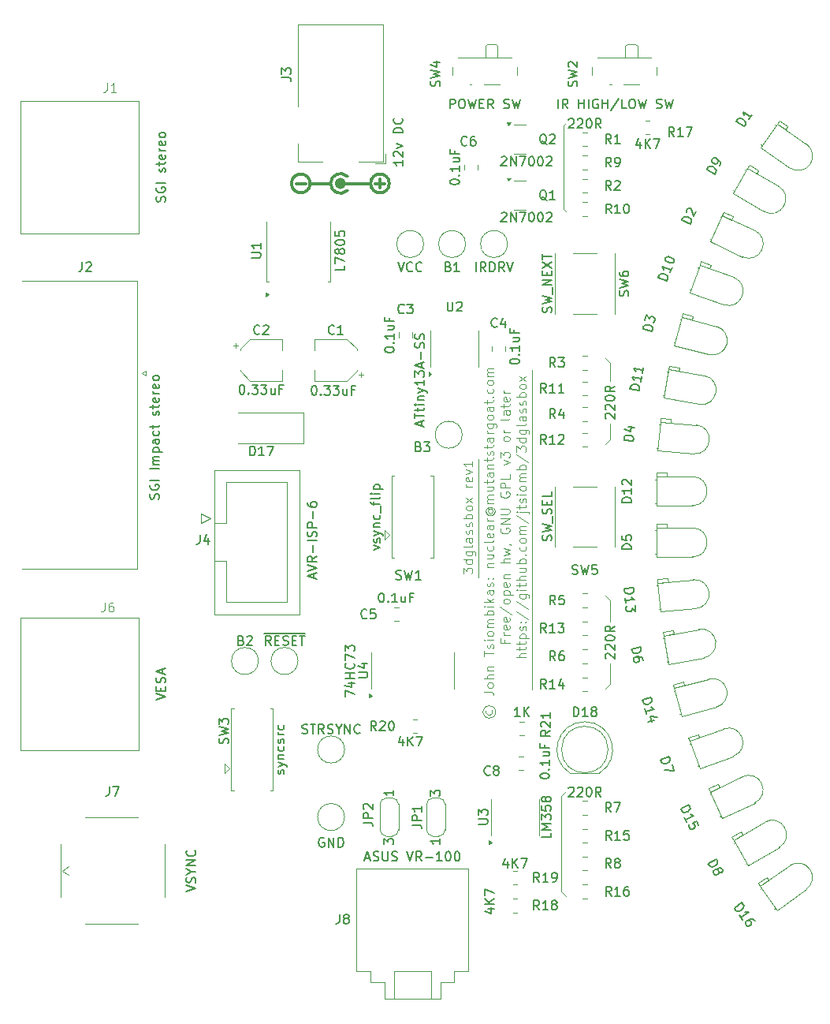
<source format=gbr>
%TF.GenerationSoftware,KiCad,Pcbnew,8.0.2+b1*%
%TF.CreationDate,2025-03-29T04:57:43+02:00*%
%TF.ProjectId,3dglassbox,3364676c-6173-4736-926f-782e6b696361,rev?*%
%TF.SameCoordinates,Original*%
%TF.FileFunction,Legend,Top*%
%TF.FilePolarity,Positive*%
%FSLAX46Y46*%
G04 Gerber Fmt 4.6, Leading zero omitted, Abs format (unit mm)*
G04 Created by KiCad (PCBNEW 8.0.2+b1) date 2025-03-29 04:57:43*
%MOMM*%
%LPD*%
G01*
G04 APERTURE LIST*
%ADD10C,0.100000*%
%ADD11C,0.300000*%
%ADD12C,0.500000*%
%ADD13C,0.150000*%
%ADD14C,0.120000*%
G04 APERTURE END LIST*
D10*
X150250000Y-98000000D02*
X150250000Y-110750000D01*
X159190000Y-144440000D02*
X159690000Y-144940000D01*
X159440000Y-62190000D02*
X159440000Y-71190000D01*
X164440000Y-119940000D02*
X164440000Y-122190000D01*
X164440000Y-115440000D02*
X164440000Y-113190000D01*
D11*
X132190000Y-68440000D02*
G75*
G02*
X130190000Y-68440000I-1000000J0D01*
G01*
X130190000Y-68440000D02*
G75*
G02*
X132190000Y-68440000I1000000J0D01*
G01*
D10*
X164440000Y-89690000D02*
X164440000Y-87690000D01*
X159440000Y-71190000D02*
X159690000Y-71440000D01*
D11*
X134379340Y-68440000D02*
X132190000Y-68440000D01*
D10*
X159190000Y-134190000D02*
X159190000Y-144440000D01*
D11*
X139190000Y-68440000D02*
X140190000Y-68440000D01*
D10*
X164440000Y-113190000D02*
X163940000Y-112690000D01*
X159690000Y-133690000D02*
X159190000Y-134190000D01*
X156000000Y-88500000D02*
X156000000Y-122750000D01*
D11*
X139690000Y-67940000D02*
X139690000Y-68940000D01*
D10*
X164440000Y-95940000D02*
X163940000Y-96440000D01*
X159690000Y-61940000D02*
X159440000Y-62190000D01*
D11*
X130690000Y-68440000D02*
X131690000Y-68440000D01*
D12*
X135793553Y-68440000D02*
G75*
G02*
X135086447Y-68440000I-353553J0D01*
G01*
X135086447Y-68440000D02*
G75*
G02*
X135793553Y-68440000I353553J0D01*
G01*
D11*
X136190000Y-69190000D02*
G75*
G02*
X136190000Y-67690000I-750000J750000D01*
G01*
D10*
X164440000Y-122190000D02*
X163940000Y-122690000D01*
D11*
X140690000Y-68440000D02*
G75*
G02*
X138690000Y-68440000I-1000000J0D01*
G01*
X138690000Y-68440000D02*
G75*
G02*
X140690000Y-68440000I1000000J0D01*
G01*
D10*
X164440000Y-94190000D02*
X164440000Y-95940000D01*
D11*
X135440000Y-68440000D02*
X138690000Y-68440000D01*
D10*
X164440000Y-87690000D02*
X163940000Y-87190000D01*
X151110514Y-124928572D02*
X151062895Y-125023811D01*
X151062895Y-125023811D02*
X151062895Y-125214287D01*
X151062895Y-125214287D02*
X151110514Y-125309525D01*
X151110514Y-125309525D02*
X151205752Y-125404763D01*
X151205752Y-125404763D02*
X151300990Y-125452382D01*
X151300990Y-125452382D02*
X151491466Y-125452382D01*
X151491466Y-125452382D02*
X151586704Y-125404763D01*
X151586704Y-125404763D02*
X151681942Y-125309525D01*
X151681942Y-125309525D02*
X151729561Y-125214287D01*
X151729561Y-125214287D02*
X151729561Y-125023811D01*
X151729561Y-125023811D02*
X151681942Y-124928572D01*
X150729561Y-125119049D02*
X150777180Y-125357144D01*
X150777180Y-125357144D02*
X150920038Y-125595239D01*
X150920038Y-125595239D02*
X151158133Y-125738096D01*
X151158133Y-125738096D02*
X151396228Y-125785715D01*
X151396228Y-125785715D02*
X151634323Y-125738096D01*
X151634323Y-125738096D02*
X151872419Y-125595239D01*
X151872419Y-125595239D02*
X152015276Y-125357144D01*
X152015276Y-125357144D02*
X152062895Y-125119049D01*
X152062895Y-125119049D02*
X152015276Y-124880953D01*
X152015276Y-124880953D02*
X151872419Y-124642858D01*
X151872419Y-124642858D02*
X151634323Y-124500001D01*
X151634323Y-124500001D02*
X151396228Y-124452382D01*
X151396228Y-124452382D02*
X151158133Y-124500001D01*
X151158133Y-124500001D02*
X150920038Y-124642858D01*
X150920038Y-124642858D02*
X150777180Y-124880953D01*
X150777180Y-124880953D02*
X150729561Y-125119049D01*
X150872419Y-122976191D02*
X151586704Y-122976191D01*
X151586704Y-122976191D02*
X151729561Y-123023810D01*
X151729561Y-123023810D02*
X151824800Y-123119048D01*
X151824800Y-123119048D02*
X151872419Y-123261905D01*
X151872419Y-123261905D02*
X151872419Y-123357143D01*
X151872419Y-122357143D02*
X151824800Y-122452381D01*
X151824800Y-122452381D02*
X151777180Y-122500000D01*
X151777180Y-122500000D02*
X151681942Y-122547619D01*
X151681942Y-122547619D02*
X151396228Y-122547619D01*
X151396228Y-122547619D02*
X151300990Y-122500000D01*
X151300990Y-122500000D02*
X151253371Y-122452381D01*
X151253371Y-122452381D02*
X151205752Y-122357143D01*
X151205752Y-122357143D02*
X151205752Y-122214286D01*
X151205752Y-122214286D02*
X151253371Y-122119048D01*
X151253371Y-122119048D02*
X151300990Y-122071429D01*
X151300990Y-122071429D02*
X151396228Y-122023810D01*
X151396228Y-122023810D02*
X151681942Y-122023810D01*
X151681942Y-122023810D02*
X151777180Y-122071429D01*
X151777180Y-122071429D02*
X151824800Y-122119048D01*
X151824800Y-122119048D02*
X151872419Y-122214286D01*
X151872419Y-122214286D02*
X151872419Y-122357143D01*
X151872419Y-121595238D02*
X150872419Y-121595238D01*
X151872419Y-121166667D02*
X151348609Y-121166667D01*
X151348609Y-121166667D02*
X151253371Y-121214286D01*
X151253371Y-121214286D02*
X151205752Y-121309524D01*
X151205752Y-121309524D02*
X151205752Y-121452381D01*
X151205752Y-121452381D02*
X151253371Y-121547619D01*
X151253371Y-121547619D02*
X151300990Y-121595238D01*
X151205752Y-120690476D02*
X151872419Y-120690476D01*
X151300990Y-120690476D02*
X151253371Y-120642857D01*
X151253371Y-120642857D02*
X151205752Y-120547619D01*
X151205752Y-120547619D02*
X151205752Y-120404762D01*
X151205752Y-120404762D02*
X151253371Y-120309524D01*
X151253371Y-120309524D02*
X151348609Y-120261905D01*
X151348609Y-120261905D02*
X151872419Y-120261905D01*
X150872419Y-119166666D02*
X150872419Y-118595238D01*
X151872419Y-118880952D02*
X150872419Y-118880952D01*
X151824800Y-118309523D02*
X151872419Y-118214285D01*
X151872419Y-118214285D02*
X151872419Y-118023809D01*
X151872419Y-118023809D02*
X151824800Y-117928571D01*
X151824800Y-117928571D02*
X151729561Y-117880952D01*
X151729561Y-117880952D02*
X151681942Y-117880952D01*
X151681942Y-117880952D02*
X151586704Y-117928571D01*
X151586704Y-117928571D02*
X151539085Y-118023809D01*
X151539085Y-118023809D02*
X151539085Y-118166666D01*
X151539085Y-118166666D02*
X151491466Y-118261904D01*
X151491466Y-118261904D02*
X151396228Y-118309523D01*
X151396228Y-118309523D02*
X151348609Y-118309523D01*
X151348609Y-118309523D02*
X151253371Y-118261904D01*
X151253371Y-118261904D02*
X151205752Y-118166666D01*
X151205752Y-118166666D02*
X151205752Y-118023809D01*
X151205752Y-118023809D02*
X151253371Y-117928571D01*
X151872419Y-117452380D02*
X151205752Y-117452380D01*
X150872419Y-117452380D02*
X150920038Y-117499999D01*
X150920038Y-117499999D02*
X150967657Y-117452380D01*
X150967657Y-117452380D02*
X150920038Y-117404761D01*
X150920038Y-117404761D02*
X150872419Y-117452380D01*
X150872419Y-117452380D02*
X150967657Y-117452380D01*
X151872419Y-116833333D02*
X151824800Y-116928571D01*
X151824800Y-116928571D02*
X151777180Y-116976190D01*
X151777180Y-116976190D02*
X151681942Y-117023809D01*
X151681942Y-117023809D02*
X151396228Y-117023809D01*
X151396228Y-117023809D02*
X151300990Y-116976190D01*
X151300990Y-116976190D02*
X151253371Y-116928571D01*
X151253371Y-116928571D02*
X151205752Y-116833333D01*
X151205752Y-116833333D02*
X151205752Y-116690476D01*
X151205752Y-116690476D02*
X151253371Y-116595238D01*
X151253371Y-116595238D02*
X151300990Y-116547619D01*
X151300990Y-116547619D02*
X151396228Y-116500000D01*
X151396228Y-116500000D02*
X151681942Y-116500000D01*
X151681942Y-116500000D02*
X151777180Y-116547619D01*
X151777180Y-116547619D02*
X151824800Y-116595238D01*
X151824800Y-116595238D02*
X151872419Y-116690476D01*
X151872419Y-116690476D02*
X151872419Y-116833333D01*
X151872419Y-116071428D02*
X151205752Y-116071428D01*
X151300990Y-116071428D02*
X151253371Y-116023809D01*
X151253371Y-116023809D02*
X151205752Y-115928571D01*
X151205752Y-115928571D02*
X151205752Y-115785714D01*
X151205752Y-115785714D02*
X151253371Y-115690476D01*
X151253371Y-115690476D02*
X151348609Y-115642857D01*
X151348609Y-115642857D02*
X151872419Y-115642857D01*
X151348609Y-115642857D02*
X151253371Y-115595238D01*
X151253371Y-115595238D02*
X151205752Y-115500000D01*
X151205752Y-115500000D02*
X151205752Y-115357143D01*
X151205752Y-115357143D02*
X151253371Y-115261904D01*
X151253371Y-115261904D02*
X151348609Y-115214285D01*
X151348609Y-115214285D02*
X151872419Y-115214285D01*
X151872419Y-114738095D02*
X150872419Y-114738095D01*
X151253371Y-114738095D02*
X151205752Y-114642857D01*
X151205752Y-114642857D02*
X151205752Y-114452381D01*
X151205752Y-114452381D02*
X151253371Y-114357143D01*
X151253371Y-114357143D02*
X151300990Y-114309524D01*
X151300990Y-114309524D02*
X151396228Y-114261905D01*
X151396228Y-114261905D02*
X151681942Y-114261905D01*
X151681942Y-114261905D02*
X151777180Y-114309524D01*
X151777180Y-114309524D02*
X151824800Y-114357143D01*
X151824800Y-114357143D02*
X151872419Y-114452381D01*
X151872419Y-114452381D02*
X151872419Y-114642857D01*
X151872419Y-114642857D02*
X151824800Y-114738095D01*
X151872419Y-113833333D02*
X151205752Y-113833333D01*
X150872419Y-113833333D02*
X150920038Y-113880952D01*
X150920038Y-113880952D02*
X150967657Y-113833333D01*
X150967657Y-113833333D02*
X150920038Y-113785714D01*
X150920038Y-113785714D02*
X150872419Y-113833333D01*
X150872419Y-113833333D02*
X150967657Y-113833333D01*
X151872419Y-113357143D02*
X150872419Y-113357143D01*
X151491466Y-113261905D02*
X151872419Y-112976191D01*
X151205752Y-112976191D02*
X151586704Y-113357143D01*
X151872419Y-112119048D02*
X151348609Y-112119048D01*
X151348609Y-112119048D02*
X151253371Y-112166667D01*
X151253371Y-112166667D02*
X151205752Y-112261905D01*
X151205752Y-112261905D02*
X151205752Y-112452381D01*
X151205752Y-112452381D02*
X151253371Y-112547619D01*
X151824800Y-112119048D02*
X151872419Y-112214286D01*
X151872419Y-112214286D02*
X151872419Y-112452381D01*
X151872419Y-112452381D02*
X151824800Y-112547619D01*
X151824800Y-112547619D02*
X151729561Y-112595238D01*
X151729561Y-112595238D02*
X151634323Y-112595238D01*
X151634323Y-112595238D02*
X151539085Y-112547619D01*
X151539085Y-112547619D02*
X151491466Y-112452381D01*
X151491466Y-112452381D02*
X151491466Y-112214286D01*
X151491466Y-112214286D02*
X151443847Y-112119048D01*
X151824800Y-111690476D02*
X151872419Y-111595238D01*
X151872419Y-111595238D02*
X151872419Y-111404762D01*
X151872419Y-111404762D02*
X151824800Y-111309524D01*
X151824800Y-111309524D02*
X151729561Y-111261905D01*
X151729561Y-111261905D02*
X151681942Y-111261905D01*
X151681942Y-111261905D02*
X151586704Y-111309524D01*
X151586704Y-111309524D02*
X151539085Y-111404762D01*
X151539085Y-111404762D02*
X151539085Y-111547619D01*
X151539085Y-111547619D02*
X151491466Y-111642857D01*
X151491466Y-111642857D02*
X151396228Y-111690476D01*
X151396228Y-111690476D02*
X151348609Y-111690476D01*
X151348609Y-111690476D02*
X151253371Y-111642857D01*
X151253371Y-111642857D02*
X151205752Y-111547619D01*
X151205752Y-111547619D02*
X151205752Y-111404762D01*
X151205752Y-111404762D02*
X151253371Y-111309524D01*
X151777180Y-110833333D02*
X151824800Y-110785714D01*
X151824800Y-110785714D02*
X151872419Y-110833333D01*
X151872419Y-110833333D02*
X151824800Y-110880952D01*
X151824800Y-110880952D02*
X151777180Y-110833333D01*
X151777180Y-110833333D02*
X151872419Y-110833333D01*
X151253371Y-110833333D02*
X151300990Y-110785714D01*
X151300990Y-110785714D02*
X151348609Y-110833333D01*
X151348609Y-110833333D02*
X151300990Y-110880952D01*
X151300990Y-110880952D02*
X151253371Y-110833333D01*
X151253371Y-110833333D02*
X151348609Y-110833333D01*
X151205752Y-109595238D02*
X151872419Y-109595238D01*
X151300990Y-109595238D02*
X151253371Y-109547619D01*
X151253371Y-109547619D02*
X151205752Y-109452381D01*
X151205752Y-109452381D02*
X151205752Y-109309524D01*
X151205752Y-109309524D02*
X151253371Y-109214286D01*
X151253371Y-109214286D02*
X151348609Y-109166667D01*
X151348609Y-109166667D02*
X151872419Y-109166667D01*
X151205752Y-108261905D02*
X151872419Y-108261905D01*
X151205752Y-108690476D02*
X151729561Y-108690476D01*
X151729561Y-108690476D02*
X151824800Y-108642857D01*
X151824800Y-108642857D02*
X151872419Y-108547619D01*
X151872419Y-108547619D02*
X151872419Y-108404762D01*
X151872419Y-108404762D02*
X151824800Y-108309524D01*
X151824800Y-108309524D02*
X151777180Y-108261905D01*
X151824800Y-107357143D02*
X151872419Y-107452381D01*
X151872419Y-107452381D02*
X151872419Y-107642857D01*
X151872419Y-107642857D02*
X151824800Y-107738095D01*
X151824800Y-107738095D02*
X151777180Y-107785714D01*
X151777180Y-107785714D02*
X151681942Y-107833333D01*
X151681942Y-107833333D02*
X151396228Y-107833333D01*
X151396228Y-107833333D02*
X151300990Y-107785714D01*
X151300990Y-107785714D02*
X151253371Y-107738095D01*
X151253371Y-107738095D02*
X151205752Y-107642857D01*
X151205752Y-107642857D02*
X151205752Y-107452381D01*
X151205752Y-107452381D02*
X151253371Y-107357143D01*
X151872419Y-106785714D02*
X151824800Y-106880952D01*
X151824800Y-106880952D02*
X151729561Y-106928571D01*
X151729561Y-106928571D02*
X150872419Y-106928571D01*
X151824800Y-106023809D02*
X151872419Y-106119047D01*
X151872419Y-106119047D02*
X151872419Y-106309523D01*
X151872419Y-106309523D02*
X151824800Y-106404761D01*
X151824800Y-106404761D02*
X151729561Y-106452380D01*
X151729561Y-106452380D02*
X151348609Y-106452380D01*
X151348609Y-106452380D02*
X151253371Y-106404761D01*
X151253371Y-106404761D02*
X151205752Y-106309523D01*
X151205752Y-106309523D02*
X151205752Y-106119047D01*
X151205752Y-106119047D02*
X151253371Y-106023809D01*
X151253371Y-106023809D02*
X151348609Y-105976190D01*
X151348609Y-105976190D02*
X151443847Y-105976190D01*
X151443847Y-105976190D02*
X151539085Y-106452380D01*
X151872419Y-105119047D02*
X151348609Y-105119047D01*
X151348609Y-105119047D02*
X151253371Y-105166666D01*
X151253371Y-105166666D02*
X151205752Y-105261904D01*
X151205752Y-105261904D02*
X151205752Y-105452380D01*
X151205752Y-105452380D02*
X151253371Y-105547618D01*
X151824800Y-105119047D02*
X151872419Y-105214285D01*
X151872419Y-105214285D02*
X151872419Y-105452380D01*
X151872419Y-105452380D02*
X151824800Y-105547618D01*
X151824800Y-105547618D02*
X151729561Y-105595237D01*
X151729561Y-105595237D02*
X151634323Y-105595237D01*
X151634323Y-105595237D02*
X151539085Y-105547618D01*
X151539085Y-105547618D02*
X151491466Y-105452380D01*
X151491466Y-105452380D02*
X151491466Y-105214285D01*
X151491466Y-105214285D02*
X151443847Y-105119047D01*
X151872419Y-104642856D02*
X151205752Y-104642856D01*
X151396228Y-104642856D02*
X151300990Y-104595237D01*
X151300990Y-104595237D02*
X151253371Y-104547618D01*
X151253371Y-104547618D02*
X151205752Y-104452380D01*
X151205752Y-104452380D02*
X151205752Y-104357142D01*
X151396228Y-103404761D02*
X151348609Y-103452380D01*
X151348609Y-103452380D02*
X151300990Y-103547618D01*
X151300990Y-103547618D02*
X151300990Y-103642856D01*
X151300990Y-103642856D02*
X151348609Y-103738094D01*
X151348609Y-103738094D02*
X151396228Y-103785713D01*
X151396228Y-103785713D02*
X151491466Y-103833332D01*
X151491466Y-103833332D02*
X151586704Y-103833332D01*
X151586704Y-103833332D02*
X151681942Y-103785713D01*
X151681942Y-103785713D02*
X151729561Y-103738094D01*
X151729561Y-103738094D02*
X151777180Y-103642856D01*
X151777180Y-103642856D02*
X151777180Y-103547618D01*
X151777180Y-103547618D02*
X151729561Y-103452380D01*
X151729561Y-103452380D02*
X151681942Y-103404761D01*
X151300990Y-103404761D02*
X151681942Y-103404761D01*
X151681942Y-103404761D02*
X151729561Y-103357142D01*
X151729561Y-103357142D02*
X151729561Y-103309523D01*
X151729561Y-103309523D02*
X151681942Y-103214284D01*
X151681942Y-103214284D02*
X151586704Y-103166665D01*
X151586704Y-103166665D02*
X151348609Y-103166665D01*
X151348609Y-103166665D02*
X151205752Y-103261904D01*
X151205752Y-103261904D02*
X151110514Y-103404761D01*
X151110514Y-103404761D02*
X151062895Y-103595237D01*
X151062895Y-103595237D02*
X151110514Y-103785713D01*
X151110514Y-103785713D02*
X151205752Y-103928570D01*
X151205752Y-103928570D02*
X151348609Y-104023808D01*
X151348609Y-104023808D02*
X151539085Y-104071427D01*
X151539085Y-104071427D02*
X151729561Y-104023808D01*
X151729561Y-104023808D02*
X151872419Y-103928570D01*
X151872419Y-103928570D02*
X151967657Y-103785713D01*
X151967657Y-103785713D02*
X152015276Y-103595237D01*
X152015276Y-103595237D02*
X151967657Y-103404761D01*
X151967657Y-103404761D02*
X151872419Y-103261904D01*
X151872419Y-102738094D02*
X151205752Y-102738094D01*
X151300990Y-102738094D02*
X151253371Y-102690475D01*
X151253371Y-102690475D02*
X151205752Y-102595237D01*
X151205752Y-102595237D02*
X151205752Y-102452380D01*
X151205752Y-102452380D02*
X151253371Y-102357142D01*
X151253371Y-102357142D02*
X151348609Y-102309523D01*
X151348609Y-102309523D02*
X151872419Y-102309523D01*
X151348609Y-102309523D02*
X151253371Y-102261904D01*
X151253371Y-102261904D02*
X151205752Y-102166666D01*
X151205752Y-102166666D02*
X151205752Y-102023809D01*
X151205752Y-102023809D02*
X151253371Y-101928570D01*
X151253371Y-101928570D02*
X151348609Y-101880951D01*
X151348609Y-101880951D02*
X151872419Y-101880951D01*
X151205752Y-100976190D02*
X151872419Y-100976190D01*
X151205752Y-101404761D02*
X151729561Y-101404761D01*
X151729561Y-101404761D02*
X151824800Y-101357142D01*
X151824800Y-101357142D02*
X151872419Y-101261904D01*
X151872419Y-101261904D02*
X151872419Y-101119047D01*
X151872419Y-101119047D02*
X151824800Y-101023809D01*
X151824800Y-101023809D02*
X151777180Y-100976190D01*
X151205752Y-100642856D02*
X151205752Y-100261904D01*
X150872419Y-100499999D02*
X151729561Y-100499999D01*
X151729561Y-100499999D02*
X151824800Y-100452380D01*
X151824800Y-100452380D02*
X151872419Y-100357142D01*
X151872419Y-100357142D02*
X151872419Y-100261904D01*
X151872419Y-99499999D02*
X151348609Y-99499999D01*
X151348609Y-99499999D02*
X151253371Y-99547618D01*
X151253371Y-99547618D02*
X151205752Y-99642856D01*
X151205752Y-99642856D02*
X151205752Y-99833332D01*
X151205752Y-99833332D02*
X151253371Y-99928570D01*
X151824800Y-99499999D02*
X151872419Y-99595237D01*
X151872419Y-99595237D02*
X151872419Y-99833332D01*
X151872419Y-99833332D02*
X151824800Y-99928570D01*
X151824800Y-99928570D02*
X151729561Y-99976189D01*
X151729561Y-99976189D02*
X151634323Y-99976189D01*
X151634323Y-99976189D02*
X151539085Y-99928570D01*
X151539085Y-99928570D02*
X151491466Y-99833332D01*
X151491466Y-99833332D02*
X151491466Y-99595237D01*
X151491466Y-99595237D02*
X151443847Y-99499999D01*
X151205752Y-99023808D02*
X151872419Y-99023808D01*
X151300990Y-99023808D02*
X151253371Y-98976189D01*
X151253371Y-98976189D02*
X151205752Y-98880951D01*
X151205752Y-98880951D02*
X151205752Y-98738094D01*
X151205752Y-98738094D02*
X151253371Y-98642856D01*
X151253371Y-98642856D02*
X151348609Y-98595237D01*
X151348609Y-98595237D02*
X151872419Y-98595237D01*
X151205752Y-98261903D02*
X151205752Y-97880951D01*
X150872419Y-98119046D02*
X151729561Y-98119046D01*
X151729561Y-98119046D02*
X151824800Y-98071427D01*
X151824800Y-98071427D02*
X151872419Y-97976189D01*
X151872419Y-97976189D02*
X151872419Y-97880951D01*
X151824800Y-97595236D02*
X151872419Y-97499998D01*
X151872419Y-97499998D02*
X151872419Y-97309522D01*
X151872419Y-97309522D02*
X151824800Y-97214284D01*
X151824800Y-97214284D02*
X151729561Y-97166665D01*
X151729561Y-97166665D02*
X151681942Y-97166665D01*
X151681942Y-97166665D02*
X151586704Y-97214284D01*
X151586704Y-97214284D02*
X151539085Y-97309522D01*
X151539085Y-97309522D02*
X151539085Y-97452379D01*
X151539085Y-97452379D02*
X151491466Y-97547617D01*
X151491466Y-97547617D02*
X151396228Y-97595236D01*
X151396228Y-97595236D02*
X151348609Y-97595236D01*
X151348609Y-97595236D02*
X151253371Y-97547617D01*
X151253371Y-97547617D02*
X151205752Y-97452379D01*
X151205752Y-97452379D02*
X151205752Y-97309522D01*
X151205752Y-97309522D02*
X151253371Y-97214284D01*
X151205752Y-96880950D02*
X151205752Y-96499998D01*
X150872419Y-96738093D02*
X151729561Y-96738093D01*
X151729561Y-96738093D02*
X151824800Y-96690474D01*
X151824800Y-96690474D02*
X151872419Y-96595236D01*
X151872419Y-96595236D02*
X151872419Y-96499998D01*
X151872419Y-95738093D02*
X151348609Y-95738093D01*
X151348609Y-95738093D02*
X151253371Y-95785712D01*
X151253371Y-95785712D02*
X151205752Y-95880950D01*
X151205752Y-95880950D02*
X151205752Y-96071426D01*
X151205752Y-96071426D02*
X151253371Y-96166664D01*
X151824800Y-95738093D02*
X151872419Y-95833331D01*
X151872419Y-95833331D02*
X151872419Y-96071426D01*
X151872419Y-96071426D02*
X151824800Y-96166664D01*
X151824800Y-96166664D02*
X151729561Y-96214283D01*
X151729561Y-96214283D02*
X151634323Y-96214283D01*
X151634323Y-96214283D02*
X151539085Y-96166664D01*
X151539085Y-96166664D02*
X151491466Y-96071426D01*
X151491466Y-96071426D02*
X151491466Y-95833331D01*
X151491466Y-95833331D02*
X151443847Y-95738093D01*
X151872419Y-95261902D02*
X151205752Y-95261902D01*
X151396228Y-95261902D02*
X151300990Y-95214283D01*
X151300990Y-95214283D02*
X151253371Y-95166664D01*
X151253371Y-95166664D02*
X151205752Y-95071426D01*
X151205752Y-95071426D02*
X151205752Y-94976188D01*
X151205752Y-94214283D02*
X152015276Y-94214283D01*
X152015276Y-94214283D02*
X152110514Y-94261902D01*
X152110514Y-94261902D02*
X152158133Y-94309521D01*
X152158133Y-94309521D02*
X152205752Y-94404759D01*
X152205752Y-94404759D02*
X152205752Y-94547616D01*
X152205752Y-94547616D02*
X152158133Y-94642854D01*
X151824800Y-94214283D02*
X151872419Y-94309521D01*
X151872419Y-94309521D02*
X151872419Y-94499997D01*
X151872419Y-94499997D02*
X151824800Y-94595235D01*
X151824800Y-94595235D02*
X151777180Y-94642854D01*
X151777180Y-94642854D02*
X151681942Y-94690473D01*
X151681942Y-94690473D02*
X151396228Y-94690473D01*
X151396228Y-94690473D02*
X151300990Y-94642854D01*
X151300990Y-94642854D02*
X151253371Y-94595235D01*
X151253371Y-94595235D02*
X151205752Y-94499997D01*
X151205752Y-94499997D02*
X151205752Y-94309521D01*
X151205752Y-94309521D02*
X151253371Y-94214283D01*
X151872419Y-93595235D02*
X151824800Y-93690473D01*
X151824800Y-93690473D02*
X151777180Y-93738092D01*
X151777180Y-93738092D02*
X151681942Y-93785711D01*
X151681942Y-93785711D02*
X151396228Y-93785711D01*
X151396228Y-93785711D02*
X151300990Y-93738092D01*
X151300990Y-93738092D02*
X151253371Y-93690473D01*
X151253371Y-93690473D02*
X151205752Y-93595235D01*
X151205752Y-93595235D02*
X151205752Y-93452378D01*
X151205752Y-93452378D02*
X151253371Y-93357140D01*
X151253371Y-93357140D02*
X151300990Y-93309521D01*
X151300990Y-93309521D02*
X151396228Y-93261902D01*
X151396228Y-93261902D02*
X151681942Y-93261902D01*
X151681942Y-93261902D02*
X151777180Y-93309521D01*
X151777180Y-93309521D02*
X151824800Y-93357140D01*
X151824800Y-93357140D02*
X151872419Y-93452378D01*
X151872419Y-93452378D02*
X151872419Y-93595235D01*
X151872419Y-92404759D02*
X151348609Y-92404759D01*
X151348609Y-92404759D02*
X151253371Y-92452378D01*
X151253371Y-92452378D02*
X151205752Y-92547616D01*
X151205752Y-92547616D02*
X151205752Y-92738092D01*
X151205752Y-92738092D02*
X151253371Y-92833330D01*
X151824800Y-92404759D02*
X151872419Y-92499997D01*
X151872419Y-92499997D02*
X151872419Y-92738092D01*
X151872419Y-92738092D02*
X151824800Y-92833330D01*
X151824800Y-92833330D02*
X151729561Y-92880949D01*
X151729561Y-92880949D02*
X151634323Y-92880949D01*
X151634323Y-92880949D02*
X151539085Y-92833330D01*
X151539085Y-92833330D02*
X151491466Y-92738092D01*
X151491466Y-92738092D02*
X151491466Y-92499997D01*
X151491466Y-92499997D02*
X151443847Y-92404759D01*
X151205752Y-92071425D02*
X151205752Y-91690473D01*
X150872419Y-91928568D02*
X151729561Y-91928568D01*
X151729561Y-91928568D02*
X151824800Y-91880949D01*
X151824800Y-91880949D02*
X151872419Y-91785711D01*
X151872419Y-91785711D02*
X151872419Y-91690473D01*
X151777180Y-91357139D02*
X151824800Y-91309520D01*
X151824800Y-91309520D02*
X151872419Y-91357139D01*
X151872419Y-91357139D02*
X151824800Y-91404758D01*
X151824800Y-91404758D02*
X151777180Y-91357139D01*
X151777180Y-91357139D02*
X151872419Y-91357139D01*
X151824800Y-90452378D02*
X151872419Y-90547616D01*
X151872419Y-90547616D02*
X151872419Y-90738092D01*
X151872419Y-90738092D02*
X151824800Y-90833330D01*
X151824800Y-90833330D02*
X151777180Y-90880949D01*
X151777180Y-90880949D02*
X151681942Y-90928568D01*
X151681942Y-90928568D02*
X151396228Y-90928568D01*
X151396228Y-90928568D02*
X151300990Y-90880949D01*
X151300990Y-90880949D02*
X151253371Y-90833330D01*
X151253371Y-90833330D02*
X151205752Y-90738092D01*
X151205752Y-90738092D02*
X151205752Y-90547616D01*
X151205752Y-90547616D02*
X151253371Y-90452378D01*
X151872419Y-89880949D02*
X151824800Y-89976187D01*
X151824800Y-89976187D02*
X151777180Y-90023806D01*
X151777180Y-90023806D02*
X151681942Y-90071425D01*
X151681942Y-90071425D02*
X151396228Y-90071425D01*
X151396228Y-90071425D02*
X151300990Y-90023806D01*
X151300990Y-90023806D02*
X151253371Y-89976187D01*
X151253371Y-89976187D02*
X151205752Y-89880949D01*
X151205752Y-89880949D02*
X151205752Y-89738092D01*
X151205752Y-89738092D02*
X151253371Y-89642854D01*
X151253371Y-89642854D02*
X151300990Y-89595235D01*
X151300990Y-89595235D02*
X151396228Y-89547616D01*
X151396228Y-89547616D02*
X151681942Y-89547616D01*
X151681942Y-89547616D02*
X151777180Y-89595235D01*
X151777180Y-89595235D02*
X151824800Y-89642854D01*
X151824800Y-89642854D02*
X151872419Y-89738092D01*
X151872419Y-89738092D02*
X151872419Y-89880949D01*
X151872419Y-89119044D02*
X151205752Y-89119044D01*
X151300990Y-89119044D02*
X151253371Y-89071425D01*
X151253371Y-89071425D02*
X151205752Y-88976187D01*
X151205752Y-88976187D02*
X151205752Y-88833330D01*
X151205752Y-88833330D02*
X151253371Y-88738092D01*
X151253371Y-88738092D02*
X151348609Y-88690473D01*
X151348609Y-88690473D02*
X151872419Y-88690473D01*
X151348609Y-88690473D02*
X151253371Y-88642854D01*
X151253371Y-88642854D02*
X151205752Y-88547616D01*
X151205752Y-88547616D02*
X151205752Y-88404759D01*
X151205752Y-88404759D02*
X151253371Y-88309520D01*
X151253371Y-88309520D02*
X151348609Y-88261901D01*
X151348609Y-88261901D02*
X151872419Y-88261901D01*
X153098609Y-117392859D02*
X153098609Y-117726192D01*
X153622419Y-117726192D02*
X152622419Y-117726192D01*
X152622419Y-117726192D02*
X152622419Y-117250002D01*
X153622419Y-116869049D02*
X152955752Y-116869049D01*
X153146228Y-116869049D02*
X153050990Y-116821430D01*
X153050990Y-116821430D02*
X153003371Y-116773811D01*
X153003371Y-116773811D02*
X152955752Y-116678573D01*
X152955752Y-116678573D02*
X152955752Y-116583335D01*
X153574800Y-115869049D02*
X153622419Y-115964287D01*
X153622419Y-115964287D02*
X153622419Y-116154763D01*
X153622419Y-116154763D02*
X153574800Y-116250001D01*
X153574800Y-116250001D02*
X153479561Y-116297620D01*
X153479561Y-116297620D02*
X153098609Y-116297620D01*
X153098609Y-116297620D02*
X153003371Y-116250001D01*
X153003371Y-116250001D02*
X152955752Y-116154763D01*
X152955752Y-116154763D02*
X152955752Y-115964287D01*
X152955752Y-115964287D02*
X153003371Y-115869049D01*
X153003371Y-115869049D02*
X153098609Y-115821430D01*
X153098609Y-115821430D02*
X153193847Y-115821430D01*
X153193847Y-115821430D02*
X153289085Y-116297620D01*
X153574800Y-115011906D02*
X153622419Y-115107144D01*
X153622419Y-115107144D02*
X153622419Y-115297620D01*
X153622419Y-115297620D02*
X153574800Y-115392858D01*
X153574800Y-115392858D02*
X153479561Y-115440477D01*
X153479561Y-115440477D02*
X153098609Y-115440477D01*
X153098609Y-115440477D02*
X153003371Y-115392858D01*
X153003371Y-115392858D02*
X152955752Y-115297620D01*
X152955752Y-115297620D02*
X152955752Y-115107144D01*
X152955752Y-115107144D02*
X153003371Y-115011906D01*
X153003371Y-115011906D02*
X153098609Y-114964287D01*
X153098609Y-114964287D02*
X153193847Y-114964287D01*
X153193847Y-114964287D02*
X153289085Y-115440477D01*
X152574800Y-113821430D02*
X153860514Y-114678572D01*
X153622419Y-113345239D02*
X153574800Y-113440477D01*
X153574800Y-113440477D02*
X153527180Y-113488096D01*
X153527180Y-113488096D02*
X153431942Y-113535715D01*
X153431942Y-113535715D02*
X153146228Y-113535715D01*
X153146228Y-113535715D02*
X153050990Y-113488096D01*
X153050990Y-113488096D02*
X153003371Y-113440477D01*
X153003371Y-113440477D02*
X152955752Y-113345239D01*
X152955752Y-113345239D02*
X152955752Y-113202382D01*
X152955752Y-113202382D02*
X153003371Y-113107144D01*
X153003371Y-113107144D02*
X153050990Y-113059525D01*
X153050990Y-113059525D02*
X153146228Y-113011906D01*
X153146228Y-113011906D02*
X153431942Y-113011906D01*
X153431942Y-113011906D02*
X153527180Y-113059525D01*
X153527180Y-113059525D02*
X153574800Y-113107144D01*
X153574800Y-113107144D02*
X153622419Y-113202382D01*
X153622419Y-113202382D02*
X153622419Y-113345239D01*
X152955752Y-112583334D02*
X153955752Y-112583334D01*
X153003371Y-112583334D02*
X152955752Y-112488096D01*
X152955752Y-112488096D02*
X152955752Y-112297620D01*
X152955752Y-112297620D02*
X153003371Y-112202382D01*
X153003371Y-112202382D02*
X153050990Y-112154763D01*
X153050990Y-112154763D02*
X153146228Y-112107144D01*
X153146228Y-112107144D02*
X153431942Y-112107144D01*
X153431942Y-112107144D02*
X153527180Y-112154763D01*
X153527180Y-112154763D02*
X153574800Y-112202382D01*
X153574800Y-112202382D02*
X153622419Y-112297620D01*
X153622419Y-112297620D02*
X153622419Y-112488096D01*
X153622419Y-112488096D02*
X153574800Y-112583334D01*
X153574800Y-111297620D02*
X153622419Y-111392858D01*
X153622419Y-111392858D02*
X153622419Y-111583334D01*
X153622419Y-111583334D02*
X153574800Y-111678572D01*
X153574800Y-111678572D02*
X153479561Y-111726191D01*
X153479561Y-111726191D02*
X153098609Y-111726191D01*
X153098609Y-111726191D02*
X153003371Y-111678572D01*
X153003371Y-111678572D02*
X152955752Y-111583334D01*
X152955752Y-111583334D02*
X152955752Y-111392858D01*
X152955752Y-111392858D02*
X153003371Y-111297620D01*
X153003371Y-111297620D02*
X153098609Y-111250001D01*
X153098609Y-111250001D02*
X153193847Y-111250001D01*
X153193847Y-111250001D02*
X153289085Y-111726191D01*
X152955752Y-110821429D02*
X153622419Y-110821429D01*
X153050990Y-110821429D02*
X153003371Y-110773810D01*
X153003371Y-110773810D02*
X152955752Y-110678572D01*
X152955752Y-110678572D02*
X152955752Y-110535715D01*
X152955752Y-110535715D02*
X153003371Y-110440477D01*
X153003371Y-110440477D02*
X153098609Y-110392858D01*
X153098609Y-110392858D02*
X153622419Y-110392858D01*
X153622419Y-109154762D02*
X152622419Y-109154762D01*
X153622419Y-108726191D02*
X153098609Y-108726191D01*
X153098609Y-108726191D02*
X153003371Y-108773810D01*
X153003371Y-108773810D02*
X152955752Y-108869048D01*
X152955752Y-108869048D02*
X152955752Y-109011905D01*
X152955752Y-109011905D02*
X153003371Y-109107143D01*
X153003371Y-109107143D02*
X153050990Y-109154762D01*
X152955752Y-108345238D02*
X153622419Y-108154762D01*
X153622419Y-108154762D02*
X153146228Y-107964286D01*
X153146228Y-107964286D02*
X153622419Y-107773810D01*
X153622419Y-107773810D02*
X152955752Y-107583334D01*
X153574800Y-107154762D02*
X153622419Y-107154762D01*
X153622419Y-107154762D02*
X153717657Y-107202381D01*
X153717657Y-107202381D02*
X153765276Y-107250000D01*
X152670038Y-105440477D02*
X152622419Y-105535715D01*
X152622419Y-105535715D02*
X152622419Y-105678572D01*
X152622419Y-105678572D02*
X152670038Y-105821429D01*
X152670038Y-105821429D02*
X152765276Y-105916667D01*
X152765276Y-105916667D02*
X152860514Y-105964286D01*
X152860514Y-105964286D02*
X153050990Y-106011905D01*
X153050990Y-106011905D02*
X153193847Y-106011905D01*
X153193847Y-106011905D02*
X153384323Y-105964286D01*
X153384323Y-105964286D02*
X153479561Y-105916667D01*
X153479561Y-105916667D02*
X153574800Y-105821429D01*
X153574800Y-105821429D02*
X153622419Y-105678572D01*
X153622419Y-105678572D02*
X153622419Y-105583334D01*
X153622419Y-105583334D02*
X153574800Y-105440477D01*
X153574800Y-105440477D02*
X153527180Y-105392858D01*
X153527180Y-105392858D02*
X153193847Y-105392858D01*
X153193847Y-105392858D02*
X153193847Y-105583334D01*
X153622419Y-104964286D02*
X152622419Y-104964286D01*
X152622419Y-104964286D02*
X153622419Y-104392858D01*
X153622419Y-104392858D02*
X152622419Y-104392858D01*
X152622419Y-103916667D02*
X153431942Y-103916667D01*
X153431942Y-103916667D02*
X153527180Y-103869048D01*
X153527180Y-103869048D02*
X153574800Y-103821429D01*
X153574800Y-103821429D02*
X153622419Y-103726191D01*
X153622419Y-103726191D02*
X153622419Y-103535715D01*
X153622419Y-103535715D02*
X153574800Y-103440477D01*
X153574800Y-103440477D02*
X153527180Y-103392858D01*
X153527180Y-103392858D02*
X153431942Y-103345239D01*
X153431942Y-103345239D02*
X152622419Y-103345239D01*
X152670038Y-101583334D02*
X152622419Y-101678572D01*
X152622419Y-101678572D02*
X152622419Y-101821429D01*
X152622419Y-101821429D02*
X152670038Y-101964286D01*
X152670038Y-101964286D02*
X152765276Y-102059524D01*
X152765276Y-102059524D02*
X152860514Y-102107143D01*
X152860514Y-102107143D02*
X153050990Y-102154762D01*
X153050990Y-102154762D02*
X153193847Y-102154762D01*
X153193847Y-102154762D02*
X153384323Y-102107143D01*
X153384323Y-102107143D02*
X153479561Y-102059524D01*
X153479561Y-102059524D02*
X153574800Y-101964286D01*
X153574800Y-101964286D02*
X153622419Y-101821429D01*
X153622419Y-101821429D02*
X153622419Y-101726191D01*
X153622419Y-101726191D02*
X153574800Y-101583334D01*
X153574800Y-101583334D02*
X153527180Y-101535715D01*
X153527180Y-101535715D02*
X153193847Y-101535715D01*
X153193847Y-101535715D02*
X153193847Y-101726191D01*
X153622419Y-101107143D02*
X152622419Y-101107143D01*
X152622419Y-101107143D02*
X152622419Y-100726191D01*
X152622419Y-100726191D02*
X152670038Y-100630953D01*
X152670038Y-100630953D02*
X152717657Y-100583334D01*
X152717657Y-100583334D02*
X152812895Y-100535715D01*
X152812895Y-100535715D02*
X152955752Y-100535715D01*
X152955752Y-100535715D02*
X153050990Y-100583334D01*
X153050990Y-100583334D02*
X153098609Y-100630953D01*
X153098609Y-100630953D02*
X153146228Y-100726191D01*
X153146228Y-100726191D02*
X153146228Y-101107143D01*
X153622419Y-99630953D02*
X153622419Y-100107143D01*
X153622419Y-100107143D02*
X152622419Y-100107143D01*
X152955752Y-98630952D02*
X153622419Y-98392857D01*
X153622419Y-98392857D02*
X152955752Y-98154762D01*
X152622419Y-97869047D02*
X152622419Y-97250000D01*
X152622419Y-97250000D02*
X153003371Y-97583333D01*
X153003371Y-97583333D02*
X153003371Y-97440476D01*
X153003371Y-97440476D02*
X153050990Y-97345238D01*
X153050990Y-97345238D02*
X153098609Y-97297619D01*
X153098609Y-97297619D02*
X153193847Y-97250000D01*
X153193847Y-97250000D02*
X153431942Y-97250000D01*
X153431942Y-97250000D02*
X153527180Y-97297619D01*
X153527180Y-97297619D02*
X153574800Y-97345238D01*
X153574800Y-97345238D02*
X153622419Y-97440476D01*
X153622419Y-97440476D02*
X153622419Y-97726190D01*
X153622419Y-97726190D02*
X153574800Y-97821428D01*
X153574800Y-97821428D02*
X153527180Y-97869047D01*
X153622419Y-95916666D02*
X153574800Y-96011904D01*
X153574800Y-96011904D02*
X153527180Y-96059523D01*
X153527180Y-96059523D02*
X153431942Y-96107142D01*
X153431942Y-96107142D02*
X153146228Y-96107142D01*
X153146228Y-96107142D02*
X153050990Y-96059523D01*
X153050990Y-96059523D02*
X153003371Y-96011904D01*
X153003371Y-96011904D02*
X152955752Y-95916666D01*
X152955752Y-95916666D02*
X152955752Y-95773809D01*
X152955752Y-95773809D02*
X153003371Y-95678571D01*
X153003371Y-95678571D02*
X153050990Y-95630952D01*
X153050990Y-95630952D02*
X153146228Y-95583333D01*
X153146228Y-95583333D02*
X153431942Y-95583333D01*
X153431942Y-95583333D02*
X153527180Y-95630952D01*
X153527180Y-95630952D02*
X153574800Y-95678571D01*
X153574800Y-95678571D02*
X153622419Y-95773809D01*
X153622419Y-95773809D02*
X153622419Y-95916666D01*
X153622419Y-95154761D02*
X152955752Y-95154761D01*
X153146228Y-95154761D02*
X153050990Y-95107142D01*
X153050990Y-95107142D02*
X153003371Y-95059523D01*
X153003371Y-95059523D02*
X152955752Y-94964285D01*
X152955752Y-94964285D02*
X152955752Y-94869047D01*
X153622419Y-93630951D02*
X153574800Y-93726189D01*
X153574800Y-93726189D02*
X153479561Y-93773808D01*
X153479561Y-93773808D02*
X152622419Y-93773808D01*
X153622419Y-92821427D02*
X153098609Y-92821427D01*
X153098609Y-92821427D02*
X153003371Y-92869046D01*
X153003371Y-92869046D02*
X152955752Y-92964284D01*
X152955752Y-92964284D02*
X152955752Y-93154760D01*
X152955752Y-93154760D02*
X153003371Y-93249998D01*
X153574800Y-92821427D02*
X153622419Y-92916665D01*
X153622419Y-92916665D02*
X153622419Y-93154760D01*
X153622419Y-93154760D02*
X153574800Y-93249998D01*
X153574800Y-93249998D02*
X153479561Y-93297617D01*
X153479561Y-93297617D02*
X153384323Y-93297617D01*
X153384323Y-93297617D02*
X153289085Y-93249998D01*
X153289085Y-93249998D02*
X153241466Y-93154760D01*
X153241466Y-93154760D02*
X153241466Y-92916665D01*
X153241466Y-92916665D02*
X153193847Y-92821427D01*
X152955752Y-92488093D02*
X152955752Y-92107141D01*
X152622419Y-92345236D02*
X153479561Y-92345236D01*
X153479561Y-92345236D02*
X153574800Y-92297617D01*
X153574800Y-92297617D02*
X153622419Y-92202379D01*
X153622419Y-92202379D02*
X153622419Y-92107141D01*
X153574800Y-91392855D02*
X153622419Y-91488093D01*
X153622419Y-91488093D02*
X153622419Y-91678569D01*
X153622419Y-91678569D02*
X153574800Y-91773807D01*
X153574800Y-91773807D02*
X153479561Y-91821426D01*
X153479561Y-91821426D02*
X153098609Y-91821426D01*
X153098609Y-91821426D02*
X153003371Y-91773807D01*
X153003371Y-91773807D02*
X152955752Y-91678569D01*
X152955752Y-91678569D02*
X152955752Y-91488093D01*
X152955752Y-91488093D02*
X153003371Y-91392855D01*
X153003371Y-91392855D02*
X153098609Y-91345236D01*
X153098609Y-91345236D02*
X153193847Y-91345236D01*
X153193847Y-91345236D02*
X153289085Y-91821426D01*
X153622419Y-90916664D02*
X152955752Y-90916664D01*
X153146228Y-90916664D02*
X153050990Y-90869045D01*
X153050990Y-90869045D02*
X153003371Y-90821426D01*
X153003371Y-90821426D02*
X152955752Y-90726188D01*
X152955752Y-90726188D02*
X152955752Y-90630950D01*
X148622419Y-110297619D02*
X148622419Y-109678572D01*
X148622419Y-109678572D02*
X149003371Y-110011905D01*
X149003371Y-110011905D02*
X149003371Y-109869048D01*
X149003371Y-109869048D02*
X149050990Y-109773810D01*
X149050990Y-109773810D02*
X149098609Y-109726191D01*
X149098609Y-109726191D02*
X149193847Y-109678572D01*
X149193847Y-109678572D02*
X149431942Y-109678572D01*
X149431942Y-109678572D02*
X149527180Y-109726191D01*
X149527180Y-109726191D02*
X149574800Y-109773810D01*
X149574800Y-109773810D02*
X149622419Y-109869048D01*
X149622419Y-109869048D02*
X149622419Y-110154762D01*
X149622419Y-110154762D02*
X149574800Y-110250000D01*
X149574800Y-110250000D02*
X149527180Y-110297619D01*
X149622419Y-108821429D02*
X148622419Y-108821429D01*
X149574800Y-108821429D02*
X149622419Y-108916667D01*
X149622419Y-108916667D02*
X149622419Y-109107143D01*
X149622419Y-109107143D02*
X149574800Y-109202381D01*
X149574800Y-109202381D02*
X149527180Y-109250000D01*
X149527180Y-109250000D02*
X149431942Y-109297619D01*
X149431942Y-109297619D02*
X149146228Y-109297619D01*
X149146228Y-109297619D02*
X149050990Y-109250000D01*
X149050990Y-109250000D02*
X149003371Y-109202381D01*
X149003371Y-109202381D02*
X148955752Y-109107143D01*
X148955752Y-109107143D02*
X148955752Y-108916667D01*
X148955752Y-108916667D02*
X149003371Y-108821429D01*
X148955752Y-107916667D02*
X149765276Y-107916667D01*
X149765276Y-107916667D02*
X149860514Y-107964286D01*
X149860514Y-107964286D02*
X149908133Y-108011905D01*
X149908133Y-108011905D02*
X149955752Y-108107143D01*
X149955752Y-108107143D02*
X149955752Y-108250000D01*
X149955752Y-108250000D02*
X149908133Y-108345238D01*
X149574800Y-107916667D02*
X149622419Y-108011905D01*
X149622419Y-108011905D02*
X149622419Y-108202381D01*
X149622419Y-108202381D02*
X149574800Y-108297619D01*
X149574800Y-108297619D02*
X149527180Y-108345238D01*
X149527180Y-108345238D02*
X149431942Y-108392857D01*
X149431942Y-108392857D02*
X149146228Y-108392857D01*
X149146228Y-108392857D02*
X149050990Y-108345238D01*
X149050990Y-108345238D02*
X149003371Y-108297619D01*
X149003371Y-108297619D02*
X148955752Y-108202381D01*
X148955752Y-108202381D02*
X148955752Y-108011905D01*
X148955752Y-108011905D02*
X149003371Y-107916667D01*
X149622419Y-107297619D02*
X149574800Y-107392857D01*
X149574800Y-107392857D02*
X149479561Y-107440476D01*
X149479561Y-107440476D02*
X148622419Y-107440476D01*
X149622419Y-106488095D02*
X149098609Y-106488095D01*
X149098609Y-106488095D02*
X149003371Y-106535714D01*
X149003371Y-106535714D02*
X148955752Y-106630952D01*
X148955752Y-106630952D02*
X148955752Y-106821428D01*
X148955752Y-106821428D02*
X149003371Y-106916666D01*
X149574800Y-106488095D02*
X149622419Y-106583333D01*
X149622419Y-106583333D02*
X149622419Y-106821428D01*
X149622419Y-106821428D02*
X149574800Y-106916666D01*
X149574800Y-106916666D02*
X149479561Y-106964285D01*
X149479561Y-106964285D02*
X149384323Y-106964285D01*
X149384323Y-106964285D02*
X149289085Y-106916666D01*
X149289085Y-106916666D02*
X149241466Y-106821428D01*
X149241466Y-106821428D02*
X149241466Y-106583333D01*
X149241466Y-106583333D02*
X149193847Y-106488095D01*
X149574800Y-106059523D02*
X149622419Y-105964285D01*
X149622419Y-105964285D02*
X149622419Y-105773809D01*
X149622419Y-105773809D02*
X149574800Y-105678571D01*
X149574800Y-105678571D02*
X149479561Y-105630952D01*
X149479561Y-105630952D02*
X149431942Y-105630952D01*
X149431942Y-105630952D02*
X149336704Y-105678571D01*
X149336704Y-105678571D02*
X149289085Y-105773809D01*
X149289085Y-105773809D02*
X149289085Y-105916666D01*
X149289085Y-105916666D02*
X149241466Y-106011904D01*
X149241466Y-106011904D02*
X149146228Y-106059523D01*
X149146228Y-106059523D02*
X149098609Y-106059523D01*
X149098609Y-106059523D02*
X149003371Y-106011904D01*
X149003371Y-106011904D02*
X148955752Y-105916666D01*
X148955752Y-105916666D02*
X148955752Y-105773809D01*
X148955752Y-105773809D02*
X149003371Y-105678571D01*
X149574800Y-105249999D02*
X149622419Y-105154761D01*
X149622419Y-105154761D02*
X149622419Y-104964285D01*
X149622419Y-104964285D02*
X149574800Y-104869047D01*
X149574800Y-104869047D02*
X149479561Y-104821428D01*
X149479561Y-104821428D02*
X149431942Y-104821428D01*
X149431942Y-104821428D02*
X149336704Y-104869047D01*
X149336704Y-104869047D02*
X149289085Y-104964285D01*
X149289085Y-104964285D02*
X149289085Y-105107142D01*
X149289085Y-105107142D02*
X149241466Y-105202380D01*
X149241466Y-105202380D02*
X149146228Y-105249999D01*
X149146228Y-105249999D02*
X149098609Y-105249999D01*
X149098609Y-105249999D02*
X149003371Y-105202380D01*
X149003371Y-105202380D02*
X148955752Y-105107142D01*
X148955752Y-105107142D02*
X148955752Y-104964285D01*
X148955752Y-104964285D02*
X149003371Y-104869047D01*
X149622419Y-104392856D02*
X148622419Y-104392856D01*
X149003371Y-104392856D02*
X148955752Y-104297618D01*
X148955752Y-104297618D02*
X148955752Y-104107142D01*
X148955752Y-104107142D02*
X149003371Y-104011904D01*
X149003371Y-104011904D02*
X149050990Y-103964285D01*
X149050990Y-103964285D02*
X149146228Y-103916666D01*
X149146228Y-103916666D02*
X149431942Y-103916666D01*
X149431942Y-103916666D02*
X149527180Y-103964285D01*
X149527180Y-103964285D02*
X149574800Y-104011904D01*
X149574800Y-104011904D02*
X149622419Y-104107142D01*
X149622419Y-104107142D02*
X149622419Y-104297618D01*
X149622419Y-104297618D02*
X149574800Y-104392856D01*
X149622419Y-103345237D02*
X149574800Y-103440475D01*
X149574800Y-103440475D02*
X149527180Y-103488094D01*
X149527180Y-103488094D02*
X149431942Y-103535713D01*
X149431942Y-103535713D02*
X149146228Y-103535713D01*
X149146228Y-103535713D02*
X149050990Y-103488094D01*
X149050990Y-103488094D02*
X149003371Y-103440475D01*
X149003371Y-103440475D02*
X148955752Y-103345237D01*
X148955752Y-103345237D02*
X148955752Y-103202380D01*
X148955752Y-103202380D02*
X149003371Y-103107142D01*
X149003371Y-103107142D02*
X149050990Y-103059523D01*
X149050990Y-103059523D02*
X149146228Y-103011904D01*
X149146228Y-103011904D02*
X149431942Y-103011904D01*
X149431942Y-103011904D02*
X149527180Y-103059523D01*
X149527180Y-103059523D02*
X149574800Y-103107142D01*
X149574800Y-103107142D02*
X149622419Y-103202380D01*
X149622419Y-103202380D02*
X149622419Y-103345237D01*
X149622419Y-102678570D02*
X148955752Y-102154761D01*
X148955752Y-102678570D02*
X149622419Y-102154761D01*
X149622419Y-101011903D02*
X148955752Y-101011903D01*
X149146228Y-101011903D02*
X149050990Y-100964284D01*
X149050990Y-100964284D02*
X149003371Y-100916665D01*
X149003371Y-100916665D02*
X148955752Y-100821427D01*
X148955752Y-100821427D02*
X148955752Y-100726189D01*
X149574800Y-100011903D02*
X149622419Y-100107141D01*
X149622419Y-100107141D02*
X149622419Y-100297617D01*
X149622419Y-100297617D02*
X149574800Y-100392855D01*
X149574800Y-100392855D02*
X149479561Y-100440474D01*
X149479561Y-100440474D02*
X149098609Y-100440474D01*
X149098609Y-100440474D02*
X149003371Y-100392855D01*
X149003371Y-100392855D02*
X148955752Y-100297617D01*
X148955752Y-100297617D02*
X148955752Y-100107141D01*
X148955752Y-100107141D02*
X149003371Y-100011903D01*
X149003371Y-100011903D02*
X149098609Y-99964284D01*
X149098609Y-99964284D02*
X149193847Y-99964284D01*
X149193847Y-99964284D02*
X149289085Y-100440474D01*
X148955752Y-99630950D02*
X149622419Y-99392855D01*
X149622419Y-99392855D02*
X148955752Y-99154760D01*
X149622419Y-98249998D02*
X149622419Y-98821426D01*
X149622419Y-98535712D02*
X148622419Y-98535712D01*
X148622419Y-98535712D02*
X148765276Y-98630950D01*
X148765276Y-98630950D02*
X148860514Y-98726188D01*
X148860514Y-98726188D02*
X148908133Y-98821426D01*
X155372419Y-119297619D02*
X154372419Y-119297619D01*
X155372419Y-118869048D02*
X154848609Y-118869048D01*
X154848609Y-118869048D02*
X154753371Y-118916667D01*
X154753371Y-118916667D02*
X154705752Y-119011905D01*
X154705752Y-119011905D02*
X154705752Y-119154762D01*
X154705752Y-119154762D02*
X154753371Y-119250000D01*
X154753371Y-119250000D02*
X154800990Y-119297619D01*
X154705752Y-118535714D02*
X154705752Y-118154762D01*
X154372419Y-118392857D02*
X155229561Y-118392857D01*
X155229561Y-118392857D02*
X155324800Y-118345238D01*
X155324800Y-118345238D02*
X155372419Y-118250000D01*
X155372419Y-118250000D02*
X155372419Y-118154762D01*
X154705752Y-117964285D02*
X154705752Y-117583333D01*
X154372419Y-117821428D02*
X155229561Y-117821428D01*
X155229561Y-117821428D02*
X155324800Y-117773809D01*
X155324800Y-117773809D02*
X155372419Y-117678571D01*
X155372419Y-117678571D02*
X155372419Y-117583333D01*
X154705752Y-117249999D02*
X155705752Y-117249999D01*
X154753371Y-117249999D02*
X154705752Y-117154761D01*
X154705752Y-117154761D02*
X154705752Y-116964285D01*
X154705752Y-116964285D02*
X154753371Y-116869047D01*
X154753371Y-116869047D02*
X154800990Y-116821428D01*
X154800990Y-116821428D02*
X154896228Y-116773809D01*
X154896228Y-116773809D02*
X155181942Y-116773809D01*
X155181942Y-116773809D02*
X155277180Y-116821428D01*
X155277180Y-116821428D02*
X155324800Y-116869047D01*
X155324800Y-116869047D02*
X155372419Y-116964285D01*
X155372419Y-116964285D02*
X155372419Y-117154761D01*
X155372419Y-117154761D02*
X155324800Y-117249999D01*
X155324800Y-116392856D02*
X155372419Y-116297618D01*
X155372419Y-116297618D02*
X155372419Y-116107142D01*
X155372419Y-116107142D02*
X155324800Y-116011904D01*
X155324800Y-116011904D02*
X155229561Y-115964285D01*
X155229561Y-115964285D02*
X155181942Y-115964285D01*
X155181942Y-115964285D02*
X155086704Y-116011904D01*
X155086704Y-116011904D02*
X155039085Y-116107142D01*
X155039085Y-116107142D02*
X155039085Y-116249999D01*
X155039085Y-116249999D02*
X154991466Y-116345237D01*
X154991466Y-116345237D02*
X154896228Y-116392856D01*
X154896228Y-116392856D02*
X154848609Y-116392856D01*
X154848609Y-116392856D02*
X154753371Y-116345237D01*
X154753371Y-116345237D02*
X154705752Y-116249999D01*
X154705752Y-116249999D02*
X154705752Y-116107142D01*
X154705752Y-116107142D02*
X154753371Y-116011904D01*
X155277180Y-115535713D02*
X155324800Y-115488094D01*
X155324800Y-115488094D02*
X155372419Y-115535713D01*
X155372419Y-115535713D02*
X155324800Y-115583332D01*
X155324800Y-115583332D02*
X155277180Y-115535713D01*
X155277180Y-115535713D02*
X155372419Y-115535713D01*
X154753371Y-115535713D02*
X154800990Y-115488094D01*
X154800990Y-115488094D02*
X154848609Y-115535713D01*
X154848609Y-115535713D02*
X154800990Y-115583332D01*
X154800990Y-115583332D02*
X154753371Y-115535713D01*
X154753371Y-115535713D02*
X154848609Y-115535713D01*
X154324800Y-114345238D02*
X155610514Y-115202380D01*
X154324800Y-113297619D02*
X155610514Y-114154761D01*
X154705752Y-112535714D02*
X155515276Y-112535714D01*
X155515276Y-112535714D02*
X155610514Y-112583333D01*
X155610514Y-112583333D02*
X155658133Y-112630952D01*
X155658133Y-112630952D02*
X155705752Y-112726190D01*
X155705752Y-112726190D02*
X155705752Y-112869047D01*
X155705752Y-112869047D02*
X155658133Y-112964285D01*
X155324800Y-112535714D02*
X155372419Y-112630952D01*
X155372419Y-112630952D02*
X155372419Y-112821428D01*
X155372419Y-112821428D02*
X155324800Y-112916666D01*
X155324800Y-112916666D02*
X155277180Y-112964285D01*
X155277180Y-112964285D02*
X155181942Y-113011904D01*
X155181942Y-113011904D02*
X154896228Y-113011904D01*
X154896228Y-113011904D02*
X154800990Y-112964285D01*
X154800990Y-112964285D02*
X154753371Y-112916666D01*
X154753371Y-112916666D02*
X154705752Y-112821428D01*
X154705752Y-112821428D02*
X154705752Y-112630952D01*
X154705752Y-112630952D02*
X154753371Y-112535714D01*
X155372419Y-112059523D02*
X154705752Y-112059523D01*
X154372419Y-112059523D02*
X154420038Y-112107142D01*
X154420038Y-112107142D02*
X154467657Y-112059523D01*
X154467657Y-112059523D02*
X154420038Y-112011904D01*
X154420038Y-112011904D02*
X154372419Y-112059523D01*
X154372419Y-112059523D02*
X154467657Y-112059523D01*
X154705752Y-111726190D02*
X154705752Y-111345238D01*
X154372419Y-111583333D02*
X155229561Y-111583333D01*
X155229561Y-111583333D02*
X155324800Y-111535714D01*
X155324800Y-111535714D02*
X155372419Y-111440476D01*
X155372419Y-111440476D02*
X155372419Y-111345238D01*
X155372419Y-111011904D02*
X154372419Y-111011904D01*
X155372419Y-110583333D02*
X154848609Y-110583333D01*
X154848609Y-110583333D02*
X154753371Y-110630952D01*
X154753371Y-110630952D02*
X154705752Y-110726190D01*
X154705752Y-110726190D02*
X154705752Y-110869047D01*
X154705752Y-110869047D02*
X154753371Y-110964285D01*
X154753371Y-110964285D02*
X154800990Y-111011904D01*
X154705752Y-109678571D02*
X155372419Y-109678571D01*
X154705752Y-110107142D02*
X155229561Y-110107142D01*
X155229561Y-110107142D02*
X155324800Y-110059523D01*
X155324800Y-110059523D02*
X155372419Y-109964285D01*
X155372419Y-109964285D02*
X155372419Y-109821428D01*
X155372419Y-109821428D02*
X155324800Y-109726190D01*
X155324800Y-109726190D02*
X155277180Y-109678571D01*
X155372419Y-109202380D02*
X154372419Y-109202380D01*
X154753371Y-109202380D02*
X154705752Y-109107142D01*
X154705752Y-109107142D02*
X154705752Y-108916666D01*
X154705752Y-108916666D02*
X154753371Y-108821428D01*
X154753371Y-108821428D02*
X154800990Y-108773809D01*
X154800990Y-108773809D02*
X154896228Y-108726190D01*
X154896228Y-108726190D02*
X155181942Y-108726190D01*
X155181942Y-108726190D02*
X155277180Y-108773809D01*
X155277180Y-108773809D02*
X155324800Y-108821428D01*
X155324800Y-108821428D02*
X155372419Y-108916666D01*
X155372419Y-108916666D02*
X155372419Y-109107142D01*
X155372419Y-109107142D02*
X155324800Y-109202380D01*
X155277180Y-108297618D02*
X155324800Y-108249999D01*
X155324800Y-108249999D02*
X155372419Y-108297618D01*
X155372419Y-108297618D02*
X155324800Y-108345237D01*
X155324800Y-108345237D02*
X155277180Y-108297618D01*
X155277180Y-108297618D02*
X155372419Y-108297618D01*
X155324800Y-107392857D02*
X155372419Y-107488095D01*
X155372419Y-107488095D02*
X155372419Y-107678571D01*
X155372419Y-107678571D02*
X155324800Y-107773809D01*
X155324800Y-107773809D02*
X155277180Y-107821428D01*
X155277180Y-107821428D02*
X155181942Y-107869047D01*
X155181942Y-107869047D02*
X154896228Y-107869047D01*
X154896228Y-107869047D02*
X154800990Y-107821428D01*
X154800990Y-107821428D02*
X154753371Y-107773809D01*
X154753371Y-107773809D02*
X154705752Y-107678571D01*
X154705752Y-107678571D02*
X154705752Y-107488095D01*
X154705752Y-107488095D02*
X154753371Y-107392857D01*
X155372419Y-106821428D02*
X155324800Y-106916666D01*
X155324800Y-106916666D02*
X155277180Y-106964285D01*
X155277180Y-106964285D02*
X155181942Y-107011904D01*
X155181942Y-107011904D02*
X154896228Y-107011904D01*
X154896228Y-107011904D02*
X154800990Y-106964285D01*
X154800990Y-106964285D02*
X154753371Y-106916666D01*
X154753371Y-106916666D02*
X154705752Y-106821428D01*
X154705752Y-106821428D02*
X154705752Y-106678571D01*
X154705752Y-106678571D02*
X154753371Y-106583333D01*
X154753371Y-106583333D02*
X154800990Y-106535714D01*
X154800990Y-106535714D02*
X154896228Y-106488095D01*
X154896228Y-106488095D02*
X155181942Y-106488095D01*
X155181942Y-106488095D02*
X155277180Y-106535714D01*
X155277180Y-106535714D02*
X155324800Y-106583333D01*
X155324800Y-106583333D02*
X155372419Y-106678571D01*
X155372419Y-106678571D02*
X155372419Y-106821428D01*
X155372419Y-106059523D02*
X154705752Y-106059523D01*
X154800990Y-106059523D02*
X154753371Y-106011904D01*
X154753371Y-106011904D02*
X154705752Y-105916666D01*
X154705752Y-105916666D02*
X154705752Y-105773809D01*
X154705752Y-105773809D02*
X154753371Y-105678571D01*
X154753371Y-105678571D02*
X154848609Y-105630952D01*
X154848609Y-105630952D02*
X155372419Y-105630952D01*
X154848609Y-105630952D02*
X154753371Y-105583333D01*
X154753371Y-105583333D02*
X154705752Y-105488095D01*
X154705752Y-105488095D02*
X154705752Y-105345238D01*
X154705752Y-105345238D02*
X154753371Y-105249999D01*
X154753371Y-105249999D02*
X154848609Y-105202380D01*
X154848609Y-105202380D02*
X155372419Y-105202380D01*
X154324800Y-104011905D02*
X155610514Y-104869047D01*
X154705752Y-103678571D02*
X155562895Y-103678571D01*
X155562895Y-103678571D02*
X155658133Y-103726190D01*
X155658133Y-103726190D02*
X155705752Y-103821428D01*
X155705752Y-103821428D02*
X155705752Y-103869047D01*
X154372419Y-103678571D02*
X154420038Y-103726190D01*
X154420038Y-103726190D02*
X154467657Y-103678571D01*
X154467657Y-103678571D02*
X154420038Y-103630952D01*
X154420038Y-103630952D02*
X154372419Y-103678571D01*
X154372419Y-103678571D02*
X154467657Y-103678571D01*
X154705752Y-103345238D02*
X154705752Y-102964286D01*
X154372419Y-103202381D02*
X155229561Y-103202381D01*
X155229561Y-103202381D02*
X155324800Y-103154762D01*
X155324800Y-103154762D02*
X155372419Y-103059524D01*
X155372419Y-103059524D02*
X155372419Y-102964286D01*
X155324800Y-102678571D02*
X155372419Y-102583333D01*
X155372419Y-102583333D02*
X155372419Y-102392857D01*
X155372419Y-102392857D02*
X155324800Y-102297619D01*
X155324800Y-102297619D02*
X155229561Y-102250000D01*
X155229561Y-102250000D02*
X155181942Y-102250000D01*
X155181942Y-102250000D02*
X155086704Y-102297619D01*
X155086704Y-102297619D02*
X155039085Y-102392857D01*
X155039085Y-102392857D02*
X155039085Y-102535714D01*
X155039085Y-102535714D02*
X154991466Y-102630952D01*
X154991466Y-102630952D02*
X154896228Y-102678571D01*
X154896228Y-102678571D02*
X154848609Y-102678571D01*
X154848609Y-102678571D02*
X154753371Y-102630952D01*
X154753371Y-102630952D02*
X154705752Y-102535714D01*
X154705752Y-102535714D02*
X154705752Y-102392857D01*
X154705752Y-102392857D02*
X154753371Y-102297619D01*
X155372419Y-101821428D02*
X154705752Y-101821428D01*
X154372419Y-101821428D02*
X154420038Y-101869047D01*
X154420038Y-101869047D02*
X154467657Y-101821428D01*
X154467657Y-101821428D02*
X154420038Y-101773809D01*
X154420038Y-101773809D02*
X154372419Y-101821428D01*
X154372419Y-101821428D02*
X154467657Y-101821428D01*
X155372419Y-101202381D02*
X155324800Y-101297619D01*
X155324800Y-101297619D02*
X155277180Y-101345238D01*
X155277180Y-101345238D02*
X155181942Y-101392857D01*
X155181942Y-101392857D02*
X154896228Y-101392857D01*
X154896228Y-101392857D02*
X154800990Y-101345238D01*
X154800990Y-101345238D02*
X154753371Y-101297619D01*
X154753371Y-101297619D02*
X154705752Y-101202381D01*
X154705752Y-101202381D02*
X154705752Y-101059524D01*
X154705752Y-101059524D02*
X154753371Y-100964286D01*
X154753371Y-100964286D02*
X154800990Y-100916667D01*
X154800990Y-100916667D02*
X154896228Y-100869048D01*
X154896228Y-100869048D02*
X155181942Y-100869048D01*
X155181942Y-100869048D02*
X155277180Y-100916667D01*
X155277180Y-100916667D02*
X155324800Y-100964286D01*
X155324800Y-100964286D02*
X155372419Y-101059524D01*
X155372419Y-101059524D02*
X155372419Y-101202381D01*
X155372419Y-100440476D02*
X154705752Y-100440476D01*
X154800990Y-100440476D02*
X154753371Y-100392857D01*
X154753371Y-100392857D02*
X154705752Y-100297619D01*
X154705752Y-100297619D02*
X154705752Y-100154762D01*
X154705752Y-100154762D02*
X154753371Y-100059524D01*
X154753371Y-100059524D02*
X154848609Y-100011905D01*
X154848609Y-100011905D02*
X155372419Y-100011905D01*
X154848609Y-100011905D02*
X154753371Y-99964286D01*
X154753371Y-99964286D02*
X154705752Y-99869048D01*
X154705752Y-99869048D02*
X154705752Y-99726191D01*
X154705752Y-99726191D02*
X154753371Y-99630952D01*
X154753371Y-99630952D02*
X154848609Y-99583333D01*
X154848609Y-99583333D02*
X155372419Y-99583333D01*
X155372419Y-99107143D02*
X154372419Y-99107143D01*
X154753371Y-99107143D02*
X154705752Y-99011905D01*
X154705752Y-99011905D02*
X154705752Y-98821429D01*
X154705752Y-98821429D02*
X154753371Y-98726191D01*
X154753371Y-98726191D02*
X154800990Y-98678572D01*
X154800990Y-98678572D02*
X154896228Y-98630953D01*
X154896228Y-98630953D02*
X155181942Y-98630953D01*
X155181942Y-98630953D02*
X155277180Y-98678572D01*
X155277180Y-98678572D02*
X155324800Y-98726191D01*
X155324800Y-98726191D02*
X155372419Y-98821429D01*
X155372419Y-98821429D02*
X155372419Y-99011905D01*
X155372419Y-99011905D02*
X155324800Y-99107143D01*
X154324800Y-97488096D02*
X155610514Y-98345238D01*
X154372419Y-97250000D02*
X154372419Y-96630953D01*
X154372419Y-96630953D02*
X154753371Y-96964286D01*
X154753371Y-96964286D02*
X154753371Y-96821429D01*
X154753371Y-96821429D02*
X154800990Y-96726191D01*
X154800990Y-96726191D02*
X154848609Y-96678572D01*
X154848609Y-96678572D02*
X154943847Y-96630953D01*
X154943847Y-96630953D02*
X155181942Y-96630953D01*
X155181942Y-96630953D02*
X155277180Y-96678572D01*
X155277180Y-96678572D02*
X155324800Y-96726191D01*
X155324800Y-96726191D02*
X155372419Y-96821429D01*
X155372419Y-96821429D02*
X155372419Y-97107143D01*
X155372419Y-97107143D02*
X155324800Y-97202381D01*
X155324800Y-97202381D02*
X155277180Y-97250000D01*
X155372419Y-95773810D02*
X154372419Y-95773810D01*
X155324800Y-95773810D02*
X155372419Y-95869048D01*
X155372419Y-95869048D02*
X155372419Y-96059524D01*
X155372419Y-96059524D02*
X155324800Y-96154762D01*
X155324800Y-96154762D02*
X155277180Y-96202381D01*
X155277180Y-96202381D02*
X155181942Y-96250000D01*
X155181942Y-96250000D02*
X154896228Y-96250000D01*
X154896228Y-96250000D02*
X154800990Y-96202381D01*
X154800990Y-96202381D02*
X154753371Y-96154762D01*
X154753371Y-96154762D02*
X154705752Y-96059524D01*
X154705752Y-96059524D02*
X154705752Y-95869048D01*
X154705752Y-95869048D02*
X154753371Y-95773810D01*
X154705752Y-94869048D02*
X155515276Y-94869048D01*
X155515276Y-94869048D02*
X155610514Y-94916667D01*
X155610514Y-94916667D02*
X155658133Y-94964286D01*
X155658133Y-94964286D02*
X155705752Y-95059524D01*
X155705752Y-95059524D02*
X155705752Y-95202381D01*
X155705752Y-95202381D02*
X155658133Y-95297619D01*
X155324800Y-94869048D02*
X155372419Y-94964286D01*
X155372419Y-94964286D02*
X155372419Y-95154762D01*
X155372419Y-95154762D02*
X155324800Y-95250000D01*
X155324800Y-95250000D02*
X155277180Y-95297619D01*
X155277180Y-95297619D02*
X155181942Y-95345238D01*
X155181942Y-95345238D02*
X154896228Y-95345238D01*
X154896228Y-95345238D02*
X154800990Y-95297619D01*
X154800990Y-95297619D02*
X154753371Y-95250000D01*
X154753371Y-95250000D02*
X154705752Y-95154762D01*
X154705752Y-95154762D02*
X154705752Y-94964286D01*
X154705752Y-94964286D02*
X154753371Y-94869048D01*
X155372419Y-94250000D02*
X155324800Y-94345238D01*
X155324800Y-94345238D02*
X155229561Y-94392857D01*
X155229561Y-94392857D02*
X154372419Y-94392857D01*
X155372419Y-93440476D02*
X154848609Y-93440476D01*
X154848609Y-93440476D02*
X154753371Y-93488095D01*
X154753371Y-93488095D02*
X154705752Y-93583333D01*
X154705752Y-93583333D02*
X154705752Y-93773809D01*
X154705752Y-93773809D02*
X154753371Y-93869047D01*
X155324800Y-93440476D02*
X155372419Y-93535714D01*
X155372419Y-93535714D02*
X155372419Y-93773809D01*
X155372419Y-93773809D02*
X155324800Y-93869047D01*
X155324800Y-93869047D02*
X155229561Y-93916666D01*
X155229561Y-93916666D02*
X155134323Y-93916666D01*
X155134323Y-93916666D02*
X155039085Y-93869047D01*
X155039085Y-93869047D02*
X154991466Y-93773809D01*
X154991466Y-93773809D02*
X154991466Y-93535714D01*
X154991466Y-93535714D02*
X154943847Y-93440476D01*
X155324800Y-93011904D02*
X155372419Y-92916666D01*
X155372419Y-92916666D02*
X155372419Y-92726190D01*
X155372419Y-92726190D02*
X155324800Y-92630952D01*
X155324800Y-92630952D02*
X155229561Y-92583333D01*
X155229561Y-92583333D02*
X155181942Y-92583333D01*
X155181942Y-92583333D02*
X155086704Y-92630952D01*
X155086704Y-92630952D02*
X155039085Y-92726190D01*
X155039085Y-92726190D02*
X155039085Y-92869047D01*
X155039085Y-92869047D02*
X154991466Y-92964285D01*
X154991466Y-92964285D02*
X154896228Y-93011904D01*
X154896228Y-93011904D02*
X154848609Y-93011904D01*
X154848609Y-93011904D02*
X154753371Y-92964285D01*
X154753371Y-92964285D02*
X154705752Y-92869047D01*
X154705752Y-92869047D02*
X154705752Y-92726190D01*
X154705752Y-92726190D02*
X154753371Y-92630952D01*
X155324800Y-92202380D02*
X155372419Y-92107142D01*
X155372419Y-92107142D02*
X155372419Y-91916666D01*
X155372419Y-91916666D02*
X155324800Y-91821428D01*
X155324800Y-91821428D02*
X155229561Y-91773809D01*
X155229561Y-91773809D02*
X155181942Y-91773809D01*
X155181942Y-91773809D02*
X155086704Y-91821428D01*
X155086704Y-91821428D02*
X155039085Y-91916666D01*
X155039085Y-91916666D02*
X155039085Y-92059523D01*
X155039085Y-92059523D02*
X154991466Y-92154761D01*
X154991466Y-92154761D02*
X154896228Y-92202380D01*
X154896228Y-92202380D02*
X154848609Y-92202380D01*
X154848609Y-92202380D02*
X154753371Y-92154761D01*
X154753371Y-92154761D02*
X154705752Y-92059523D01*
X154705752Y-92059523D02*
X154705752Y-91916666D01*
X154705752Y-91916666D02*
X154753371Y-91821428D01*
X155372419Y-91345237D02*
X154372419Y-91345237D01*
X154753371Y-91345237D02*
X154705752Y-91249999D01*
X154705752Y-91249999D02*
X154705752Y-91059523D01*
X154705752Y-91059523D02*
X154753371Y-90964285D01*
X154753371Y-90964285D02*
X154800990Y-90916666D01*
X154800990Y-90916666D02*
X154896228Y-90869047D01*
X154896228Y-90869047D02*
X155181942Y-90869047D01*
X155181942Y-90869047D02*
X155277180Y-90916666D01*
X155277180Y-90916666D02*
X155324800Y-90964285D01*
X155324800Y-90964285D02*
X155372419Y-91059523D01*
X155372419Y-91059523D02*
X155372419Y-91249999D01*
X155372419Y-91249999D02*
X155324800Y-91345237D01*
X155372419Y-90297618D02*
X155324800Y-90392856D01*
X155324800Y-90392856D02*
X155277180Y-90440475D01*
X155277180Y-90440475D02*
X155181942Y-90488094D01*
X155181942Y-90488094D02*
X154896228Y-90488094D01*
X154896228Y-90488094D02*
X154800990Y-90440475D01*
X154800990Y-90440475D02*
X154753371Y-90392856D01*
X154753371Y-90392856D02*
X154705752Y-90297618D01*
X154705752Y-90297618D02*
X154705752Y-90154761D01*
X154705752Y-90154761D02*
X154753371Y-90059523D01*
X154753371Y-90059523D02*
X154800990Y-90011904D01*
X154800990Y-90011904D02*
X154896228Y-89964285D01*
X154896228Y-89964285D02*
X155181942Y-89964285D01*
X155181942Y-89964285D02*
X155277180Y-90011904D01*
X155277180Y-90011904D02*
X155324800Y-90059523D01*
X155324800Y-90059523D02*
X155372419Y-90154761D01*
X155372419Y-90154761D02*
X155372419Y-90297618D01*
X155372419Y-89630951D02*
X154705752Y-89107142D01*
X154705752Y-89630951D02*
X155372419Y-89107142D01*
D13*
X125894819Y-76411904D02*
X126704342Y-76411904D01*
X126704342Y-76411904D02*
X126799580Y-76364285D01*
X126799580Y-76364285D02*
X126847200Y-76316666D01*
X126847200Y-76316666D02*
X126894819Y-76221428D01*
X126894819Y-76221428D02*
X126894819Y-76030952D01*
X126894819Y-76030952D02*
X126847200Y-75935714D01*
X126847200Y-75935714D02*
X126799580Y-75888095D01*
X126799580Y-75888095D02*
X126704342Y-75840476D01*
X126704342Y-75840476D02*
X125894819Y-75840476D01*
X126894819Y-74840476D02*
X126894819Y-75411904D01*
X126894819Y-75126190D02*
X125894819Y-75126190D01*
X125894819Y-75126190D02*
X126037676Y-75221428D01*
X126037676Y-75221428D02*
X126132914Y-75316666D01*
X126132914Y-75316666D02*
X126180533Y-75411904D01*
X135894819Y-77245238D02*
X135894819Y-77721428D01*
X135894819Y-77721428D02*
X134894819Y-77721428D01*
X134894819Y-77007142D02*
X134894819Y-76340476D01*
X134894819Y-76340476D02*
X135894819Y-76769047D01*
X135323390Y-75816666D02*
X135275771Y-75911904D01*
X135275771Y-75911904D02*
X135228152Y-75959523D01*
X135228152Y-75959523D02*
X135132914Y-76007142D01*
X135132914Y-76007142D02*
X135085295Y-76007142D01*
X135085295Y-76007142D02*
X134990057Y-75959523D01*
X134990057Y-75959523D02*
X134942438Y-75911904D01*
X134942438Y-75911904D02*
X134894819Y-75816666D01*
X134894819Y-75816666D02*
X134894819Y-75626190D01*
X134894819Y-75626190D02*
X134942438Y-75530952D01*
X134942438Y-75530952D02*
X134990057Y-75483333D01*
X134990057Y-75483333D02*
X135085295Y-75435714D01*
X135085295Y-75435714D02*
X135132914Y-75435714D01*
X135132914Y-75435714D02*
X135228152Y-75483333D01*
X135228152Y-75483333D02*
X135275771Y-75530952D01*
X135275771Y-75530952D02*
X135323390Y-75626190D01*
X135323390Y-75626190D02*
X135323390Y-75816666D01*
X135323390Y-75816666D02*
X135371009Y-75911904D01*
X135371009Y-75911904D02*
X135418628Y-75959523D01*
X135418628Y-75959523D02*
X135513866Y-76007142D01*
X135513866Y-76007142D02*
X135704342Y-76007142D01*
X135704342Y-76007142D02*
X135799580Y-75959523D01*
X135799580Y-75959523D02*
X135847200Y-75911904D01*
X135847200Y-75911904D02*
X135894819Y-75816666D01*
X135894819Y-75816666D02*
X135894819Y-75626190D01*
X135894819Y-75626190D02*
X135847200Y-75530952D01*
X135847200Y-75530952D02*
X135799580Y-75483333D01*
X135799580Y-75483333D02*
X135704342Y-75435714D01*
X135704342Y-75435714D02*
X135513866Y-75435714D01*
X135513866Y-75435714D02*
X135418628Y-75483333D01*
X135418628Y-75483333D02*
X135371009Y-75530952D01*
X135371009Y-75530952D02*
X135323390Y-75626190D01*
X134894819Y-74816666D02*
X134894819Y-74721428D01*
X134894819Y-74721428D02*
X134942438Y-74626190D01*
X134942438Y-74626190D02*
X134990057Y-74578571D01*
X134990057Y-74578571D02*
X135085295Y-74530952D01*
X135085295Y-74530952D02*
X135275771Y-74483333D01*
X135275771Y-74483333D02*
X135513866Y-74483333D01*
X135513866Y-74483333D02*
X135704342Y-74530952D01*
X135704342Y-74530952D02*
X135799580Y-74578571D01*
X135799580Y-74578571D02*
X135847200Y-74626190D01*
X135847200Y-74626190D02*
X135894819Y-74721428D01*
X135894819Y-74721428D02*
X135894819Y-74816666D01*
X135894819Y-74816666D02*
X135847200Y-74911904D01*
X135847200Y-74911904D02*
X135799580Y-74959523D01*
X135799580Y-74959523D02*
X135704342Y-75007142D01*
X135704342Y-75007142D02*
X135513866Y-75054761D01*
X135513866Y-75054761D02*
X135275771Y-75054761D01*
X135275771Y-75054761D02*
X135085295Y-75007142D01*
X135085295Y-75007142D02*
X134990057Y-74959523D01*
X134990057Y-74959523D02*
X134942438Y-74911904D01*
X134942438Y-74911904D02*
X134894819Y-74816666D01*
X134894819Y-73578571D02*
X134894819Y-74054761D01*
X134894819Y-74054761D02*
X135371009Y-74102380D01*
X135371009Y-74102380D02*
X135323390Y-74054761D01*
X135323390Y-74054761D02*
X135275771Y-73959523D01*
X135275771Y-73959523D02*
X135275771Y-73721428D01*
X135275771Y-73721428D02*
X135323390Y-73626190D01*
X135323390Y-73626190D02*
X135371009Y-73578571D01*
X135371009Y-73578571D02*
X135466247Y-73530952D01*
X135466247Y-73530952D02*
X135704342Y-73530952D01*
X135704342Y-73530952D02*
X135799580Y-73578571D01*
X135799580Y-73578571D02*
X135847200Y-73626190D01*
X135847200Y-73626190D02*
X135894819Y-73721428D01*
X135894819Y-73721428D02*
X135894819Y-73959523D01*
X135894819Y-73959523D02*
X135847200Y-74054761D01*
X135847200Y-74054761D02*
X135799580Y-74102380D01*
X166347200Y-80523332D02*
X166394819Y-80380475D01*
X166394819Y-80380475D02*
X166394819Y-80142380D01*
X166394819Y-80142380D02*
X166347200Y-80047142D01*
X166347200Y-80047142D02*
X166299580Y-79999523D01*
X166299580Y-79999523D02*
X166204342Y-79951904D01*
X166204342Y-79951904D02*
X166109104Y-79951904D01*
X166109104Y-79951904D02*
X166013866Y-79999523D01*
X166013866Y-79999523D02*
X165966247Y-80047142D01*
X165966247Y-80047142D02*
X165918628Y-80142380D01*
X165918628Y-80142380D02*
X165871009Y-80332856D01*
X165871009Y-80332856D02*
X165823390Y-80428094D01*
X165823390Y-80428094D02*
X165775771Y-80475713D01*
X165775771Y-80475713D02*
X165680533Y-80523332D01*
X165680533Y-80523332D02*
X165585295Y-80523332D01*
X165585295Y-80523332D02*
X165490057Y-80475713D01*
X165490057Y-80475713D02*
X165442438Y-80428094D01*
X165442438Y-80428094D02*
X165394819Y-80332856D01*
X165394819Y-80332856D02*
X165394819Y-80094761D01*
X165394819Y-80094761D02*
X165442438Y-79951904D01*
X165394819Y-79618570D02*
X166394819Y-79380475D01*
X166394819Y-79380475D02*
X165680533Y-79189999D01*
X165680533Y-79189999D02*
X166394819Y-78999523D01*
X166394819Y-78999523D02*
X165394819Y-78761428D01*
X165394819Y-77951904D02*
X165394819Y-78142380D01*
X165394819Y-78142380D02*
X165442438Y-78237618D01*
X165442438Y-78237618D02*
X165490057Y-78285237D01*
X165490057Y-78285237D02*
X165632914Y-78380475D01*
X165632914Y-78380475D02*
X165823390Y-78428094D01*
X165823390Y-78428094D02*
X166204342Y-78428094D01*
X166204342Y-78428094D02*
X166299580Y-78380475D01*
X166299580Y-78380475D02*
X166347200Y-78332856D01*
X166347200Y-78332856D02*
X166394819Y-78237618D01*
X166394819Y-78237618D02*
X166394819Y-78047142D01*
X166394819Y-78047142D02*
X166347200Y-77951904D01*
X166347200Y-77951904D02*
X166299580Y-77904285D01*
X166299580Y-77904285D02*
X166204342Y-77856666D01*
X166204342Y-77856666D02*
X165966247Y-77856666D01*
X165966247Y-77856666D02*
X165871009Y-77904285D01*
X165871009Y-77904285D02*
X165823390Y-77951904D01*
X165823390Y-77951904D02*
X165775771Y-78047142D01*
X165775771Y-78047142D02*
X165775771Y-78237618D01*
X165775771Y-78237618D02*
X165823390Y-78332856D01*
X165823390Y-78332856D02*
X165871009Y-78380475D01*
X165871009Y-78380475D02*
X165966247Y-78428094D01*
X158097200Y-82261428D02*
X158144819Y-82118571D01*
X158144819Y-82118571D02*
X158144819Y-81880476D01*
X158144819Y-81880476D02*
X158097200Y-81785238D01*
X158097200Y-81785238D02*
X158049580Y-81737619D01*
X158049580Y-81737619D02*
X157954342Y-81690000D01*
X157954342Y-81690000D02*
X157859104Y-81690000D01*
X157859104Y-81690000D02*
X157763866Y-81737619D01*
X157763866Y-81737619D02*
X157716247Y-81785238D01*
X157716247Y-81785238D02*
X157668628Y-81880476D01*
X157668628Y-81880476D02*
X157621009Y-82070952D01*
X157621009Y-82070952D02*
X157573390Y-82166190D01*
X157573390Y-82166190D02*
X157525771Y-82213809D01*
X157525771Y-82213809D02*
X157430533Y-82261428D01*
X157430533Y-82261428D02*
X157335295Y-82261428D01*
X157335295Y-82261428D02*
X157240057Y-82213809D01*
X157240057Y-82213809D02*
X157192438Y-82166190D01*
X157192438Y-82166190D02*
X157144819Y-82070952D01*
X157144819Y-82070952D02*
X157144819Y-81832857D01*
X157144819Y-81832857D02*
X157192438Y-81690000D01*
X157144819Y-81356666D02*
X158144819Y-81118571D01*
X158144819Y-81118571D02*
X157430533Y-80928095D01*
X157430533Y-80928095D02*
X158144819Y-80737619D01*
X158144819Y-80737619D02*
X157144819Y-80499524D01*
X158240057Y-80356667D02*
X158240057Y-79594762D01*
X158144819Y-79356666D02*
X157144819Y-79356666D01*
X157144819Y-79356666D02*
X158144819Y-78785238D01*
X158144819Y-78785238D02*
X157144819Y-78785238D01*
X157621009Y-78309047D02*
X157621009Y-77975714D01*
X158144819Y-77832857D02*
X158144819Y-78309047D01*
X158144819Y-78309047D02*
X157144819Y-78309047D01*
X157144819Y-78309047D02*
X157144819Y-77832857D01*
X157144819Y-77499523D02*
X158144819Y-76832857D01*
X157144819Y-76832857D02*
X158144819Y-77499523D01*
X157144819Y-76594761D02*
X157144819Y-76023333D01*
X158144819Y-76309047D02*
X157144819Y-76309047D01*
X139297142Y-127144819D02*
X138963809Y-126668628D01*
X138725714Y-127144819D02*
X138725714Y-126144819D01*
X138725714Y-126144819D02*
X139106666Y-126144819D01*
X139106666Y-126144819D02*
X139201904Y-126192438D01*
X139201904Y-126192438D02*
X139249523Y-126240057D01*
X139249523Y-126240057D02*
X139297142Y-126335295D01*
X139297142Y-126335295D02*
X139297142Y-126478152D01*
X139297142Y-126478152D02*
X139249523Y-126573390D01*
X139249523Y-126573390D02*
X139201904Y-126621009D01*
X139201904Y-126621009D02*
X139106666Y-126668628D01*
X139106666Y-126668628D02*
X138725714Y-126668628D01*
X139678095Y-126240057D02*
X139725714Y-126192438D01*
X139725714Y-126192438D02*
X139820952Y-126144819D01*
X139820952Y-126144819D02*
X140059047Y-126144819D01*
X140059047Y-126144819D02*
X140154285Y-126192438D01*
X140154285Y-126192438D02*
X140201904Y-126240057D01*
X140201904Y-126240057D02*
X140249523Y-126335295D01*
X140249523Y-126335295D02*
X140249523Y-126430533D01*
X140249523Y-126430533D02*
X140201904Y-126573390D01*
X140201904Y-126573390D02*
X139630476Y-127144819D01*
X139630476Y-127144819D02*
X140249523Y-127144819D01*
X140868571Y-126144819D02*
X140963809Y-126144819D01*
X140963809Y-126144819D02*
X141059047Y-126192438D01*
X141059047Y-126192438D02*
X141106666Y-126240057D01*
X141106666Y-126240057D02*
X141154285Y-126335295D01*
X141154285Y-126335295D02*
X141201904Y-126525771D01*
X141201904Y-126525771D02*
X141201904Y-126763866D01*
X141201904Y-126763866D02*
X141154285Y-126954342D01*
X141154285Y-126954342D02*
X141106666Y-127049580D01*
X141106666Y-127049580D02*
X141059047Y-127097200D01*
X141059047Y-127097200D02*
X140963809Y-127144819D01*
X140963809Y-127144819D02*
X140868571Y-127144819D01*
X140868571Y-127144819D02*
X140773333Y-127097200D01*
X140773333Y-127097200D02*
X140725714Y-127049580D01*
X140725714Y-127049580D02*
X140678095Y-126954342D01*
X140678095Y-126954342D02*
X140630476Y-126763866D01*
X140630476Y-126763866D02*
X140630476Y-126525771D01*
X140630476Y-126525771D02*
X140678095Y-126335295D01*
X140678095Y-126335295D02*
X140725714Y-126240057D01*
X140725714Y-126240057D02*
X140773333Y-126192438D01*
X140773333Y-126192438D02*
X140868571Y-126144819D01*
X142154285Y-128128152D02*
X142154285Y-128794819D01*
X141916190Y-127747200D02*
X141678095Y-128461485D01*
X141678095Y-128461485D02*
X142297142Y-128461485D01*
X142678095Y-128794819D02*
X142678095Y-127794819D01*
X143249523Y-128794819D02*
X142820952Y-128223390D01*
X143249523Y-127794819D02*
X142678095Y-128366247D01*
X143582857Y-127794819D02*
X144249523Y-127794819D01*
X144249523Y-127794819D02*
X143820952Y-128794819D01*
X160847200Y-58023332D02*
X160894819Y-57880475D01*
X160894819Y-57880475D02*
X160894819Y-57642380D01*
X160894819Y-57642380D02*
X160847200Y-57547142D01*
X160847200Y-57547142D02*
X160799580Y-57499523D01*
X160799580Y-57499523D02*
X160704342Y-57451904D01*
X160704342Y-57451904D02*
X160609104Y-57451904D01*
X160609104Y-57451904D02*
X160513866Y-57499523D01*
X160513866Y-57499523D02*
X160466247Y-57547142D01*
X160466247Y-57547142D02*
X160418628Y-57642380D01*
X160418628Y-57642380D02*
X160371009Y-57832856D01*
X160371009Y-57832856D02*
X160323390Y-57928094D01*
X160323390Y-57928094D02*
X160275771Y-57975713D01*
X160275771Y-57975713D02*
X160180533Y-58023332D01*
X160180533Y-58023332D02*
X160085295Y-58023332D01*
X160085295Y-58023332D02*
X159990057Y-57975713D01*
X159990057Y-57975713D02*
X159942438Y-57928094D01*
X159942438Y-57928094D02*
X159894819Y-57832856D01*
X159894819Y-57832856D02*
X159894819Y-57594761D01*
X159894819Y-57594761D02*
X159942438Y-57451904D01*
X159894819Y-57118570D02*
X160894819Y-56880475D01*
X160894819Y-56880475D02*
X160180533Y-56689999D01*
X160180533Y-56689999D02*
X160894819Y-56499523D01*
X160894819Y-56499523D02*
X159894819Y-56261428D01*
X159990057Y-55928094D02*
X159942438Y-55880475D01*
X159942438Y-55880475D02*
X159894819Y-55785237D01*
X159894819Y-55785237D02*
X159894819Y-55547142D01*
X159894819Y-55547142D02*
X159942438Y-55451904D01*
X159942438Y-55451904D02*
X159990057Y-55404285D01*
X159990057Y-55404285D02*
X160085295Y-55356666D01*
X160085295Y-55356666D02*
X160180533Y-55356666D01*
X160180533Y-55356666D02*
X160323390Y-55404285D01*
X160323390Y-55404285D02*
X160894819Y-55975713D01*
X160894819Y-55975713D02*
X160894819Y-55356666D01*
X158820953Y-60394819D02*
X158820953Y-59394819D01*
X159868571Y-60394819D02*
X159535238Y-59918628D01*
X159297143Y-60394819D02*
X159297143Y-59394819D01*
X159297143Y-59394819D02*
X159678095Y-59394819D01*
X159678095Y-59394819D02*
X159773333Y-59442438D01*
X159773333Y-59442438D02*
X159820952Y-59490057D01*
X159820952Y-59490057D02*
X159868571Y-59585295D01*
X159868571Y-59585295D02*
X159868571Y-59728152D01*
X159868571Y-59728152D02*
X159820952Y-59823390D01*
X159820952Y-59823390D02*
X159773333Y-59871009D01*
X159773333Y-59871009D02*
X159678095Y-59918628D01*
X159678095Y-59918628D02*
X159297143Y-59918628D01*
X161059048Y-60394819D02*
X161059048Y-59394819D01*
X161059048Y-59871009D02*
X161630476Y-59871009D01*
X161630476Y-60394819D02*
X161630476Y-59394819D01*
X162106667Y-60394819D02*
X162106667Y-59394819D01*
X163106666Y-59442438D02*
X163011428Y-59394819D01*
X163011428Y-59394819D02*
X162868571Y-59394819D01*
X162868571Y-59394819D02*
X162725714Y-59442438D01*
X162725714Y-59442438D02*
X162630476Y-59537676D01*
X162630476Y-59537676D02*
X162582857Y-59632914D01*
X162582857Y-59632914D02*
X162535238Y-59823390D01*
X162535238Y-59823390D02*
X162535238Y-59966247D01*
X162535238Y-59966247D02*
X162582857Y-60156723D01*
X162582857Y-60156723D02*
X162630476Y-60251961D01*
X162630476Y-60251961D02*
X162725714Y-60347200D01*
X162725714Y-60347200D02*
X162868571Y-60394819D01*
X162868571Y-60394819D02*
X162963809Y-60394819D01*
X162963809Y-60394819D02*
X163106666Y-60347200D01*
X163106666Y-60347200D02*
X163154285Y-60299580D01*
X163154285Y-60299580D02*
X163154285Y-59966247D01*
X163154285Y-59966247D02*
X162963809Y-59966247D01*
X163582857Y-60394819D02*
X163582857Y-59394819D01*
X163582857Y-59871009D02*
X164154285Y-59871009D01*
X164154285Y-60394819D02*
X164154285Y-59394819D01*
X165344761Y-59347200D02*
X164487619Y-60632914D01*
X166154285Y-60394819D02*
X165678095Y-60394819D01*
X165678095Y-60394819D02*
X165678095Y-59394819D01*
X166678095Y-59394819D02*
X166868571Y-59394819D01*
X166868571Y-59394819D02*
X166963809Y-59442438D01*
X166963809Y-59442438D02*
X167059047Y-59537676D01*
X167059047Y-59537676D02*
X167106666Y-59728152D01*
X167106666Y-59728152D02*
X167106666Y-60061485D01*
X167106666Y-60061485D02*
X167059047Y-60251961D01*
X167059047Y-60251961D02*
X166963809Y-60347200D01*
X166963809Y-60347200D02*
X166868571Y-60394819D01*
X166868571Y-60394819D02*
X166678095Y-60394819D01*
X166678095Y-60394819D02*
X166582857Y-60347200D01*
X166582857Y-60347200D02*
X166487619Y-60251961D01*
X166487619Y-60251961D02*
X166440000Y-60061485D01*
X166440000Y-60061485D02*
X166440000Y-59728152D01*
X166440000Y-59728152D02*
X166487619Y-59537676D01*
X166487619Y-59537676D02*
X166582857Y-59442438D01*
X166582857Y-59442438D02*
X166678095Y-59394819D01*
X167440000Y-59394819D02*
X167678095Y-60394819D01*
X167678095Y-60394819D02*
X167868571Y-59680533D01*
X167868571Y-59680533D02*
X168059047Y-60394819D01*
X168059047Y-60394819D02*
X168297143Y-59394819D01*
X169392381Y-60347200D02*
X169535238Y-60394819D01*
X169535238Y-60394819D02*
X169773333Y-60394819D01*
X169773333Y-60394819D02*
X169868571Y-60347200D01*
X169868571Y-60347200D02*
X169916190Y-60299580D01*
X169916190Y-60299580D02*
X169963809Y-60204342D01*
X169963809Y-60204342D02*
X169963809Y-60109104D01*
X169963809Y-60109104D02*
X169916190Y-60013866D01*
X169916190Y-60013866D02*
X169868571Y-59966247D01*
X169868571Y-59966247D02*
X169773333Y-59918628D01*
X169773333Y-59918628D02*
X169582857Y-59871009D01*
X169582857Y-59871009D02*
X169487619Y-59823390D01*
X169487619Y-59823390D02*
X169440000Y-59775771D01*
X169440000Y-59775771D02*
X169392381Y-59680533D01*
X169392381Y-59680533D02*
X169392381Y-59585295D01*
X169392381Y-59585295D02*
X169440000Y-59490057D01*
X169440000Y-59490057D02*
X169487619Y-59442438D01*
X169487619Y-59442438D02*
X169582857Y-59394819D01*
X169582857Y-59394819D02*
X169820952Y-59394819D01*
X169820952Y-59394819D02*
X169963809Y-59442438D01*
X170297143Y-59394819D02*
X170535238Y-60394819D01*
X170535238Y-60394819D02*
X170725714Y-59680533D01*
X170725714Y-59680533D02*
X170916190Y-60394819D01*
X170916190Y-60394819D02*
X171154286Y-59394819D01*
X173037043Y-72800801D02*
X172130735Y-72378183D01*
X172130735Y-72378183D02*
X172231359Y-72162396D01*
X172231359Y-72162396D02*
X172334890Y-72053048D01*
X172334890Y-72053048D02*
X172461455Y-72006982D01*
X172461455Y-72006982D02*
X172567894Y-72004074D01*
X172567894Y-72004074D02*
X172760649Y-72041415D01*
X172760649Y-72041415D02*
X172890122Y-72101789D01*
X172890122Y-72101789D02*
X173042627Y-72225445D01*
X173042627Y-72225445D02*
X173108817Y-72308852D01*
X173108817Y-72308852D02*
X173154883Y-72435417D01*
X173154883Y-72435417D02*
X173137667Y-72585014D01*
X173137667Y-72585014D02*
X173037043Y-72800801D01*
X172619544Y-71555282D02*
X172596511Y-71492000D01*
X172596511Y-71492000D02*
X172593603Y-71385560D01*
X172593603Y-71385560D02*
X172694226Y-71169773D01*
X172694226Y-71169773D02*
X172777633Y-71103582D01*
X172777633Y-71103582D02*
X172840916Y-71080550D01*
X172840916Y-71080550D02*
X172947355Y-71077641D01*
X172947355Y-71077641D02*
X173033670Y-71117891D01*
X173033670Y-71117891D02*
X173143018Y-71221422D01*
X173143018Y-71221422D02*
X173419412Y-71980809D01*
X173419412Y-71980809D02*
X173681033Y-71419761D01*
X146097200Y-58023332D02*
X146144819Y-57880475D01*
X146144819Y-57880475D02*
X146144819Y-57642380D01*
X146144819Y-57642380D02*
X146097200Y-57547142D01*
X146097200Y-57547142D02*
X146049580Y-57499523D01*
X146049580Y-57499523D02*
X145954342Y-57451904D01*
X145954342Y-57451904D02*
X145859104Y-57451904D01*
X145859104Y-57451904D02*
X145763866Y-57499523D01*
X145763866Y-57499523D02*
X145716247Y-57547142D01*
X145716247Y-57547142D02*
X145668628Y-57642380D01*
X145668628Y-57642380D02*
X145621009Y-57832856D01*
X145621009Y-57832856D02*
X145573390Y-57928094D01*
X145573390Y-57928094D02*
X145525771Y-57975713D01*
X145525771Y-57975713D02*
X145430533Y-58023332D01*
X145430533Y-58023332D02*
X145335295Y-58023332D01*
X145335295Y-58023332D02*
X145240057Y-57975713D01*
X145240057Y-57975713D02*
X145192438Y-57928094D01*
X145192438Y-57928094D02*
X145144819Y-57832856D01*
X145144819Y-57832856D02*
X145144819Y-57594761D01*
X145144819Y-57594761D02*
X145192438Y-57451904D01*
X145144819Y-57118570D02*
X146144819Y-56880475D01*
X146144819Y-56880475D02*
X145430533Y-56689999D01*
X145430533Y-56689999D02*
X146144819Y-56499523D01*
X146144819Y-56499523D02*
X145144819Y-56261428D01*
X145478152Y-55451904D02*
X146144819Y-55451904D01*
X145097200Y-55689999D02*
X145811485Y-55928094D01*
X145811485Y-55928094D02*
X145811485Y-55309047D01*
X147201905Y-60394819D02*
X147201905Y-59394819D01*
X147201905Y-59394819D02*
X147582857Y-59394819D01*
X147582857Y-59394819D02*
X147678095Y-59442438D01*
X147678095Y-59442438D02*
X147725714Y-59490057D01*
X147725714Y-59490057D02*
X147773333Y-59585295D01*
X147773333Y-59585295D02*
X147773333Y-59728152D01*
X147773333Y-59728152D02*
X147725714Y-59823390D01*
X147725714Y-59823390D02*
X147678095Y-59871009D01*
X147678095Y-59871009D02*
X147582857Y-59918628D01*
X147582857Y-59918628D02*
X147201905Y-59918628D01*
X148392381Y-59394819D02*
X148582857Y-59394819D01*
X148582857Y-59394819D02*
X148678095Y-59442438D01*
X148678095Y-59442438D02*
X148773333Y-59537676D01*
X148773333Y-59537676D02*
X148820952Y-59728152D01*
X148820952Y-59728152D02*
X148820952Y-60061485D01*
X148820952Y-60061485D02*
X148773333Y-60251961D01*
X148773333Y-60251961D02*
X148678095Y-60347200D01*
X148678095Y-60347200D02*
X148582857Y-60394819D01*
X148582857Y-60394819D02*
X148392381Y-60394819D01*
X148392381Y-60394819D02*
X148297143Y-60347200D01*
X148297143Y-60347200D02*
X148201905Y-60251961D01*
X148201905Y-60251961D02*
X148154286Y-60061485D01*
X148154286Y-60061485D02*
X148154286Y-59728152D01*
X148154286Y-59728152D02*
X148201905Y-59537676D01*
X148201905Y-59537676D02*
X148297143Y-59442438D01*
X148297143Y-59442438D02*
X148392381Y-59394819D01*
X149154286Y-59394819D02*
X149392381Y-60394819D01*
X149392381Y-60394819D02*
X149582857Y-59680533D01*
X149582857Y-59680533D02*
X149773333Y-60394819D01*
X149773333Y-60394819D02*
X150011429Y-59394819D01*
X150392381Y-59871009D02*
X150725714Y-59871009D01*
X150868571Y-60394819D02*
X150392381Y-60394819D01*
X150392381Y-60394819D02*
X150392381Y-59394819D01*
X150392381Y-59394819D02*
X150868571Y-59394819D01*
X151868571Y-60394819D02*
X151535238Y-59918628D01*
X151297143Y-60394819D02*
X151297143Y-59394819D01*
X151297143Y-59394819D02*
X151678095Y-59394819D01*
X151678095Y-59394819D02*
X151773333Y-59442438D01*
X151773333Y-59442438D02*
X151820952Y-59490057D01*
X151820952Y-59490057D02*
X151868571Y-59585295D01*
X151868571Y-59585295D02*
X151868571Y-59728152D01*
X151868571Y-59728152D02*
X151820952Y-59823390D01*
X151820952Y-59823390D02*
X151773333Y-59871009D01*
X151773333Y-59871009D02*
X151678095Y-59918628D01*
X151678095Y-59918628D02*
X151297143Y-59918628D01*
X153011429Y-60347200D02*
X153154286Y-60394819D01*
X153154286Y-60394819D02*
X153392381Y-60394819D01*
X153392381Y-60394819D02*
X153487619Y-60347200D01*
X153487619Y-60347200D02*
X153535238Y-60299580D01*
X153535238Y-60299580D02*
X153582857Y-60204342D01*
X153582857Y-60204342D02*
X153582857Y-60109104D01*
X153582857Y-60109104D02*
X153535238Y-60013866D01*
X153535238Y-60013866D02*
X153487619Y-59966247D01*
X153487619Y-59966247D02*
X153392381Y-59918628D01*
X153392381Y-59918628D02*
X153201905Y-59871009D01*
X153201905Y-59871009D02*
X153106667Y-59823390D01*
X153106667Y-59823390D02*
X153059048Y-59775771D01*
X153059048Y-59775771D02*
X153011429Y-59680533D01*
X153011429Y-59680533D02*
X153011429Y-59585295D01*
X153011429Y-59585295D02*
X153059048Y-59490057D01*
X153059048Y-59490057D02*
X153106667Y-59442438D01*
X153106667Y-59442438D02*
X153201905Y-59394819D01*
X153201905Y-59394819D02*
X153440000Y-59394819D01*
X153440000Y-59394819D02*
X153582857Y-59442438D01*
X153916191Y-59394819D02*
X154154286Y-60394819D01*
X154154286Y-60394819D02*
X154344762Y-59680533D01*
X154344762Y-59680533D02*
X154535238Y-60394819D01*
X154535238Y-60394819D02*
X154773334Y-59394819D01*
X166723143Y-118393309D02*
X167707951Y-118219660D01*
X167707951Y-118219660D02*
X167749296Y-118454138D01*
X167749296Y-118454138D02*
X167727207Y-118603094D01*
X167727207Y-118603094D02*
X167649954Y-118713423D01*
X167649954Y-118713423D02*
X167564432Y-118776857D01*
X167564432Y-118776857D02*
X167385118Y-118856828D01*
X167385118Y-118856828D02*
X167244431Y-118881635D01*
X167244431Y-118881635D02*
X167048580Y-118867815D01*
X167048580Y-118867815D02*
X166946520Y-118837458D01*
X166946520Y-118837458D02*
X166836191Y-118760204D01*
X166836191Y-118760204D02*
X166764488Y-118627787D01*
X166764488Y-118627787D02*
X166723143Y-118393309D01*
X167956020Y-119626529D02*
X167922944Y-119438946D01*
X167922944Y-119438946D02*
X167859511Y-119353424D01*
X167859511Y-119353424D02*
X167804346Y-119314797D01*
X167804346Y-119314797D02*
X167647121Y-119245813D01*
X167647121Y-119245813D02*
X167451270Y-119231993D01*
X167451270Y-119231993D02*
X167076105Y-119298145D01*
X167076105Y-119298145D02*
X166990583Y-119361578D01*
X166990583Y-119361578D02*
X166951956Y-119416743D01*
X166951956Y-119416743D02*
X166921598Y-119518803D01*
X166921598Y-119518803D02*
X166954674Y-119706386D01*
X166954674Y-119706386D02*
X167018108Y-119791908D01*
X167018108Y-119791908D02*
X167073272Y-119830534D01*
X167073272Y-119830534D02*
X167175333Y-119860892D01*
X167175333Y-119860892D02*
X167409811Y-119819547D01*
X167409811Y-119819547D02*
X167495333Y-119756114D01*
X167495333Y-119756114D02*
X167533959Y-119700949D01*
X167533959Y-119700949D02*
X167564317Y-119598889D01*
X167564317Y-119598889D02*
X167531241Y-119411307D01*
X167531241Y-119411307D02*
X167467808Y-119325784D01*
X167467808Y-119325784D02*
X167412643Y-119287158D01*
X167412643Y-119287158D02*
X167310583Y-119256800D01*
X157594761Y-70240057D02*
X157499523Y-70192438D01*
X157499523Y-70192438D02*
X157404285Y-70097200D01*
X157404285Y-70097200D02*
X157261428Y-69954342D01*
X157261428Y-69954342D02*
X157166190Y-69906723D01*
X157166190Y-69906723D02*
X157070952Y-69906723D01*
X157118571Y-70144819D02*
X157023333Y-70097200D01*
X157023333Y-70097200D02*
X156928095Y-70001961D01*
X156928095Y-70001961D02*
X156880476Y-69811485D01*
X156880476Y-69811485D02*
X156880476Y-69478152D01*
X156880476Y-69478152D02*
X156928095Y-69287676D01*
X156928095Y-69287676D02*
X157023333Y-69192438D01*
X157023333Y-69192438D02*
X157118571Y-69144819D01*
X157118571Y-69144819D02*
X157309047Y-69144819D01*
X157309047Y-69144819D02*
X157404285Y-69192438D01*
X157404285Y-69192438D02*
X157499523Y-69287676D01*
X157499523Y-69287676D02*
X157547142Y-69478152D01*
X157547142Y-69478152D02*
X157547142Y-69811485D01*
X157547142Y-69811485D02*
X157499523Y-70001961D01*
X157499523Y-70001961D02*
X157404285Y-70097200D01*
X157404285Y-70097200D02*
X157309047Y-70144819D01*
X157309047Y-70144819D02*
X157118571Y-70144819D01*
X158499523Y-70144819D02*
X157928095Y-70144819D01*
X158213809Y-70144819D02*
X158213809Y-69144819D01*
X158213809Y-69144819D02*
X158118571Y-69287676D01*
X158118571Y-69287676D02*
X158023333Y-69382914D01*
X158023333Y-69382914D02*
X157928095Y-69430533D01*
X152725714Y-71640057D02*
X152773333Y-71592438D01*
X152773333Y-71592438D02*
X152868571Y-71544819D01*
X152868571Y-71544819D02*
X153106666Y-71544819D01*
X153106666Y-71544819D02*
X153201904Y-71592438D01*
X153201904Y-71592438D02*
X153249523Y-71640057D01*
X153249523Y-71640057D02*
X153297142Y-71735295D01*
X153297142Y-71735295D02*
X153297142Y-71830533D01*
X153297142Y-71830533D02*
X153249523Y-71973390D01*
X153249523Y-71973390D02*
X152678095Y-72544819D01*
X152678095Y-72544819D02*
X153297142Y-72544819D01*
X153725714Y-72544819D02*
X153725714Y-71544819D01*
X153725714Y-71544819D02*
X154297142Y-72544819D01*
X154297142Y-72544819D02*
X154297142Y-71544819D01*
X154678095Y-71544819D02*
X155344761Y-71544819D01*
X155344761Y-71544819D02*
X154916190Y-72544819D01*
X155916190Y-71544819D02*
X156011428Y-71544819D01*
X156011428Y-71544819D02*
X156106666Y-71592438D01*
X156106666Y-71592438D02*
X156154285Y-71640057D01*
X156154285Y-71640057D02*
X156201904Y-71735295D01*
X156201904Y-71735295D02*
X156249523Y-71925771D01*
X156249523Y-71925771D02*
X156249523Y-72163866D01*
X156249523Y-72163866D02*
X156201904Y-72354342D01*
X156201904Y-72354342D02*
X156154285Y-72449580D01*
X156154285Y-72449580D02*
X156106666Y-72497200D01*
X156106666Y-72497200D02*
X156011428Y-72544819D01*
X156011428Y-72544819D02*
X155916190Y-72544819D01*
X155916190Y-72544819D02*
X155820952Y-72497200D01*
X155820952Y-72497200D02*
X155773333Y-72449580D01*
X155773333Y-72449580D02*
X155725714Y-72354342D01*
X155725714Y-72354342D02*
X155678095Y-72163866D01*
X155678095Y-72163866D02*
X155678095Y-71925771D01*
X155678095Y-71925771D02*
X155725714Y-71735295D01*
X155725714Y-71735295D02*
X155773333Y-71640057D01*
X155773333Y-71640057D02*
X155820952Y-71592438D01*
X155820952Y-71592438D02*
X155916190Y-71544819D01*
X156868571Y-71544819D02*
X156963809Y-71544819D01*
X156963809Y-71544819D02*
X157059047Y-71592438D01*
X157059047Y-71592438D02*
X157106666Y-71640057D01*
X157106666Y-71640057D02*
X157154285Y-71735295D01*
X157154285Y-71735295D02*
X157201904Y-71925771D01*
X157201904Y-71925771D02*
X157201904Y-72163866D01*
X157201904Y-72163866D02*
X157154285Y-72354342D01*
X157154285Y-72354342D02*
X157106666Y-72449580D01*
X157106666Y-72449580D02*
X157059047Y-72497200D01*
X157059047Y-72497200D02*
X156963809Y-72544819D01*
X156963809Y-72544819D02*
X156868571Y-72544819D01*
X156868571Y-72544819D02*
X156773333Y-72497200D01*
X156773333Y-72497200D02*
X156725714Y-72449580D01*
X156725714Y-72449580D02*
X156678095Y-72354342D01*
X156678095Y-72354342D02*
X156630476Y-72163866D01*
X156630476Y-72163866D02*
X156630476Y-71925771D01*
X156630476Y-71925771D02*
X156678095Y-71735295D01*
X156678095Y-71735295D02*
X156725714Y-71640057D01*
X156725714Y-71640057D02*
X156773333Y-71592438D01*
X156773333Y-71592438D02*
X156868571Y-71544819D01*
X157582857Y-71640057D02*
X157630476Y-71592438D01*
X157630476Y-71592438D02*
X157725714Y-71544819D01*
X157725714Y-71544819D02*
X157963809Y-71544819D01*
X157963809Y-71544819D02*
X158059047Y-71592438D01*
X158059047Y-71592438D02*
X158106666Y-71640057D01*
X158106666Y-71640057D02*
X158154285Y-71735295D01*
X158154285Y-71735295D02*
X158154285Y-71830533D01*
X158154285Y-71830533D02*
X158106666Y-71973390D01*
X158106666Y-71973390D02*
X157535238Y-72544819D01*
X157535238Y-72544819D02*
X158154285Y-72544819D01*
X164547142Y-144894819D02*
X164213809Y-144418628D01*
X163975714Y-144894819D02*
X163975714Y-143894819D01*
X163975714Y-143894819D02*
X164356666Y-143894819D01*
X164356666Y-143894819D02*
X164451904Y-143942438D01*
X164451904Y-143942438D02*
X164499523Y-143990057D01*
X164499523Y-143990057D02*
X164547142Y-144085295D01*
X164547142Y-144085295D02*
X164547142Y-144228152D01*
X164547142Y-144228152D02*
X164499523Y-144323390D01*
X164499523Y-144323390D02*
X164451904Y-144371009D01*
X164451904Y-144371009D02*
X164356666Y-144418628D01*
X164356666Y-144418628D02*
X163975714Y-144418628D01*
X165499523Y-144894819D02*
X164928095Y-144894819D01*
X165213809Y-144894819D02*
X165213809Y-143894819D01*
X165213809Y-143894819D02*
X165118571Y-144037676D01*
X165118571Y-144037676D02*
X165023333Y-144132914D01*
X165023333Y-144132914D02*
X164928095Y-144180533D01*
X166356666Y-143894819D02*
X166166190Y-143894819D01*
X166166190Y-143894819D02*
X166070952Y-143942438D01*
X166070952Y-143942438D02*
X166023333Y-143990057D01*
X166023333Y-143990057D02*
X165928095Y-144132914D01*
X165928095Y-144132914D02*
X165880476Y-144323390D01*
X165880476Y-144323390D02*
X165880476Y-144704342D01*
X165880476Y-144704342D02*
X165928095Y-144799580D01*
X165928095Y-144799580D02*
X165975714Y-144847200D01*
X165975714Y-144847200D02*
X166070952Y-144894819D01*
X166070952Y-144894819D02*
X166261428Y-144894819D01*
X166261428Y-144894819D02*
X166356666Y-144847200D01*
X166356666Y-144847200D02*
X166404285Y-144799580D01*
X166404285Y-144799580D02*
X166451904Y-144704342D01*
X166451904Y-144704342D02*
X166451904Y-144466247D01*
X166451904Y-144466247D02*
X166404285Y-144371009D01*
X166404285Y-144371009D02*
X166356666Y-144323390D01*
X166356666Y-144323390D02*
X166261428Y-144275771D01*
X166261428Y-144275771D02*
X166070952Y-144275771D01*
X166070952Y-144275771D02*
X165975714Y-144323390D01*
X165975714Y-144323390D02*
X165928095Y-144371009D01*
X165928095Y-144371009D02*
X165880476Y-144466247D01*
X157547142Y-116644819D02*
X157213809Y-116168628D01*
X156975714Y-116644819D02*
X156975714Y-115644819D01*
X156975714Y-115644819D02*
X157356666Y-115644819D01*
X157356666Y-115644819D02*
X157451904Y-115692438D01*
X157451904Y-115692438D02*
X157499523Y-115740057D01*
X157499523Y-115740057D02*
X157547142Y-115835295D01*
X157547142Y-115835295D02*
X157547142Y-115978152D01*
X157547142Y-115978152D02*
X157499523Y-116073390D01*
X157499523Y-116073390D02*
X157451904Y-116121009D01*
X157451904Y-116121009D02*
X157356666Y-116168628D01*
X157356666Y-116168628D02*
X156975714Y-116168628D01*
X158499523Y-116644819D02*
X157928095Y-116644819D01*
X158213809Y-116644819D02*
X158213809Y-115644819D01*
X158213809Y-115644819D02*
X158118571Y-115787676D01*
X158118571Y-115787676D02*
X158023333Y-115882914D01*
X158023333Y-115882914D02*
X157928095Y-115930533D01*
X158832857Y-115644819D02*
X159451904Y-115644819D01*
X159451904Y-115644819D02*
X159118571Y-116025771D01*
X159118571Y-116025771D02*
X159261428Y-116025771D01*
X159261428Y-116025771D02*
X159356666Y-116073390D01*
X159356666Y-116073390D02*
X159404285Y-116121009D01*
X159404285Y-116121009D02*
X159451904Y-116216247D01*
X159451904Y-116216247D02*
X159451904Y-116454342D01*
X159451904Y-116454342D02*
X159404285Y-116549580D01*
X159404285Y-116549580D02*
X159356666Y-116597200D01*
X159356666Y-116597200D02*
X159261428Y-116644819D01*
X159261428Y-116644819D02*
X158975714Y-116644819D01*
X158975714Y-116644819D02*
X158880476Y-116597200D01*
X158880476Y-116597200D02*
X158832857Y-116549580D01*
X152273333Y-83799580D02*
X152225714Y-83847200D01*
X152225714Y-83847200D02*
X152082857Y-83894819D01*
X152082857Y-83894819D02*
X151987619Y-83894819D01*
X151987619Y-83894819D02*
X151844762Y-83847200D01*
X151844762Y-83847200D02*
X151749524Y-83751961D01*
X151749524Y-83751961D02*
X151701905Y-83656723D01*
X151701905Y-83656723D02*
X151654286Y-83466247D01*
X151654286Y-83466247D02*
X151654286Y-83323390D01*
X151654286Y-83323390D02*
X151701905Y-83132914D01*
X151701905Y-83132914D02*
X151749524Y-83037676D01*
X151749524Y-83037676D02*
X151844762Y-82942438D01*
X151844762Y-82942438D02*
X151987619Y-82894819D01*
X151987619Y-82894819D02*
X152082857Y-82894819D01*
X152082857Y-82894819D02*
X152225714Y-82942438D01*
X152225714Y-82942438D02*
X152273333Y-82990057D01*
X153130476Y-83228152D02*
X153130476Y-83894819D01*
X152892381Y-82847200D02*
X152654286Y-83561485D01*
X152654286Y-83561485D02*
X153273333Y-83561485D01*
X153644819Y-87582856D02*
X153644819Y-87487618D01*
X153644819Y-87487618D02*
X153692438Y-87392380D01*
X153692438Y-87392380D02*
X153740057Y-87344761D01*
X153740057Y-87344761D02*
X153835295Y-87297142D01*
X153835295Y-87297142D02*
X154025771Y-87249523D01*
X154025771Y-87249523D02*
X154263866Y-87249523D01*
X154263866Y-87249523D02*
X154454342Y-87297142D01*
X154454342Y-87297142D02*
X154549580Y-87344761D01*
X154549580Y-87344761D02*
X154597200Y-87392380D01*
X154597200Y-87392380D02*
X154644819Y-87487618D01*
X154644819Y-87487618D02*
X154644819Y-87582856D01*
X154644819Y-87582856D02*
X154597200Y-87678094D01*
X154597200Y-87678094D02*
X154549580Y-87725713D01*
X154549580Y-87725713D02*
X154454342Y-87773332D01*
X154454342Y-87773332D02*
X154263866Y-87820951D01*
X154263866Y-87820951D02*
X154025771Y-87820951D01*
X154025771Y-87820951D02*
X153835295Y-87773332D01*
X153835295Y-87773332D02*
X153740057Y-87725713D01*
X153740057Y-87725713D02*
X153692438Y-87678094D01*
X153692438Y-87678094D02*
X153644819Y-87582856D01*
X154549580Y-86820951D02*
X154597200Y-86773332D01*
X154597200Y-86773332D02*
X154644819Y-86820951D01*
X154644819Y-86820951D02*
X154597200Y-86868570D01*
X154597200Y-86868570D02*
X154549580Y-86820951D01*
X154549580Y-86820951D02*
X154644819Y-86820951D01*
X154644819Y-85820952D02*
X154644819Y-86392380D01*
X154644819Y-86106666D02*
X153644819Y-86106666D01*
X153644819Y-86106666D02*
X153787676Y-86201904D01*
X153787676Y-86201904D02*
X153882914Y-86297142D01*
X153882914Y-86297142D02*
X153930533Y-86392380D01*
X153978152Y-84963809D02*
X154644819Y-84963809D01*
X153978152Y-85392380D02*
X154501961Y-85392380D01*
X154501961Y-85392380D02*
X154597200Y-85344761D01*
X154597200Y-85344761D02*
X154644819Y-85249523D01*
X154644819Y-85249523D02*
X154644819Y-85106666D01*
X154644819Y-85106666D02*
X154597200Y-85011428D01*
X154597200Y-85011428D02*
X154549580Y-84963809D01*
X154121009Y-84154285D02*
X154121009Y-84487618D01*
X154644819Y-84487618D02*
X153644819Y-84487618D01*
X153644819Y-84487618D02*
X153644819Y-84011428D01*
X165937545Y-111957093D02*
X166933740Y-111869937D01*
X166933740Y-111869937D02*
X166954491Y-112107126D01*
X166954491Y-112107126D02*
X166919504Y-112253590D01*
X166919504Y-112253590D02*
X166832929Y-112356766D01*
X166832929Y-112356766D02*
X166742204Y-112412504D01*
X166742204Y-112412504D02*
X166556603Y-112476543D01*
X166556603Y-112476543D02*
X166414289Y-112488994D01*
X166414289Y-112488994D02*
X166220387Y-112458157D01*
X166220387Y-112458157D02*
X166121361Y-112419020D01*
X166121361Y-112419020D02*
X166018185Y-112332445D01*
X166018185Y-112332445D02*
X165958297Y-112194282D01*
X165958297Y-112194282D02*
X165937545Y-111957093D01*
X166070354Y-113475104D02*
X166020551Y-112905849D01*
X166045452Y-113190476D02*
X167041647Y-113103321D01*
X167041647Y-113103321D02*
X166891033Y-113020896D01*
X166891033Y-113020896D02*
X166787857Y-112934321D01*
X166787857Y-112934321D02*
X166732118Y-112843595D01*
X167095601Y-113720013D02*
X167149554Y-114336705D01*
X167149554Y-114336705D02*
X166740999Y-114037842D01*
X166740999Y-114037842D02*
X166753450Y-114180155D01*
X166753450Y-114180155D02*
X166714313Y-114279181D01*
X166714313Y-114279181D02*
X166671025Y-114330770D01*
X166671025Y-114330770D02*
X166580300Y-114386508D01*
X166580300Y-114386508D02*
X166343111Y-114407259D01*
X166343111Y-114407259D02*
X166244085Y-114368122D01*
X166244085Y-114368122D02*
X166192497Y-114324834D01*
X166192497Y-114324834D02*
X166136758Y-114234109D01*
X166136758Y-114234109D02*
X166111857Y-113949482D01*
X166111857Y-113949482D02*
X166150994Y-113850456D01*
X166150994Y-113850456D02*
X166194282Y-113798868D01*
X134773333Y-84549580D02*
X134725714Y-84597200D01*
X134725714Y-84597200D02*
X134582857Y-84644819D01*
X134582857Y-84644819D02*
X134487619Y-84644819D01*
X134487619Y-84644819D02*
X134344762Y-84597200D01*
X134344762Y-84597200D02*
X134249524Y-84501961D01*
X134249524Y-84501961D02*
X134201905Y-84406723D01*
X134201905Y-84406723D02*
X134154286Y-84216247D01*
X134154286Y-84216247D02*
X134154286Y-84073390D01*
X134154286Y-84073390D02*
X134201905Y-83882914D01*
X134201905Y-83882914D02*
X134249524Y-83787676D01*
X134249524Y-83787676D02*
X134344762Y-83692438D01*
X134344762Y-83692438D02*
X134487619Y-83644819D01*
X134487619Y-83644819D02*
X134582857Y-83644819D01*
X134582857Y-83644819D02*
X134725714Y-83692438D01*
X134725714Y-83692438D02*
X134773333Y-83740057D01*
X135725714Y-84644819D02*
X135154286Y-84644819D01*
X135440000Y-84644819D02*
X135440000Y-83644819D01*
X135440000Y-83644819D02*
X135344762Y-83787676D01*
X135344762Y-83787676D02*
X135249524Y-83882914D01*
X135249524Y-83882914D02*
X135154286Y-83930533D01*
X132570952Y-90144819D02*
X132666190Y-90144819D01*
X132666190Y-90144819D02*
X132761428Y-90192438D01*
X132761428Y-90192438D02*
X132809047Y-90240057D01*
X132809047Y-90240057D02*
X132856666Y-90335295D01*
X132856666Y-90335295D02*
X132904285Y-90525771D01*
X132904285Y-90525771D02*
X132904285Y-90763866D01*
X132904285Y-90763866D02*
X132856666Y-90954342D01*
X132856666Y-90954342D02*
X132809047Y-91049580D01*
X132809047Y-91049580D02*
X132761428Y-91097200D01*
X132761428Y-91097200D02*
X132666190Y-91144819D01*
X132666190Y-91144819D02*
X132570952Y-91144819D01*
X132570952Y-91144819D02*
X132475714Y-91097200D01*
X132475714Y-91097200D02*
X132428095Y-91049580D01*
X132428095Y-91049580D02*
X132380476Y-90954342D01*
X132380476Y-90954342D02*
X132332857Y-90763866D01*
X132332857Y-90763866D02*
X132332857Y-90525771D01*
X132332857Y-90525771D02*
X132380476Y-90335295D01*
X132380476Y-90335295D02*
X132428095Y-90240057D01*
X132428095Y-90240057D02*
X132475714Y-90192438D01*
X132475714Y-90192438D02*
X132570952Y-90144819D01*
X133332857Y-91049580D02*
X133380476Y-91097200D01*
X133380476Y-91097200D02*
X133332857Y-91144819D01*
X133332857Y-91144819D02*
X133285238Y-91097200D01*
X133285238Y-91097200D02*
X133332857Y-91049580D01*
X133332857Y-91049580D02*
X133332857Y-91144819D01*
X133713809Y-90144819D02*
X134332856Y-90144819D01*
X134332856Y-90144819D02*
X133999523Y-90525771D01*
X133999523Y-90525771D02*
X134142380Y-90525771D01*
X134142380Y-90525771D02*
X134237618Y-90573390D01*
X134237618Y-90573390D02*
X134285237Y-90621009D01*
X134285237Y-90621009D02*
X134332856Y-90716247D01*
X134332856Y-90716247D02*
X134332856Y-90954342D01*
X134332856Y-90954342D02*
X134285237Y-91049580D01*
X134285237Y-91049580D02*
X134237618Y-91097200D01*
X134237618Y-91097200D02*
X134142380Y-91144819D01*
X134142380Y-91144819D02*
X133856666Y-91144819D01*
X133856666Y-91144819D02*
X133761428Y-91097200D01*
X133761428Y-91097200D02*
X133713809Y-91049580D01*
X134666190Y-90144819D02*
X135285237Y-90144819D01*
X135285237Y-90144819D02*
X134951904Y-90525771D01*
X134951904Y-90525771D02*
X135094761Y-90525771D01*
X135094761Y-90525771D02*
X135189999Y-90573390D01*
X135189999Y-90573390D02*
X135237618Y-90621009D01*
X135237618Y-90621009D02*
X135285237Y-90716247D01*
X135285237Y-90716247D02*
X135285237Y-90954342D01*
X135285237Y-90954342D02*
X135237618Y-91049580D01*
X135237618Y-91049580D02*
X135189999Y-91097200D01*
X135189999Y-91097200D02*
X135094761Y-91144819D01*
X135094761Y-91144819D02*
X134809047Y-91144819D01*
X134809047Y-91144819D02*
X134713809Y-91097200D01*
X134713809Y-91097200D02*
X134666190Y-91049580D01*
X136142380Y-90478152D02*
X136142380Y-91144819D01*
X135713809Y-90478152D02*
X135713809Y-91001961D01*
X135713809Y-91001961D02*
X135761428Y-91097200D01*
X135761428Y-91097200D02*
X135856666Y-91144819D01*
X135856666Y-91144819D02*
X135999523Y-91144819D01*
X135999523Y-91144819D02*
X136094761Y-91097200D01*
X136094761Y-91097200D02*
X136142380Y-91049580D01*
X136951904Y-90621009D02*
X136618571Y-90621009D01*
X136618571Y-91144819D02*
X136618571Y-90144819D01*
X136618571Y-90144819D02*
X137094761Y-90144819D01*
X164547142Y-138894819D02*
X164213809Y-138418628D01*
X163975714Y-138894819D02*
X163975714Y-137894819D01*
X163975714Y-137894819D02*
X164356666Y-137894819D01*
X164356666Y-137894819D02*
X164451904Y-137942438D01*
X164451904Y-137942438D02*
X164499523Y-137990057D01*
X164499523Y-137990057D02*
X164547142Y-138085295D01*
X164547142Y-138085295D02*
X164547142Y-138228152D01*
X164547142Y-138228152D02*
X164499523Y-138323390D01*
X164499523Y-138323390D02*
X164451904Y-138371009D01*
X164451904Y-138371009D02*
X164356666Y-138418628D01*
X164356666Y-138418628D02*
X163975714Y-138418628D01*
X165499523Y-138894819D02*
X164928095Y-138894819D01*
X165213809Y-138894819D02*
X165213809Y-137894819D01*
X165213809Y-137894819D02*
X165118571Y-138037676D01*
X165118571Y-138037676D02*
X165023333Y-138132914D01*
X165023333Y-138132914D02*
X164928095Y-138180533D01*
X166404285Y-137894819D02*
X165928095Y-137894819D01*
X165928095Y-137894819D02*
X165880476Y-138371009D01*
X165880476Y-138371009D02*
X165928095Y-138323390D01*
X165928095Y-138323390D02*
X166023333Y-138275771D01*
X166023333Y-138275771D02*
X166261428Y-138275771D01*
X166261428Y-138275771D02*
X166356666Y-138323390D01*
X166356666Y-138323390D02*
X166404285Y-138371009D01*
X166404285Y-138371009D02*
X166451904Y-138466247D01*
X166451904Y-138466247D02*
X166451904Y-138704342D01*
X166451904Y-138704342D02*
X166404285Y-138799580D01*
X166404285Y-138799580D02*
X166356666Y-138847200D01*
X166356666Y-138847200D02*
X166261428Y-138894819D01*
X166261428Y-138894819D02*
X166023333Y-138894819D01*
X166023333Y-138894819D02*
X165928095Y-138847200D01*
X165928095Y-138847200D02*
X165880476Y-138799580D01*
X158523333Y-113644819D02*
X158190000Y-113168628D01*
X157951905Y-113644819D02*
X157951905Y-112644819D01*
X157951905Y-112644819D02*
X158332857Y-112644819D01*
X158332857Y-112644819D02*
X158428095Y-112692438D01*
X158428095Y-112692438D02*
X158475714Y-112740057D01*
X158475714Y-112740057D02*
X158523333Y-112835295D01*
X158523333Y-112835295D02*
X158523333Y-112978152D01*
X158523333Y-112978152D02*
X158475714Y-113073390D01*
X158475714Y-113073390D02*
X158428095Y-113121009D01*
X158428095Y-113121009D02*
X158332857Y-113168628D01*
X158332857Y-113168628D02*
X157951905Y-113168628D01*
X159428095Y-112644819D02*
X158951905Y-112644819D01*
X158951905Y-112644819D02*
X158904286Y-113121009D01*
X158904286Y-113121009D02*
X158951905Y-113073390D01*
X158951905Y-113073390D02*
X159047143Y-113025771D01*
X159047143Y-113025771D02*
X159285238Y-113025771D01*
X159285238Y-113025771D02*
X159380476Y-113073390D01*
X159380476Y-113073390D02*
X159428095Y-113121009D01*
X159428095Y-113121009D02*
X159475714Y-113216247D01*
X159475714Y-113216247D02*
X159475714Y-113454342D01*
X159475714Y-113454342D02*
X159428095Y-113549580D01*
X159428095Y-113549580D02*
X159380476Y-113597200D01*
X159380476Y-113597200D02*
X159285238Y-113644819D01*
X159285238Y-113644819D02*
X159047143Y-113644819D01*
X159047143Y-113644819D02*
X158951905Y-113597200D01*
X158951905Y-113597200D02*
X158904286Y-113549580D01*
X163990057Y-119428094D02*
X163942438Y-119380475D01*
X163942438Y-119380475D02*
X163894819Y-119285237D01*
X163894819Y-119285237D02*
X163894819Y-119047142D01*
X163894819Y-119047142D02*
X163942438Y-118951904D01*
X163942438Y-118951904D02*
X163990057Y-118904285D01*
X163990057Y-118904285D02*
X164085295Y-118856666D01*
X164085295Y-118856666D02*
X164180533Y-118856666D01*
X164180533Y-118856666D02*
X164323390Y-118904285D01*
X164323390Y-118904285D02*
X164894819Y-119475713D01*
X164894819Y-119475713D02*
X164894819Y-118856666D01*
X163990057Y-118475713D02*
X163942438Y-118428094D01*
X163942438Y-118428094D02*
X163894819Y-118332856D01*
X163894819Y-118332856D02*
X163894819Y-118094761D01*
X163894819Y-118094761D02*
X163942438Y-117999523D01*
X163942438Y-117999523D02*
X163990057Y-117951904D01*
X163990057Y-117951904D02*
X164085295Y-117904285D01*
X164085295Y-117904285D02*
X164180533Y-117904285D01*
X164180533Y-117904285D02*
X164323390Y-117951904D01*
X164323390Y-117951904D02*
X164894819Y-118523332D01*
X164894819Y-118523332D02*
X164894819Y-117904285D01*
X163894819Y-117285237D02*
X163894819Y-117189999D01*
X163894819Y-117189999D02*
X163942438Y-117094761D01*
X163942438Y-117094761D02*
X163990057Y-117047142D01*
X163990057Y-117047142D02*
X164085295Y-116999523D01*
X164085295Y-116999523D02*
X164275771Y-116951904D01*
X164275771Y-116951904D02*
X164513866Y-116951904D01*
X164513866Y-116951904D02*
X164704342Y-116999523D01*
X164704342Y-116999523D02*
X164799580Y-117047142D01*
X164799580Y-117047142D02*
X164847200Y-117094761D01*
X164847200Y-117094761D02*
X164894819Y-117189999D01*
X164894819Y-117189999D02*
X164894819Y-117285237D01*
X164894819Y-117285237D02*
X164847200Y-117380475D01*
X164847200Y-117380475D02*
X164799580Y-117428094D01*
X164799580Y-117428094D02*
X164704342Y-117475713D01*
X164704342Y-117475713D02*
X164513866Y-117523332D01*
X164513866Y-117523332D02*
X164275771Y-117523332D01*
X164275771Y-117523332D02*
X164085295Y-117475713D01*
X164085295Y-117475713D02*
X163990057Y-117428094D01*
X163990057Y-117428094D02*
X163942438Y-117380475D01*
X163942438Y-117380475D02*
X163894819Y-117285237D01*
X164894819Y-115951904D02*
X164418628Y-116285237D01*
X164894819Y-116523332D02*
X163894819Y-116523332D01*
X163894819Y-116523332D02*
X163894819Y-116142380D01*
X163894819Y-116142380D02*
X163942438Y-116047142D01*
X163942438Y-116047142D02*
X163990057Y-115999523D01*
X163990057Y-115999523D02*
X164085295Y-115951904D01*
X164085295Y-115951904D02*
X164228152Y-115951904D01*
X164228152Y-115951904D02*
X164323390Y-115999523D01*
X164323390Y-115999523D02*
X164371009Y-116047142D01*
X164371009Y-116047142D02*
X164418628Y-116142380D01*
X164418628Y-116142380D02*
X164418628Y-116523332D01*
D10*
X110106666Y-113397419D02*
X110106666Y-114111704D01*
X110106666Y-114111704D02*
X110059047Y-114254561D01*
X110059047Y-114254561D02*
X109963809Y-114349800D01*
X109963809Y-114349800D02*
X109820952Y-114397419D01*
X109820952Y-114397419D02*
X109725714Y-114397419D01*
X111011428Y-113397419D02*
X110820952Y-113397419D01*
X110820952Y-113397419D02*
X110725714Y-113445038D01*
X110725714Y-113445038D02*
X110678095Y-113492657D01*
X110678095Y-113492657D02*
X110582857Y-113635514D01*
X110582857Y-113635514D02*
X110535238Y-113825990D01*
X110535238Y-113825990D02*
X110535238Y-114206942D01*
X110535238Y-114206942D02*
X110582857Y-114302180D01*
X110582857Y-114302180D02*
X110630476Y-114349800D01*
X110630476Y-114349800D02*
X110725714Y-114397419D01*
X110725714Y-114397419D02*
X110916190Y-114397419D01*
X110916190Y-114397419D02*
X111011428Y-114349800D01*
X111011428Y-114349800D02*
X111059047Y-114302180D01*
X111059047Y-114302180D02*
X111106666Y-114206942D01*
X111106666Y-114206942D02*
X111106666Y-113968847D01*
X111106666Y-113968847D02*
X111059047Y-113873609D01*
X111059047Y-113873609D02*
X111011428Y-113825990D01*
X111011428Y-113825990D02*
X110916190Y-113778371D01*
X110916190Y-113778371D02*
X110725714Y-113778371D01*
X110725714Y-113778371D02*
X110630476Y-113825990D01*
X110630476Y-113825990D02*
X110582857Y-113873609D01*
X110582857Y-113873609D02*
X110535238Y-113968847D01*
D13*
X115644819Y-123880475D02*
X116644819Y-123547142D01*
X116644819Y-123547142D02*
X115644819Y-123213809D01*
X116121009Y-122880475D02*
X116121009Y-122547142D01*
X116644819Y-122404285D02*
X116644819Y-122880475D01*
X116644819Y-122880475D02*
X115644819Y-122880475D01*
X115644819Y-122880475D02*
X115644819Y-122404285D01*
X116597200Y-122023332D02*
X116644819Y-121880475D01*
X116644819Y-121880475D02*
X116644819Y-121642380D01*
X116644819Y-121642380D02*
X116597200Y-121547142D01*
X116597200Y-121547142D02*
X116549580Y-121499523D01*
X116549580Y-121499523D02*
X116454342Y-121451904D01*
X116454342Y-121451904D02*
X116359104Y-121451904D01*
X116359104Y-121451904D02*
X116263866Y-121499523D01*
X116263866Y-121499523D02*
X116216247Y-121547142D01*
X116216247Y-121547142D02*
X116168628Y-121642380D01*
X116168628Y-121642380D02*
X116121009Y-121832856D01*
X116121009Y-121832856D02*
X116073390Y-121928094D01*
X116073390Y-121928094D02*
X116025771Y-121975713D01*
X116025771Y-121975713D02*
X115930533Y-122023332D01*
X115930533Y-122023332D02*
X115835295Y-122023332D01*
X115835295Y-122023332D02*
X115740057Y-121975713D01*
X115740057Y-121975713D02*
X115692438Y-121928094D01*
X115692438Y-121928094D02*
X115644819Y-121832856D01*
X115644819Y-121832856D02*
X115644819Y-121594761D01*
X115644819Y-121594761D02*
X115692438Y-121451904D01*
X116359104Y-121070951D02*
X116359104Y-120594761D01*
X116644819Y-121166189D02*
X115644819Y-120832856D01*
X115644819Y-120832856D02*
X116644819Y-120499523D01*
X107686997Y-76894819D02*
X107686997Y-77609104D01*
X107686997Y-77609104D02*
X107639378Y-77751961D01*
X107639378Y-77751961D02*
X107544140Y-77847200D01*
X107544140Y-77847200D02*
X107401283Y-77894819D01*
X107401283Y-77894819D02*
X107306045Y-77894819D01*
X108115569Y-76990057D02*
X108163188Y-76942438D01*
X108163188Y-76942438D02*
X108258426Y-76894819D01*
X108258426Y-76894819D02*
X108496521Y-76894819D01*
X108496521Y-76894819D02*
X108591759Y-76942438D01*
X108591759Y-76942438D02*
X108639378Y-76990057D01*
X108639378Y-76990057D02*
X108686997Y-77085295D01*
X108686997Y-77085295D02*
X108686997Y-77180533D01*
X108686997Y-77180533D02*
X108639378Y-77323390D01*
X108639378Y-77323390D02*
X108067950Y-77894819D01*
X108067950Y-77894819D02*
X108686997Y-77894819D01*
X115927531Y-102309047D02*
X115975150Y-102166190D01*
X115975150Y-102166190D02*
X115975150Y-101928095D01*
X115975150Y-101928095D02*
X115927531Y-101832857D01*
X115927531Y-101832857D02*
X115879911Y-101785238D01*
X115879911Y-101785238D02*
X115784673Y-101737619D01*
X115784673Y-101737619D02*
X115689435Y-101737619D01*
X115689435Y-101737619D02*
X115594197Y-101785238D01*
X115594197Y-101785238D02*
X115546578Y-101832857D01*
X115546578Y-101832857D02*
X115498959Y-101928095D01*
X115498959Y-101928095D02*
X115451340Y-102118571D01*
X115451340Y-102118571D02*
X115403721Y-102213809D01*
X115403721Y-102213809D02*
X115356102Y-102261428D01*
X115356102Y-102261428D02*
X115260864Y-102309047D01*
X115260864Y-102309047D02*
X115165626Y-102309047D01*
X115165626Y-102309047D02*
X115070388Y-102261428D01*
X115070388Y-102261428D02*
X115022769Y-102213809D01*
X115022769Y-102213809D02*
X114975150Y-102118571D01*
X114975150Y-102118571D02*
X114975150Y-101880476D01*
X114975150Y-101880476D02*
X115022769Y-101737619D01*
X115022769Y-100785238D02*
X114975150Y-100880476D01*
X114975150Y-100880476D02*
X114975150Y-101023333D01*
X114975150Y-101023333D02*
X115022769Y-101166190D01*
X115022769Y-101166190D02*
X115118007Y-101261428D01*
X115118007Y-101261428D02*
X115213245Y-101309047D01*
X115213245Y-101309047D02*
X115403721Y-101356666D01*
X115403721Y-101356666D02*
X115546578Y-101356666D01*
X115546578Y-101356666D02*
X115737054Y-101309047D01*
X115737054Y-101309047D02*
X115832292Y-101261428D01*
X115832292Y-101261428D02*
X115927531Y-101166190D01*
X115927531Y-101166190D02*
X115975150Y-101023333D01*
X115975150Y-101023333D02*
X115975150Y-100928095D01*
X115975150Y-100928095D02*
X115927531Y-100785238D01*
X115927531Y-100785238D02*
X115879911Y-100737619D01*
X115879911Y-100737619D02*
X115546578Y-100737619D01*
X115546578Y-100737619D02*
X115546578Y-100928095D01*
X115975150Y-100309047D02*
X114975150Y-100309047D01*
X115975150Y-99070952D02*
X114975150Y-99070952D01*
X115975150Y-98594762D02*
X115308483Y-98594762D01*
X115403721Y-98594762D02*
X115356102Y-98547143D01*
X115356102Y-98547143D02*
X115308483Y-98451905D01*
X115308483Y-98451905D02*
X115308483Y-98309048D01*
X115308483Y-98309048D02*
X115356102Y-98213810D01*
X115356102Y-98213810D02*
X115451340Y-98166191D01*
X115451340Y-98166191D02*
X115975150Y-98166191D01*
X115451340Y-98166191D02*
X115356102Y-98118572D01*
X115356102Y-98118572D02*
X115308483Y-98023334D01*
X115308483Y-98023334D02*
X115308483Y-97880477D01*
X115308483Y-97880477D02*
X115356102Y-97785238D01*
X115356102Y-97785238D02*
X115451340Y-97737619D01*
X115451340Y-97737619D02*
X115975150Y-97737619D01*
X115308483Y-97261429D02*
X116308483Y-97261429D01*
X115356102Y-97261429D02*
X115308483Y-97166191D01*
X115308483Y-97166191D02*
X115308483Y-96975715D01*
X115308483Y-96975715D02*
X115356102Y-96880477D01*
X115356102Y-96880477D02*
X115403721Y-96832858D01*
X115403721Y-96832858D02*
X115498959Y-96785239D01*
X115498959Y-96785239D02*
X115784673Y-96785239D01*
X115784673Y-96785239D02*
X115879911Y-96832858D01*
X115879911Y-96832858D02*
X115927531Y-96880477D01*
X115927531Y-96880477D02*
X115975150Y-96975715D01*
X115975150Y-96975715D02*
X115975150Y-97166191D01*
X115975150Y-97166191D02*
X115927531Y-97261429D01*
X115975150Y-95928096D02*
X115451340Y-95928096D01*
X115451340Y-95928096D02*
X115356102Y-95975715D01*
X115356102Y-95975715D02*
X115308483Y-96070953D01*
X115308483Y-96070953D02*
X115308483Y-96261429D01*
X115308483Y-96261429D02*
X115356102Y-96356667D01*
X115927531Y-95928096D02*
X115975150Y-96023334D01*
X115975150Y-96023334D02*
X115975150Y-96261429D01*
X115975150Y-96261429D02*
X115927531Y-96356667D01*
X115927531Y-96356667D02*
X115832292Y-96404286D01*
X115832292Y-96404286D02*
X115737054Y-96404286D01*
X115737054Y-96404286D02*
X115641816Y-96356667D01*
X115641816Y-96356667D02*
X115594197Y-96261429D01*
X115594197Y-96261429D02*
X115594197Y-96023334D01*
X115594197Y-96023334D02*
X115546578Y-95928096D01*
X115927531Y-95023334D02*
X115975150Y-95118572D01*
X115975150Y-95118572D02*
X115975150Y-95309048D01*
X115975150Y-95309048D02*
X115927531Y-95404286D01*
X115927531Y-95404286D02*
X115879911Y-95451905D01*
X115879911Y-95451905D02*
X115784673Y-95499524D01*
X115784673Y-95499524D02*
X115498959Y-95499524D01*
X115498959Y-95499524D02*
X115403721Y-95451905D01*
X115403721Y-95451905D02*
X115356102Y-95404286D01*
X115356102Y-95404286D02*
X115308483Y-95309048D01*
X115308483Y-95309048D02*
X115308483Y-95118572D01*
X115308483Y-95118572D02*
X115356102Y-95023334D01*
X115308483Y-94737619D02*
X115308483Y-94356667D01*
X114975150Y-94594762D02*
X115832292Y-94594762D01*
X115832292Y-94594762D02*
X115927531Y-94547143D01*
X115927531Y-94547143D02*
X115975150Y-94451905D01*
X115975150Y-94451905D02*
X115975150Y-94356667D01*
X115927531Y-93309047D02*
X115975150Y-93213809D01*
X115975150Y-93213809D02*
X115975150Y-93023333D01*
X115975150Y-93023333D02*
X115927531Y-92928095D01*
X115927531Y-92928095D02*
X115832292Y-92880476D01*
X115832292Y-92880476D02*
X115784673Y-92880476D01*
X115784673Y-92880476D02*
X115689435Y-92928095D01*
X115689435Y-92928095D02*
X115641816Y-93023333D01*
X115641816Y-93023333D02*
X115641816Y-93166190D01*
X115641816Y-93166190D02*
X115594197Y-93261428D01*
X115594197Y-93261428D02*
X115498959Y-93309047D01*
X115498959Y-93309047D02*
X115451340Y-93309047D01*
X115451340Y-93309047D02*
X115356102Y-93261428D01*
X115356102Y-93261428D02*
X115308483Y-93166190D01*
X115308483Y-93166190D02*
X115308483Y-93023333D01*
X115308483Y-93023333D02*
X115356102Y-92928095D01*
X115308483Y-92594761D02*
X115308483Y-92213809D01*
X114975150Y-92451904D02*
X115832292Y-92451904D01*
X115832292Y-92451904D02*
X115927531Y-92404285D01*
X115927531Y-92404285D02*
X115975150Y-92309047D01*
X115975150Y-92309047D02*
X115975150Y-92213809D01*
X115927531Y-91499523D02*
X115975150Y-91594761D01*
X115975150Y-91594761D02*
X115975150Y-91785237D01*
X115975150Y-91785237D02*
X115927531Y-91880475D01*
X115927531Y-91880475D02*
X115832292Y-91928094D01*
X115832292Y-91928094D02*
X115451340Y-91928094D01*
X115451340Y-91928094D02*
X115356102Y-91880475D01*
X115356102Y-91880475D02*
X115308483Y-91785237D01*
X115308483Y-91785237D02*
X115308483Y-91594761D01*
X115308483Y-91594761D02*
X115356102Y-91499523D01*
X115356102Y-91499523D02*
X115451340Y-91451904D01*
X115451340Y-91451904D02*
X115546578Y-91451904D01*
X115546578Y-91451904D02*
X115641816Y-91928094D01*
X115975150Y-91023332D02*
X115308483Y-91023332D01*
X115498959Y-91023332D02*
X115403721Y-90975713D01*
X115403721Y-90975713D02*
X115356102Y-90928094D01*
X115356102Y-90928094D02*
X115308483Y-90832856D01*
X115308483Y-90832856D02*
X115308483Y-90737618D01*
X115927531Y-90023332D02*
X115975150Y-90118570D01*
X115975150Y-90118570D02*
X115975150Y-90309046D01*
X115975150Y-90309046D02*
X115927531Y-90404284D01*
X115927531Y-90404284D02*
X115832292Y-90451903D01*
X115832292Y-90451903D02*
X115451340Y-90451903D01*
X115451340Y-90451903D02*
X115356102Y-90404284D01*
X115356102Y-90404284D02*
X115308483Y-90309046D01*
X115308483Y-90309046D02*
X115308483Y-90118570D01*
X115308483Y-90118570D02*
X115356102Y-90023332D01*
X115356102Y-90023332D02*
X115451340Y-89975713D01*
X115451340Y-89975713D02*
X115546578Y-89975713D01*
X115546578Y-89975713D02*
X115641816Y-90451903D01*
X115975150Y-89404284D02*
X115927531Y-89499522D01*
X115927531Y-89499522D02*
X115879911Y-89547141D01*
X115879911Y-89547141D02*
X115784673Y-89594760D01*
X115784673Y-89594760D02*
X115498959Y-89594760D01*
X115498959Y-89594760D02*
X115403721Y-89547141D01*
X115403721Y-89547141D02*
X115356102Y-89499522D01*
X115356102Y-89499522D02*
X115308483Y-89404284D01*
X115308483Y-89404284D02*
X115308483Y-89261427D01*
X115308483Y-89261427D02*
X115356102Y-89166189D01*
X115356102Y-89166189D02*
X115403721Y-89118570D01*
X115403721Y-89118570D02*
X115498959Y-89070951D01*
X115498959Y-89070951D02*
X115784673Y-89070951D01*
X115784673Y-89070951D02*
X115879911Y-89118570D01*
X115879911Y-89118570D02*
X115927531Y-89166189D01*
X115927531Y-89166189D02*
X115975150Y-89261427D01*
X115975150Y-89261427D02*
X115975150Y-89404284D01*
X120356666Y-106144819D02*
X120356666Y-106859104D01*
X120356666Y-106859104D02*
X120309047Y-107001961D01*
X120309047Y-107001961D02*
X120213809Y-107097200D01*
X120213809Y-107097200D02*
X120070952Y-107144819D01*
X120070952Y-107144819D02*
X119975714Y-107144819D01*
X121261428Y-106478152D02*
X121261428Y-107144819D01*
X121023333Y-106097200D02*
X120785238Y-106811485D01*
X120785238Y-106811485D02*
X121404285Y-106811485D01*
X132609104Y-110785237D02*
X132609104Y-110309047D01*
X132894819Y-110880475D02*
X131894819Y-110547142D01*
X131894819Y-110547142D02*
X132894819Y-110213809D01*
X131894819Y-110023332D02*
X132894819Y-109689999D01*
X132894819Y-109689999D02*
X131894819Y-109356666D01*
X132894819Y-108451904D02*
X132418628Y-108785237D01*
X132894819Y-109023332D02*
X131894819Y-109023332D01*
X131894819Y-109023332D02*
X131894819Y-108642380D01*
X131894819Y-108642380D02*
X131942438Y-108547142D01*
X131942438Y-108547142D02*
X131990057Y-108499523D01*
X131990057Y-108499523D02*
X132085295Y-108451904D01*
X132085295Y-108451904D02*
X132228152Y-108451904D01*
X132228152Y-108451904D02*
X132323390Y-108499523D01*
X132323390Y-108499523D02*
X132371009Y-108547142D01*
X132371009Y-108547142D02*
X132418628Y-108642380D01*
X132418628Y-108642380D02*
X132418628Y-109023332D01*
X132513866Y-108023332D02*
X132513866Y-107261428D01*
X132894819Y-106785237D02*
X131894819Y-106785237D01*
X132847200Y-106356666D02*
X132894819Y-106213809D01*
X132894819Y-106213809D02*
X132894819Y-105975714D01*
X132894819Y-105975714D02*
X132847200Y-105880476D01*
X132847200Y-105880476D02*
X132799580Y-105832857D01*
X132799580Y-105832857D02*
X132704342Y-105785238D01*
X132704342Y-105785238D02*
X132609104Y-105785238D01*
X132609104Y-105785238D02*
X132513866Y-105832857D01*
X132513866Y-105832857D02*
X132466247Y-105880476D01*
X132466247Y-105880476D02*
X132418628Y-105975714D01*
X132418628Y-105975714D02*
X132371009Y-106166190D01*
X132371009Y-106166190D02*
X132323390Y-106261428D01*
X132323390Y-106261428D02*
X132275771Y-106309047D01*
X132275771Y-106309047D02*
X132180533Y-106356666D01*
X132180533Y-106356666D02*
X132085295Y-106356666D01*
X132085295Y-106356666D02*
X131990057Y-106309047D01*
X131990057Y-106309047D02*
X131942438Y-106261428D01*
X131942438Y-106261428D02*
X131894819Y-106166190D01*
X131894819Y-106166190D02*
X131894819Y-105928095D01*
X131894819Y-105928095D02*
X131942438Y-105785238D01*
X132894819Y-105356666D02*
X131894819Y-105356666D01*
X131894819Y-105356666D02*
X131894819Y-104975714D01*
X131894819Y-104975714D02*
X131942438Y-104880476D01*
X131942438Y-104880476D02*
X131990057Y-104832857D01*
X131990057Y-104832857D02*
X132085295Y-104785238D01*
X132085295Y-104785238D02*
X132228152Y-104785238D01*
X132228152Y-104785238D02*
X132323390Y-104832857D01*
X132323390Y-104832857D02*
X132371009Y-104880476D01*
X132371009Y-104880476D02*
X132418628Y-104975714D01*
X132418628Y-104975714D02*
X132418628Y-105356666D01*
X132513866Y-104356666D02*
X132513866Y-103594762D01*
X131894819Y-102690000D02*
X131894819Y-102880476D01*
X131894819Y-102880476D02*
X131942438Y-102975714D01*
X131942438Y-102975714D02*
X131990057Y-103023333D01*
X131990057Y-103023333D02*
X132132914Y-103118571D01*
X132132914Y-103118571D02*
X132323390Y-103166190D01*
X132323390Y-103166190D02*
X132704342Y-103166190D01*
X132704342Y-103166190D02*
X132799580Y-103118571D01*
X132799580Y-103118571D02*
X132847200Y-103070952D01*
X132847200Y-103070952D02*
X132894819Y-102975714D01*
X132894819Y-102975714D02*
X132894819Y-102785238D01*
X132894819Y-102785238D02*
X132847200Y-102690000D01*
X132847200Y-102690000D02*
X132799580Y-102642381D01*
X132799580Y-102642381D02*
X132704342Y-102594762D01*
X132704342Y-102594762D02*
X132466247Y-102594762D01*
X132466247Y-102594762D02*
X132371009Y-102642381D01*
X132371009Y-102642381D02*
X132323390Y-102690000D01*
X132323390Y-102690000D02*
X132275771Y-102785238D01*
X132275771Y-102785238D02*
X132275771Y-102975714D01*
X132275771Y-102975714D02*
X132323390Y-103070952D01*
X132323390Y-103070952D02*
X132371009Y-103118571D01*
X132371009Y-103118571D02*
X132466247Y-103166190D01*
X142273333Y-82299580D02*
X142225714Y-82347200D01*
X142225714Y-82347200D02*
X142082857Y-82394819D01*
X142082857Y-82394819D02*
X141987619Y-82394819D01*
X141987619Y-82394819D02*
X141844762Y-82347200D01*
X141844762Y-82347200D02*
X141749524Y-82251961D01*
X141749524Y-82251961D02*
X141701905Y-82156723D01*
X141701905Y-82156723D02*
X141654286Y-81966247D01*
X141654286Y-81966247D02*
X141654286Y-81823390D01*
X141654286Y-81823390D02*
X141701905Y-81632914D01*
X141701905Y-81632914D02*
X141749524Y-81537676D01*
X141749524Y-81537676D02*
X141844762Y-81442438D01*
X141844762Y-81442438D02*
X141987619Y-81394819D01*
X141987619Y-81394819D02*
X142082857Y-81394819D01*
X142082857Y-81394819D02*
X142225714Y-81442438D01*
X142225714Y-81442438D02*
X142273333Y-81490057D01*
X142606667Y-81394819D02*
X143225714Y-81394819D01*
X143225714Y-81394819D02*
X142892381Y-81775771D01*
X142892381Y-81775771D02*
X143035238Y-81775771D01*
X143035238Y-81775771D02*
X143130476Y-81823390D01*
X143130476Y-81823390D02*
X143178095Y-81871009D01*
X143178095Y-81871009D02*
X143225714Y-81966247D01*
X143225714Y-81966247D02*
X143225714Y-82204342D01*
X143225714Y-82204342D02*
X143178095Y-82299580D01*
X143178095Y-82299580D02*
X143130476Y-82347200D01*
X143130476Y-82347200D02*
X143035238Y-82394819D01*
X143035238Y-82394819D02*
X142749524Y-82394819D01*
X142749524Y-82394819D02*
X142654286Y-82347200D01*
X142654286Y-82347200D02*
X142606667Y-82299580D01*
X140214819Y-86332856D02*
X140214819Y-86237618D01*
X140214819Y-86237618D02*
X140262438Y-86142380D01*
X140262438Y-86142380D02*
X140310057Y-86094761D01*
X140310057Y-86094761D02*
X140405295Y-86047142D01*
X140405295Y-86047142D02*
X140595771Y-85999523D01*
X140595771Y-85999523D02*
X140833866Y-85999523D01*
X140833866Y-85999523D02*
X141024342Y-86047142D01*
X141024342Y-86047142D02*
X141119580Y-86094761D01*
X141119580Y-86094761D02*
X141167200Y-86142380D01*
X141167200Y-86142380D02*
X141214819Y-86237618D01*
X141214819Y-86237618D02*
X141214819Y-86332856D01*
X141214819Y-86332856D02*
X141167200Y-86428094D01*
X141167200Y-86428094D02*
X141119580Y-86475713D01*
X141119580Y-86475713D02*
X141024342Y-86523332D01*
X141024342Y-86523332D02*
X140833866Y-86570951D01*
X140833866Y-86570951D02*
X140595771Y-86570951D01*
X140595771Y-86570951D02*
X140405295Y-86523332D01*
X140405295Y-86523332D02*
X140310057Y-86475713D01*
X140310057Y-86475713D02*
X140262438Y-86428094D01*
X140262438Y-86428094D02*
X140214819Y-86332856D01*
X141119580Y-85570951D02*
X141167200Y-85523332D01*
X141167200Y-85523332D02*
X141214819Y-85570951D01*
X141214819Y-85570951D02*
X141167200Y-85618570D01*
X141167200Y-85618570D02*
X141119580Y-85570951D01*
X141119580Y-85570951D02*
X141214819Y-85570951D01*
X141214819Y-84570952D02*
X141214819Y-85142380D01*
X141214819Y-84856666D02*
X140214819Y-84856666D01*
X140214819Y-84856666D02*
X140357676Y-84951904D01*
X140357676Y-84951904D02*
X140452914Y-85047142D01*
X140452914Y-85047142D02*
X140500533Y-85142380D01*
X140548152Y-83713809D02*
X141214819Y-83713809D01*
X140548152Y-84142380D02*
X141071961Y-84142380D01*
X141071961Y-84142380D02*
X141167200Y-84094761D01*
X141167200Y-84094761D02*
X141214819Y-83999523D01*
X141214819Y-83999523D02*
X141214819Y-83856666D01*
X141214819Y-83856666D02*
X141167200Y-83761428D01*
X141167200Y-83761428D02*
X141119580Y-83713809D01*
X140691009Y-82904285D02*
X140691009Y-83237618D01*
X141214819Y-83237618D02*
X140214819Y-83237618D01*
X140214819Y-83237618D02*
X140214819Y-82761428D01*
X150244819Y-137201904D02*
X151054342Y-137201904D01*
X151054342Y-137201904D02*
X151149580Y-137154285D01*
X151149580Y-137154285D02*
X151197200Y-137106666D01*
X151197200Y-137106666D02*
X151244819Y-137011428D01*
X151244819Y-137011428D02*
X151244819Y-136820952D01*
X151244819Y-136820952D02*
X151197200Y-136725714D01*
X151197200Y-136725714D02*
X151149580Y-136678095D01*
X151149580Y-136678095D02*
X151054342Y-136630476D01*
X151054342Y-136630476D02*
X150244819Y-136630476D01*
X150244819Y-136249523D02*
X150244819Y-135630476D01*
X150244819Y-135630476D02*
X150625771Y-135963809D01*
X150625771Y-135963809D02*
X150625771Y-135820952D01*
X150625771Y-135820952D02*
X150673390Y-135725714D01*
X150673390Y-135725714D02*
X150721009Y-135678095D01*
X150721009Y-135678095D02*
X150816247Y-135630476D01*
X150816247Y-135630476D02*
X151054342Y-135630476D01*
X151054342Y-135630476D02*
X151149580Y-135678095D01*
X151149580Y-135678095D02*
X151197200Y-135725714D01*
X151197200Y-135725714D02*
X151244819Y-135820952D01*
X151244819Y-135820952D02*
X151244819Y-136106666D01*
X151244819Y-136106666D02*
X151197200Y-136201904D01*
X151197200Y-136201904D02*
X151149580Y-136249523D01*
X158044819Y-138130476D02*
X158044819Y-138606666D01*
X158044819Y-138606666D02*
X157044819Y-138606666D01*
X158044819Y-137797142D02*
X157044819Y-137797142D01*
X157044819Y-137797142D02*
X157759104Y-137463809D01*
X157759104Y-137463809D02*
X157044819Y-137130476D01*
X157044819Y-137130476D02*
X158044819Y-137130476D01*
X157044819Y-136749523D02*
X157044819Y-136130476D01*
X157044819Y-136130476D02*
X157425771Y-136463809D01*
X157425771Y-136463809D02*
X157425771Y-136320952D01*
X157425771Y-136320952D02*
X157473390Y-136225714D01*
X157473390Y-136225714D02*
X157521009Y-136178095D01*
X157521009Y-136178095D02*
X157616247Y-136130476D01*
X157616247Y-136130476D02*
X157854342Y-136130476D01*
X157854342Y-136130476D02*
X157949580Y-136178095D01*
X157949580Y-136178095D02*
X157997200Y-136225714D01*
X157997200Y-136225714D02*
X158044819Y-136320952D01*
X158044819Y-136320952D02*
X158044819Y-136606666D01*
X158044819Y-136606666D02*
X157997200Y-136701904D01*
X157997200Y-136701904D02*
X157949580Y-136749523D01*
X157044819Y-135225714D02*
X157044819Y-135701904D01*
X157044819Y-135701904D02*
X157521009Y-135749523D01*
X157521009Y-135749523D02*
X157473390Y-135701904D01*
X157473390Y-135701904D02*
X157425771Y-135606666D01*
X157425771Y-135606666D02*
X157425771Y-135368571D01*
X157425771Y-135368571D02*
X157473390Y-135273333D01*
X157473390Y-135273333D02*
X157521009Y-135225714D01*
X157521009Y-135225714D02*
X157616247Y-135178095D01*
X157616247Y-135178095D02*
X157854342Y-135178095D01*
X157854342Y-135178095D02*
X157949580Y-135225714D01*
X157949580Y-135225714D02*
X157997200Y-135273333D01*
X157997200Y-135273333D02*
X158044819Y-135368571D01*
X158044819Y-135368571D02*
X158044819Y-135606666D01*
X158044819Y-135606666D02*
X157997200Y-135701904D01*
X157997200Y-135701904D02*
X157949580Y-135749523D01*
X157473390Y-134606666D02*
X157425771Y-134701904D01*
X157425771Y-134701904D02*
X157378152Y-134749523D01*
X157378152Y-134749523D02*
X157282914Y-134797142D01*
X157282914Y-134797142D02*
X157235295Y-134797142D01*
X157235295Y-134797142D02*
X157140057Y-134749523D01*
X157140057Y-134749523D02*
X157092438Y-134701904D01*
X157092438Y-134701904D02*
X157044819Y-134606666D01*
X157044819Y-134606666D02*
X157044819Y-134416190D01*
X157044819Y-134416190D02*
X157092438Y-134320952D01*
X157092438Y-134320952D02*
X157140057Y-134273333D01*
X157140057Y-134273333D02*
X157235295Y-134225714D01*
X157235295Y-134225714D02*
X157282914Y-134225714D01*
X157282914Y-134225714D02*
X157378152Y-134273333D01*
X157378152Y-134273333D02*
X157425771Y-134320952D01*
X157425771Y-134320952D02*
X157473390Y-134416190D01*
X157473390Y-134416190D02*
X157473390Y-134606666D01*
X157473390Y-134606666D02*
X157521009Y-134701904D01*
X157521009Y-134701904D02*
X157568628Y-134749523D01*
X157568628Y-134749523D02*
X157663866Y-134797142D01*
X157663866Y-134797142D02*
X157854342Y-134797142D01*
X157854342Y-134797142D02*
X157949580Y-134749523D01*
X157949580Y-134749523D02*
X157997200Y-134701904D01*
X157997200Y-134701904D02*
X158044819Y-134606666D01*
X158044819Y-134606666D02*
X158044819Y-134416190D01*
X158044819Y-134416190D02*
X157997200Y-134320952D01*
X157997200Y-134320952D02*
X157949580Y-134273333D01*
X157949580Y-134273333D02*
X157854342Y-134225714D01*
X157854342Y-134225714D02*
X157663866Y-134225714D01*
X157663866Y-134225714D02*
X157568628Y-134273333D01*
X157568628Y-134273333D02*
X157521009Y-134320952D01*
X157521009Y-134320952D02*
X157473390Y-134416190D01*
X166684819Y-102674286D02*
X165684819Y-102674286D01*
X165684819Y-102674286D02*
X165684819Y-102436191D01*
X165684819Y-102436191D02*
X165732438Y-102293334D01*
X165732438Y-102293334D02*
X165827676Y-102198096D01*
X165827676Y-102198096D02*
X165922914Y-102150477D01*
X165922914Y-102150477D02*
X166113390Y-102102858D01*
X166113390Y-102102858D02*
X166256247Y-102102858D01*
X166256247Y-102102858D02*
X166446723Y-102150477D01*
X166446723Y-102150477D02*
X166541961Y-102198096D01*
X166541961Y-102198096D02*
X166637200Y-102293334D01*
X166637200Y-102293334D02*
X166684819Y-102436191D01*
X166684819Y-102436191D02*
X166684819Y-102674286D01*
X166684819Y-101150477D02*
X166684819Y-101721905D01*
X166684819Y-101436191D02*
X165684819Y-101436191D01*
X165684819Y-101436191D02*
X165827676Y-101531429D01*
X165827676Y-101531429D02*
X165922914Y-101626667D01*
X165922914Y-101626667D02*
X165970533Y-101721905D01*
X165780057Y-100769524D02*
X165732438Y-100721905D01*
X165732438Y-100721905D02*
X165684819Y-100626667D01*
X165684819Y-100626667D02*
X165684819Y-100388572D01*
X165684819Y-100388572D02*
X165732438Y-100293334D01*
X165732438Y-100293334D02*
X165780057Y-100245715D01*
X165780057Y-100245715D02*
X165875295Y-100198096D01*
X165875295Y-100198096D02*
X165970533Y-100198096D01*
X165970533Y-100198096D02*
X166113390Y-100245715D01*
X166113390Y-100245715D02*
X166684819Y-100817143D01*
X166684819Y-100817143D02*
X166684819Y-100198096D01*
X157547142Y-122644819D02*
X157213809Y-122168628D01*
X156975714Y-122644819D02*
X156975714Y-121644819D01*
X156975714Y-121644819D02*
X157356666Y-121644819D01*
X157356666Y-121644819D02*
X157451904Y-121692438D01*
X157451904Y-121692438D02*
X157499523Y-121740057D01*
X157499523Y-121740057D02*
X157547142Y-121835295D01*
X157547142Y-121835295D02*
X157547142Y-121978152D01*
X157547142Y-121978152D02*
X157499523Y-122073390D01*
X157499523Y-122073390D02*
X157451904Y-122121009D01*
X157451904Y-122121009D02*
X157356666Y-122168628D01*
X157356666Y-122168628D02*
X156975714Y-122168628D01*
X158499523Y-122644819D02*
X157928095Y-122644819D01*
X158213809Y-122644819D02*
X158213809Y-121644819D01*
X158213809Y-121644819D02*
X158118571Y-121787676D01*
X158118571Y-121787676D02*
X158023333Y-121882914D01*
X158023333Y-121882914D02*
X157928095Y-121930533D01*
X159356666Y-121978152D02*
X159356666Y-122644819D01*
X159118571Y-121597200D02*
X158880476Y-122311485D01*
X158880476Y-122311485D02*
X159499523Y-122311485D01*
X160356667Y-110347200D02*
X160499524Y-110394819D01*
X160499524Y-110394819D02*
X160737619Y-110394819D01*
X160737619Y-110394819D02*
X160832857Y-110347200D01*
X160832857Y-110347200D02*
X160880476Y-110299580D01*
X160880476Y-110299580D02*
X160928095Y-110204342D01*
X160928095Y-110204342D02*
X160928095Y-110109104D01*
X160928095Y-110109104D02*
X160880476Y-110013866D01*
X160880476Y-110013866D02*
X160832857Y-109966247D01*
X160832857Y-109966247D02*
X160737619Y-109918628D01*
X160737619Y-109918628D02*
X160547143Y-109871009D01*
X160547143Y-109871009D02*
X160451905Y-109823390D01*
X160451905Y-109823390D02*
X160404286Y-109775771D01*
X160404286Y-109775771D02*
X160356667Y-109680533D01*
X160356667Y-109680533D02*
X160356667Y-109585295D01*
X160356667Y-109585295D02*
X160404286Y-109490057D01*
X160404286Y-109490057D02*
X160451905Y-109442438D01*
X160451905Y-109442438D02*
X160547143Y-109394819D01*
X160547143Y-109394819D02*
X160785238Y-109394819D01*
X160785238Y-109394819D02*
X160928095Y-109442438D01*
X161261429Y-109394819D02*
X161499524Y-110394819D01*
X161499524Y-110394819D02*
X161690000Y-109680533D01*
X161690000Y-109680533D02*
X161880476Y-110394819D01*
X161880476Y-110394819D02*
X162118572Y-109394819D01*
X162975714Y-109394819D02*
X162499524Y-109394819D01*
X162499524Y-109394819D02*
X162451905Y-109871009D01*
X162451905Y-109871009D02*
X162499524Y-109823390D01*
X162499524Y-109823390D02*
X162594762Y-109775771D01*
X162594762Y-109775771D02*
X162832857Y-109775771D01*
X162832857Y-109775771D02*
X162928095Y-109823390D01*
X162928095Y-109823390D02*
X162975714Y-109871009D01*
X162975714Y-109871009D02*
X163023333Y-109966247D01*
X163023333Y-109966247D02*
X163023333Y-110204342D01*
X163023333Y-110204342D02*
X162975714Y-110299580D01*
X162975714Y-110299580D02*
X162928095Y-110347200D01*
X162928095Y-110347200D02*
X162832857Y-110394819D01*
X162832857Y-110394819D02*
X162594762Y-110394819D01*
X162594762Y-110394819D02*
X162499524Y-110347200D01*
X162499524Y-110347200D02*
X162451905Y-110299580D01*
X158097200Y-106761428D02*
X158144819Y-106618571D01*
X158144819Y-106618571D02*
X158144819Y-106380476D01*
X158144819Y-106380476D02*
X158097200Y-106285238D01*
X158097200Y-106285238D02*
X158049580Y-106237619D01*
X158049580Y-106237619D02*
X157954342Y-106190000D01*
X157954342Y-106190000D02*
X157859104Y-106190000D01*
X157859104Y-106190000D02*
X157763866Y-106237619D01*
X157763866Y-106237619D02*
X157716247Y-106285238D01*
X157716247Y-106285238D02*
X157668628Y-106380476D01*
X157668628Y-106380476D02*
X157621009Y-106570952D01*
X157621009Y-106570952D02*
X157573390Y-106666190D01*
X157573390Y-106666190D02*
X157525771Y-106713809D01*
X157525771Y-106713809D02*
X157430533Y-106761428D01*
X157430533Y-106761428D02*
X157335295Y-106761428D01*
X157335295Y-106761428D02*
X157240057Y-106713809D01*
X157240057Y-106713809D02*
X157192438Y-106666190D01*
X157192438Y-106666190D02*
X157144819Y-106570952D01*
X157144819Y-106570952D02*
X157144819Y-106332857D01*
X157144819Y-106332857D02*
X157192438Y-106190000D01*
X157144819Y-105856666D02*
X158144819Y-105618571D01*
X158144819Y-105618571D02*
X157430533Y-105428095D01*
X157430533Y-105428095D02*
X158144819Y-105237619D01*
X158144819Y-105237619D02*
X157144819Y-104999524D01*
X158240057Y-104856667D02*
X158240057Y-104094762D01*
X158097200Y-103904285D02*
X158144819Y-103761428D01*
X158144819Y-103761428D02*
X158144819Y-103523333D01*
X158144819Y-103523333D02*
X158097200Y-103428095D01*
X158097200Y-103428095D02*
X158049580Y-103380476D01*
X158049580Y-103380476D02*
X157954342Y-103332857D01*
X157954342Y-103332857D02*
X157859104Y-103332857D01*
X157859104Y-103332857D02*
X157763866Y-103380476D01*
X157763866Y-103380476D02*
X157716247Y-103428095D01*
X157716247Y-103428095D02*
X157668628Y-103523333D01*
X157668628Y-103523333D02*
X157621009Y-103713809D01*
X157621009Y-103713809D02*
X157573390Y-103809047D01*
X157573390Y-103809047D02*
X157525771Y-103856666D01*
X157525771Y-103856666D02*
X157430533Y-103904285D01*
X157430533Y-103904285D02*
X157335295Y-103904285D01*
X157335295Y-103904285D02*
X157240057Y-103856666D01*
X157240057Y-103856666D02*
X157192438Y-103809047D01*
X157192438Y-103809047D02*
X157144819Y-103713809D01*
X157144819Y-103713809D02*
X157144819Y-103475714D01*
X157144819Y-103475714D02*
X157192438Y-103332857D01*
X157621009Y-102904285D02*
X157621009Y-102570952D01*
X158144819Y-102428095D02*
X158144819Y-102904285D01*
X158144819Y-102904285D02*
X157144819Y-102904285D01*
X157144819Y-102904285D02*
X157144819Y-102428095D01*
X158144819Y-101523333D02*
X158144819Y-101999523D01*
X158144819Y-101999523D02*
X157144819Y-101999523D01*
D10*
X110356666Y-57647419D02*
X110356666Y-58361704D01*
X110356666Y-58361704D02*
X110309047Y-58504561D01*
X110309047Y-58504561D02*
X110213809Y-58599800D01*
X110213809Y-58599800D02*
X110070952Y-58647419D01*
X110070952Y-58647419D02*
X109975714Y-58647419D01*
X111356666Y-58647419D02*
X110785238Y-58647419D01*
X111070952Y-58647419D02*
X111070952Y-57647419D01*
X111070952Y-57647419D02*
X110975714Y-57790276D01*
X110975714Y-57790276D02*
X110880476Y-57885514D01*
X110880476Y-57885514D02*
X110785238Y-57933133D01*
D13*
X116597200Y-70404285D02*
X116644819Y-70261428D01*
X116644819Y-70261428D02*
X116644819Y-70023333D01*
X116644819Y-70023333D02*
X116597200Y-69928095D01*
X116597200Y-69928095D02*
X116549580Y-69880476D01*
X116549580Y-69880476D02*
X116454342Y-69832857D01*
X116454342Y-69832857D02*
X116359104Y-69832857D01*
X116359104Y-69832857D02*
X116263866Y-69880476D01*
X116263866Y-69880476D02*
X116216247Y-69928095D01*
X116216247Y-69928095D02*
X116168628Y-70023333D01*
X116168628Y-70023333D02*
X116121009Y-70213809D01*
X116121009Y-70213809D02*
X116073390Y-70309047D01*
X116073390Y-70309047D02*
X116025771Y-70356666D01*
X116025771Y-70356666D02*
X115930533Y-70404285D01*
X115930533Y-70404285D02*
X115835295Y-70404285D01*
X115835295Y-70404285D02*
X115740057Y-70356666D01*
X115740057Y-70356666D02*
X115692438Y-70309047D01*
X115692438Y-70309047D02*
X115644819Y-70213809D01*
X115644819Y-70213809D02*
X115644819Y-69975714D01*
X115644819Y-69975714D02*
X115692438Y-69832857D01*
X115692438Y-68880476D02*
X115644819Y-68975714D01*
X115644819Y-68975714D02*
X115644819Y-69118571D01*
X115644819Y-69118571D02*
X115692438Y-69261428D01*
X115692438Y-69261428D02*
X115787676Y-69356666D01*
X115787676Y-69356666D02*
X115882914Y-69404285D01*
X115882914Y-69404285D02*
X116073390Y-69451904D01*
X116073390Y-69451904D02*
X116216247Y-69451904D01*
X116216247Y-69451904D02*
X116406723Y-69404285D01*
X116406723Y-69404285D02*
X116501961Y-69356666D01*
X116501961Y-69356666D02*
X116597200Y-69261428D01*
X116597200Y-69261428D02*
X116644819Y-69118571D01*
X116644819Y-69118571D02*
X116644819Y-69023333D01*
X116644819Y-69023333D02*
X116597200Y-68880476D01*
X116597200Y-68880476D02*
X116549580Y-68832857D01*
X116549580Y-68832857D02*
X116216247Y-68832857D01*
X116216247Y-68832857D02*
X116216247Y-69023333D01*
X116644819Y-68404285D02*
X115644819Y-68404285D01*
X116597200Y-67213809D02*
X116644819Y-67118571D01*
X116644819Y-67118571D02*
X116644819Y-66928095D01*
X116644819Y-66928095D02*
X116597200Y-66832857D01*
X116597200Y-66832857D02*
X116501961Y-66785238D01*
X116501961Y-66785238D02*
X116454342Y-66785238D01*
X116454342Y-66785238D02*
X116359104Y-66832857D01*
X116359104Y-66832857D02*
X116311485Y-66928095D01*
X116311485Y-66928095D02*
X116311485Y-67070952D01*
X116311485Y-67070952D02*
X116263866Y-67166190D01*
X116263866Y-67166190D02*
X116168628Y-67213809D01*
X116168628Y-67213809D02*
X116121009Y-67213809D01*
X116121009Y-67213809D02*
X116025771Y-67166190D01*
X116025771Y-67166190D02*
X115978152Y-67070952D01*
X115978152Y-67070952D02*
X115978152Y-66928095D01*
X115978152Y-66928095D02*
X116025771Y-66832857D01*
X115978152Y-66499523D02*
X115978152Y-66118571D01*
X115644819Y-66356666D02*
X116501961Y-66356666D01*
X116501961Y-66356666D02*
X116597200Y-66309047D01*
X116597200Y-66309047D02*
X116644819Y-66213809D01*
X116644819Y-66213809D02*
X116644819Y-66118571D01*
X116597200Y-65404285D02*
X116644819Y-65499523D01*
X116644819Y-65499523D02*
X116644819Y-65689999D01*
X116644819Y-65689999D02*
X116597200Y-65785237D01*
X116597200Y-65785237D02*
X116501961Y-65832856D01*
X116501961Y-65832856D02*
X116121009Y-65832856D01*
X116121009Y-65832856D02*
X116025771Y-65785237D01*
X116025771Y-65785237D02*
X115978152Y-65689999D01*
X115978152Y-65689999D02*
X115978152Y-65499523D01*
X115978152Y-65499523D02*
X116025771Y-65404285D01*
X116025771Y-65404285D02*
X116121009Y-65356666D01*
X116121009Y-65356666D02*
X116216247Y-65356666D01*
X116216247Y-65356666D02*
X116311485Y-65832856D01*
X116644819Y-64928094D02*
X115978152Y-64928094D01*
X116168628Y-64928094D02*
X116073390Y-64880475D01*
X116073390Y-64880475D02*
X116025771Y-64832856D01*
X116025771Y-64832856D02*
X115978152Y-64737618D01*
X115978152Y-64737618D02*
X115978152Y-64642380D01*
X116597200Y-63928094D02*
X116644819Y-64023332D01*
X116644819Y-64023332D02*
X116644819Y-64213808D01*
X116644819Y-64213808D02*
X116597200Y-64309046D01*
X116597200Y-64309046D02*
X116501961Y-64356665D01*
X116501961Y-64356665D02*
X116121009Y-64356665D01*
X116121009Y-64356665D02*
X116025771Y-64309046D01*
X116025771Y-64309046D02*
X115978152Y-64213808D01*
X115978152Y-64213808D02*
X115978152Y-64023332D01*
X115978152Y-64023332D02*
X116025771Y-63928094D01*
X116025771Y-63928094D02*
X116121009Y-63880475D01*
X116121009Y-63880475D02*
X116216247Y-63880475D01*
X116216247Y-63880475D02*
X116311485Y-64356665D01*
X116644819Y-63309046D02*
X116597200Y-63404284D01*
X116597200Y-63404284D02*
X116549580Y-63451903D01*
X116549580Y-63451903D02*
X116454342Y-63499522D01*
X116454342Y-63499522D02*
X116168628Y-63499522D01*
X116168628Y-63499522D02*
X116073390Y-63451903D01*
X116073390Y-63451903D02*
X116025771Y-63404284D01*
X116025771Y-63404284D02*
X115978152Y-63309046D01*
X115978152Y-63309046D02*
X115978152Y-63166189D01*
X115978152Y-63166189D02*
X116025771Y-63070951D01*
X116025771Y-63070951D02*
X116073390Y-63023332D01*
X116073390Y-63023332D02*
X116168628Y-62975713D01*
X116168628Y-62975713D02*
X116454342Y-62975713D01*
X116454342Y-62975713D02*
X116549580Y-63023332D01*
X116549580Y-63023332D02*
X116597200Y-63070951D01*
X116597200Y-63070951D02*
X116644819Y-63166189D01*
X116644819Y-63166189D02*
X116644819Y-63309046D01*
X129144819Y-57073333D02*
X129859104Y-57073333D01*
X129859104Y-57073333D02*
X130001961Y-57120952D01*
X130001961Y-57120952D02*
X130097200Y-57216190D01*
X130097200Y-57216190D02*
X130144819Y-57359047D01*
X130144819Y-57359047D02*
X130144819Y-57454285D01*
X129144819Y-56692380D02*
X129144819Y-56073333D01*
X129144819Y-56073333D02*
X129525771Y-56406666D01*
X129525771Y-56406666D02*
X129525771Y-56263809D01*
X129525771Y-56263809D02*
X129573390Y-56168571D01*
X129573390Y-56168571D02*
X129621009Y-56120952D01*
X129621009Y-56120952D02*
X129716247Y-56073333D01*
X129716247Y-56073333D02*
X129954342Y-56073333D01*
X129954342Y-56073333D02*
X130049580Y-56120952D01*
X130049580Y-56120952D02*
X130097200Y-56168571D01*
X130097200Y-56168571D02*
X130144819Y-56263809D01*
X130144819Y-56263809D02*
X130144819Y-56549523D01*
X130144819Y-56549523D02*
X130097200Y-56644761D01*
X130097200Y-56644761D02*
X130049580Y-56692380D01*
X142144819Y-65921506D02*
X142144819Y-66492934D01*
X142144819Y-66207220D02*
X141144819Y-66207220D01*
X141144819Y-66207220D02*
X141287676Y-66302458D01*
X141287676Y-66302458D02*
X141382914Y-66397696D01*
X141382914Y-66397696D02*
X141430533Y-66492934D01*
X141240057Y-65540553D02*
X141192438Y-65492934D01*
X141192438Y-65492934D02*
X141144819Y-65397696D01*
X141144819Y-65397696D02*
X141144819Y-65159601D01*
X141144819Y-65159601D02*
X141192438Y-65064363D01*
X141192438Y-65064363D02*
X141240057Y-65016744D01*
X141240057Y-65016744D02*
X141335295Y-64969125D01*
X141335295Y-64969125D02*
X141430533Y-64969125D01*
X141430533Y-64969125D02*
X141573390Y-65016744D01*
X141573390Y-65016744D02*
X142144819Y-65588172D01*
X142144819Y-65588172D02*
X142144819Y-64969125D01*
X141478152Y-64635791D02*
X142144819Y-64397696D01*
X142144819Y-64397696D02*
X141478152Y-64159601D01*
X142144819Y-63016743D02*
X141144819Y-63016743D01*
X141144819Y-63016743D02*
X141144819Y-62778648D01*
X141144819Y-62778648D02*
X141192438Y-62635791D01*
X141192438Y-62635791D02*
X141287676Y-62540553D01*
X141287676Y-62540553D02*
X141382914Y-62492934D01*
X141382914Y-62492934D02*
X141573390Y-62445315D01*
X141573390Y-62445315D02*
X141716247Y-62445315D01*
X141716247Y-62445315D02*
X141906723Y-62492934D01*
X141906723Y-62492934D02*
X142001961Y-62540553D01*
X142001961Y-62540553D02*
X142097200Y-62635791D01*
X142097200Y-62635791D02*
X142144819Y-62778648D01*
X142144819Y-62778648D02*
X142144819Y-63016743D01*
X142049580Y-61445315D02*
X142097200Y-61492934D01*
X142097200Y-61492934D02*
X142144819Y-61635791D01*
X142144819Y-61635791D02*
X142144819Y-61731029D01*
X142144819Y-61731029D02*
X142097200Y-61873886D01*
X142097200Y-61873886D02*
X142001961Y-61969124D01*
X142001961Y-61969124D02*
X141906723Y-62016743D01*
X141906723Y-62016743D02*
X141716247Y-62064362D01*
X141716247Y-62064362D02*
X141573390Y-62064362D01*
X141573390Y-62064362D02*
X141382914Y-62016743D01*
X141382914Y-62016743D02*
X141287676Y-61969124D01*
X141287676Y-61969124D02*
X141192438Y-61873886D01*
X141192438Y-61873886D02*
X141144819Y-61731029D01*
X141144819Y-61731029D02*
X141144819Y-61635791D01*
X141144819Y-61635791D02*
X141192438Y-61492934D01*
X141192438Y-61492934D02*
X141240057Y-61445315D01*
X158523333Y-88144819D02*
X158190000Y-87668628D01*
X157951905Y-88144819D02*
X157951905Y-87144819D01*
X157951905Y-87144819D02*
X158332857Y-87144819D01*
X158332857Y-87144819D02*
X158428095Y-87192438D01*
X158428095Y-87192438D02*
X158475714Y-87240057D01*
X158475714Y-87240057D02*
X158523333Y-87335295D01*
X158523333Y-87335295D02*
X158523333Y-87478152D01*
X158523333Y-87478152D02*
X158475714Y-87573390D01*
X158475714Y-87573390D02*
X158428095Y-87621009D01*
X158428095Y-87621009D02*
X158332857Y-87668628D01*
X158332857Y-87668628D02*
X157951905Y-87668628D01*
X158856667Y-87144819D02*
X159475714Y-87144819D01*
X159475714Y-87144819D02*
X159142381Y-87525771D01*
X159142381Y-87525771D02*
X159285238Y-87525771D01*
X159285238Y-87525771D02*
X159380476Y-87573390D01*
X159380476Y-87573390D02*
X159428095Y-87621009D01*
X159428095Y-87621009D02*
X159475714Y-87716247D01*
X159475714Y-87716247D02*
X159475714Y-87954342D01*
X159475714Y-87954342D02*
X159428095Y-88049580D01*
X159428095Y-88049580D02*
X159380476Y-88097200D01*
X159380476Y-88097200D02*
X159285238Y-88144819D01*
X159285238Y-88144819D02*
X158999524Y-88144819D01*
X158999524Y-88144819D02*
X158904286Y-88097200D01*
X158904286Y-88097200D02*
X158856667Y-88049580D01*
X163990057Y-93678094D02*
X163942438Y-93630475D01*
X163942438Y-93630475D02*
X163894819Y-93535237D01*
X163894819Y-93535237D02*
X163894819Y-93297142D01*
X163894819Y-93297142D02*
X163942438Y-93201904D01*
X163942438Y-93201904D02*
X163990057Y-93154285D01*
X163990057Y-93154285D02*
X164085295Y-93106666D01*
X164085295Y-93106666D02*
X164180533Y-93106666D01*
X164180533Y-93106666D02*
X164323390Y-93154285D01*
X164323390Y-93154285D02*
X164894819Y-93725713D01*
X164894819Y-93725713D02*
X164894819Y-93106666D01*
X163990057Y-92725713D02*
X163942438Y-92678094D01*
X163942438Y-92678094D02*
X163894819Y-92582856D01*
X163894819Y-92582856D02*
X163894819Y-92344761D01*
X163894819Y-92344761D02*
X163942438Y-92249523D01*
X163942438Y-92249523D02*
X163990057Y-92201904D01*
X163990057Y-92201904D02*
X164085295Y-92154285D01*
X164085295Y-92154285D02*
X164180533Y-92154285D01*
X164180533Y-92154285D02*
X164323390Y-92201904D01*
X164323390Y-92201904D02*
X164894819Y-92773332D01*
X164894819Y-92773332D02*
X164894819Y-92154285D01*
X163894819Y-91535237D02*
X163894819Y-91439999D01*
X163894819Y-91439999D02*
X163942438Y-91344761D01*
X163942438Y-91344761D02*
X163990057Y-91297142D01*
X163990057Y-91297142D02*
X164085295Y-91249523D01*
X164085295Y-91249523D02*
X164275771Y-91201904D01*
X164275771Y-91201904D02*
X164513866Y-91201904D01*
X164513866Y-91201904D02*
X164704342Y-91249523D01*
X164704342Y-91249523D02*
X164799580Y-91297142D01*
X164799580Y-91297142D02*
X164847200Y-91344761D01*
X164847200Y-91344761D02*
X164894819Y-91439999D01*
X164894819Y-91439999D02*
X164894819Y-91535237D01*
X164894819Y-91535237D02*
X164847200Y-91630475D01*
X164847200Y-91630475D02*
X164799580Y-91678094D01*
X164799580Y-91678094D02*
X164704342Y-91725713D01*
X164704342Y-91725713D02*
X164513866Y-91773332D01*
X164513866Y-91773332D02*
X164275771Y-91773332D01*
X164275771Y-91773332D02*
X164085295Y-91725713D01*
X164085295Y-91725713D02*
X163990057Y-91678094D01*
X163990057Y-91678094D02*
X163942438Y-91630475D01*
X163942438Y-91630475D02*
X163894819Y-91535237D01*
X164894819Y-90201904D02*
X164418628Y-90535237D01*
X164894819Y-90773332D02*
X163894819Y-90773332D01*
X163894819Y-90773332D02*
X163894819Y-90392380D01*
X163894819Y-90392380D02*
X163942438Y-90297142D01*
X163942438Y-90297142D02*
X163990057Y-90249523D01*
X163990057Y-90249523D02*
X164085295Y-90201904D01*
X164085295Y-90201904D02*
X164228152Y-90201904D01*
X164228152Y-90201904D02*
X164323390Y-90249523D01*
X164323390Y-90249523D02*
X164371009Y-90297142D01*
X164371009Y-90297142D02*
X164418628Y-90392380D01*
X164418628Y-90392380D02*
X164418628Y-90773332D01*
X147035238Y-77371009D02*
X147178095Y-77418628D01*
X147178095Y-77418628D02*
X147225714Y-77466247D01*
X147225714Y-77466247D02*
X147273333Y-77561485D01*
X147273333Y-77561485D02*
X147273333Y-77704342D01*
X147273333Y-77704342D02*
X147225714Y-77799580D01*
X147225714Y-77799580D02*
X147178095Y-77847200D01*
X147178095Y-77847200D02*
X147082857Y-77894819D01*
X147082857Y-77894819D02*
X146701905Y-77894819D01*
X146701905Y-77894819D02*
X146701905Y-76894819D01*
X146701905Y-76894819D02*
X147035238Y-76894819D01*
X147035238Y-76894819D02*
X147130476Y-76942438D01*
X147130476Y-76942438D02*
X147178095Y-76990057D01*
X147178095Y-76990057D02*
X147225714Y-77085295D01*
X147225714Y-77085295D02*
X147225714Y-77180533D01*
X147225714Y-77180533D02*
X147178095Y-77275771D01*
X147178095Y-77275771D02*
X147130476Y-77323390D01*
X147130476Y-77323390D02*
X147035238Y-77371009D01*
X147035238Y-77371009D02*
X146701905Y-77371009D01*
X148225714Y-77894819D02*
X147654286Y-77894819D01*
X147940000Y-77894819D02*
X147940000Y-76894819D01*
X147940000Y-76894819D02*
X147844762Y-77037676D01*
X147844762Y-77037676D02*
X147749524Y-77132914D01*
X147749524Y-77132914D02*
X147654286Y-77180533D01*
X167543218Y-90654215D02*
X166558411Y-90480567D01*
X166558411Y-90480567D02*
X166599755Y-90246089D01*
X166599755Y-90246089D02*
X166671458Y-90113671D01*
X166671458Y-90113671D02*
X166781787Y-90036418D01*
X166781787Y-90036418D02*
X166883847Y-90006060D01*
X166883847Y-90006060D02*
X167079699Y-89992240D01*
X167079699Y-89992240D02*
X167220385Y-90017047D01*
X167220385Y-90017047D02*
X167399699Y-90097019D01*
X167399699Y-90097019D02*
X167485221Y-90160452D01*
X167485221Y-90160452D02*
X167562474Y-90270781D01*
X167562474Y-90270781D02*
X167584563Y-90419737D01*
X167584563Y-90419737D02*
X167543218Y-90654215D01*
X167807825Y-89153556D02*
X167708598Y-89716303D01*
X167758211Y-89434929D02*
X166773404Y-89261281D01*
X166773404Y-89261281D02*
X166897552Y-89379879D01*
X166897552Y-89379879D02*
X166974806Y-89490208D01*
X166974806Y-89490208D02*
X167005163Y-89592268D01*
X167973204Y-88215643D02*
X167873977Y-88778391D01*
X167923591Y-88497017D02*
X166938783Y-88323369D01*
X166938783Y-88323369D02*
X167062932Y-88441967D01*
X167062932Y-88441967D02*
X167140185Y-88552296D01*
X167140185Y-88552296D02*
X167170543Y-88654356D01*
X167884267Y-123893937D02*
X168850193Y-123635118D01*
X168850193Y-123635118D02*
X168911816Y-123865101D01*
X168911816Y-123865101D02*
X168902794Y-124015415D01*
X168902794Y-124015415D02*
X168835450Y-124132057D01*
X168835450Y-124132057D02*
X168755782Y-124202703D01*
X168755782Y-124202703D02*
X168584121Y-124297998D01*
X168584121Y-124297998D02*
X168446132Y-124334973D01*
X168446132Y-124334973D02*
X168249821Y-124338275D01*
X168249821Y-124338275D02*
X168145503Y-124316928D01*
X168145503Y-124316928D02*
X168028861Y-124249584D01*
X168028861Y-124249584D02*
X167945890Y-124123920D01*
X167945890Y-124123920D02*
X167884267Y-123893937D01*
X168278658Y-125365824D02*
X168130761Y-124813867D01*
X168204709Y-125089846D02*
X169170635Y-124831026D01*
X169170635Y-124831026D02*
X169007996Y-124776008D01*
X169007996Y-124776008D02*
X168891354Y-124708664D01*
X168891354Y-124708664D02*
X168820708Y-124628996D01*
X169144453Y-126021215D02*
X168500503Y-126193761D01*
X169450801Y-125692635D02*
X168699231Y-125647523D01*
X168699231Y-125647523D02*
X168859452Y-126245477D01*
X160475714Y-125644819D02*
X160475714Y-124644819D01*
X160475714Y-124644819D02*
X160713809Y-124644819D01*
X160713809Y-124644819D02*
X160856666Y-124692438D01*
X160856666Y-124692438D02*
X160951904Y-124787676D01*
X160951904Y-124787676D02*
X160999523Y-124882914D01*
X160999523Y-124882914D02*
X161047142Y-125073390D01*
X161047142Y-125073390D02*
X161047142Y-125216247D01*
X161047142Y-125216247D02*
X160999523Y-125406723D01*
X160999523Y-125406723D02*
X160951904Y-125501961D01*
X160951904Y-125501961D02*
X160856666Y-125597200D01*
X160856666Y-125597200D02*
X160713809Y-125644819D01*
X160713809Y-125644819D02*
X160475714Y-125644819D01*
X161999523Y-125644819D02*
X161428095Y-125644819D01*
X161713809Y-125644819D02*
X161713809Y-124644819D01*
X161713809Y-124644819D02*
X161618571Y-124787676D01*
X161618571Y-124787676D02*
X161523333Y-124882914D01*
X161523333Y-124882914D02*
X161428095Y-124930533D01*
X162570952Y-125073390D02*
X162475714Y-125025771D01*
X162475714Y-125025771D02*
X162428095Y-124978152D01*
X162428095Y-124978152D02*
X162380476Y-124882914D01*
X162380476Y-124882914D02*
X162380476Y-124835295D01*
X162380476Y-124835295D02*
X162428095Y-124740057D01*
X162428095Y-124740057D02*
X162475714Y-124692438D01*
X162475714Y-124692438D02*
X162570952Y-124644819D01*
X162570952Y-124644819D02*
X162761428Y-124644819D01*
X162761428Y-124644819D02*
X162856666Y-124692438D01*
X162856666Y-124692438D02*
X162904285Y-124740057D01*
X162904285Y-124740057D02*
X162951904Y-124835295D01*
X162951904Y-124835295D02*
X162951904Y-124882914D01*
X162951904Y-124882914D02*
X162904285Y-124978152D01*
X162904285Y-124978152D02*
X162856666Y-125025771D01*
X162856666Y-125025771D02*
X162761428Y-125073390D01*
X162761428Y-125073390D02*
X162570952Y-125073390D01*
X162570952Y-125073390D02*
X162475714Y-125121009D01*
X162475714Y-125121009D02*
X162428095Y-125168628D01*
X162428095Y-125168628D02*
X162380476Y-125263866D01*
X162380476Y-125263866D02*
X162380476Y-125454342D01*
X162380476Y-125454342D02*
X162428095Y-125549580D01*
X162428095Y-125549580D02*
X162475714Y-125597200D01*
X162475714Y-125597200D02*
X162570952Y-125644819D01*
X162570952Y-125644819D02*
X162761428Y-125644819D01*
X162761428Y-125644819D02*
X162856666Y-125597200D01*
X162856666Y-125597200D02*
X162904285Y-125549580D01*
X162904285Y-125549580D02*
X162951904Y-125454342D01*
X162951904Y-125454342D02*
X162951904Y-125263866D01*
X162951904Y-125263866D02*
X162904285Y-125168628D01*
X162904285Y-125168628D02*
X162856666Y-125121009D01*
X162856666Y-125121009D02*
X162761428Y-125073390D01*
X131344762Y-127449200D02*
X131487619Y-127496819D01*
X131487619Y-127496819D02*
X131725714Y-127496819D01*
X131725714Y-127496819D02*
X131820952Y-127449200D01*
X131820952Y-127449200D02*
X131868571Y-127401580D01*
X131868571Y-127401580D02*
X131916190Y-127306342D01*
X131916190Y-127306342D02*
X131916190Y-127211104D01*
X131916190Y-127211104D02*
X131868571Y-127115866D01*
X131868571Y-127115866D02*
X131820952Y-127068247D01*
X131820952Y-127068247D02*
X131725714Y-127020628D01*
X131725714Y-127020628D02*
X131535238Y-126973009D01*
X131535238Y-126973009D02*
X131440000Y-126925390D01*
X131440000Y-126925390D02*
X131392381Y-126877771D01*
X131392381Y-126877771D02*
X131344762Y-126782533D01*
X131344762Y-126782533D02*
X131344762Y-126687295D01*
X131344762Y-126687295D02*
X131392381Y-126592057D01*
X131392381Y-126592057D02*
X131440000Y-126544438D01*
X131440000Y-126544438D02*
X131535238Y-126496819D01*
X131535238Y-126496819D02*
X131773333Y-126496819D01*
X131773333Y-126496819D02*
X131916190Y-126544438D01*
X132201905Y-126496819D02*
X132773333Y-126496819D01*
X132487619Y-127496819D02*
X132487619Y-126496819D01*
X133678095Y-127496819D02*
X133344762Y-127020628D01*
X133106667Y-127496819D02*
X133106667Y-126496819D01*
X133106667Y-126496819D02*
X133487619Y-126496819D01*
X133487619Y-126496819D02*
X133582857Y-126544438D01*
X133582857Y-126544438D02*
X133630476Y-126592057D01*
X133630476Y-126592057D02*
X133678095Y-126687295D01*
X133678095Y-126687295D02*
X133678095Y-126830152D01*
X133678095Y-126830152D02*
X133630476Y-126925390D01*
X133630476Y-126925390D02*
X133582857Y-126973009D01*
X133582857Y-126973009D02*
X133487619Y-127020628D01*
X133487619Y-127020628D02*
X133106667Y-127020628D01*
X134059048Y-127449200D02*
X134201905Y-127496819D01*
X134201905Y-127496819D02*
X134440000Y-127496819D01*
X134440000Y-127496819D02*
X134535238Y-127449200D01*
X134535238Y-127449200D02*
X134582857Y-127401580D01*
X134582857Y-127401580D02*
X134630476Y-127306342D01*
X134630476Y-127306342D02*
X134630476Y-127211104D01*
X134630476Y-127211104D02*
X134582857Y-127115866D01*
X134582857Y-127115866D02*
X134535238Y-127068247D01*
X134535238Y-127068247D02*
X134440000Y-127020628D01*
X134440000Y-127020628D02*
X134249524Y-126973009D01*
X134249524Y-126973009D02*
X134154286Y-126925390D01*
X134154286Y-126925390D02*
X134106667Y-126877771D01*
X134106667Y-126877771D02*
X134059048Y-126782533D01*
X134059048Y-126782533D02*
X134059048Y-126687295D01*
X134059048Y-126687295D02*
X134106667Y-126592057D01*
X134106667Y-126592057D02*
X134154286Y-126544438D01*
X134154286Y-126544438D02*
X134249524Y-126496819D01*
X134249524Y-126496819D02*
X134487619Y-126496819D01*
X134487619Y-126496819D02*
X134630476Y-126544438D01*
X135249524Y-127020628D02*
X135249524Y-127496819D01*
X134916191Y-126496819D02*
X135249524Y-127020628D01*
X135249524Y-127020628D02*
X135582857Y-126496819D01*
X135916191Y-127496819D02*
X135916191Y-126496819D01*
X135916191Y-126496819D02*
X136487619Y-127496819D01*
X136487619Y-127496819D02*
X136487619Y-126496819D01*
X137535238Y-127401580D02*
X137487619Y-127449200D01*
X137487619Y-127449200D02*
X137344762Y-127496819D01*
X137344762Y-127496819D02*
X137249524Y-127496819D01*
X137249524Y-127496819D02*
X137106667Y-127449200D01*
X137106667Y-127449200D02*
X137011429Y-127353961D01*
X137011429Y-127353961D02*
X136963810Y-127258723D01*
X136963810Y-127258723D02*
X136916191Y-127068247D01*
X136916191Y-127068247D02*
X136916191Y-126925390D01*
X136916191Y-126925390D02*
X136963810Y-126734914D01*
X136963810Y-126734914D02*
X137011429Y-126639676D01*
X137011429Y-126639676D02*
X137106667Y-126544438D01*
X137106667Y-126544438D02*
X137249524Y-126496819D01*
X137249524Y-126496819D02*
X137344762Y-126496819D01*
X137344762Y-126496819D02*
X137487619Y-126544438D01*
X137487619Y-126544438D02*
X137535238Y-126592057D01*
X169831897Y-130309749D02*
X170771590Y-129967728D01*
X170771590Y-129967728D02*
X170853023Y-130191465D01*
X170853023Y-130191465D02*
X170857136Y-130341993D01*
X170857136Y-130341993D02*
X170800215Y-130464061D01*
X170800215Y-130464061D02*
X170727007Y-130541382D01*
X170727007Y-130541382D02*
X170564304Y-130651276D01*
X170564304Y-130651276D02*
X170430063Y-130700136D01*
X170430063Y-130700136D02*
X170234787Y-130720535D01*
X170234787Y-130720535D02*
X170129006Y-130708361D01*
X170129006Y-130708361D02*
X170006938Y-130651440D01*
X170006938Y-130651440D02*
X169913330Y-130533485D01*
X169913330Y-130533485D02*
X169831897Y-130309749D01*
X171081037Y-130817927D02*
X171309050Y-131444388D01*
X171309050Y-131444388D02*
X170222777Y-131383683D01*
X158523333Y-119644819D02*
X158190000Y-119168628D01*
X157951905Y-119644819D02*
X157951905Y-118644819D01*
X157951905Y-118644819D02*
X158332857Y-118644819D01*
X158332857Y-118644819D02*
X158428095Y-118692438D01*
X158428095Y-118692438D02*
X158475714Y-118740057D01*
X158475714Y-118740057D02*
X158523333Y-118835295D01*
X158523333Y-118835295D02*
X158523333Y-118978152D01*
X158523333Y-118978152D02*
X158475714Y-119073390D01*
X158475714Y-119073390D02*
X158428095Y-119121009D01*
X158428095Y-119121009D02*
X158332857Y-119168628D01*
X158332857Y-119168628D02*
X157951905Y-119168628D01*
X159380476Y-118644819D02*
X159190000Y-118644819D01*
X159190000Y-118644819D02*
X159094762Y-118692438D01*
X159094762Y-118692438D02*
X159047143Y-118740057D01*
X159047143Y-118740057D02*
X158951905Y-118882914D01*
X158951905Y-118882914D02*
X158904286Y-119073390D01*
X158904286Y-119073390D02*
X158904286Y-119454342D01*
X158904286Y-119454342D02*
X158951905Y-119549580D01*
X158951905Y-119549580D02*
X158999524Y-119597200D01*
X158999524Y-119597200D02*
X159094762Y-119644819D01*
X159094762Y-119644819D02*
X159285238Y-119644819D01*
X159285238Y-119644819D02*
X159380476Y-119597200D01*
X159380476Y-119597200D02*
X159428095Y-119549580D01*
X159428095Y-119549580D02*
X159475714Y-119454342D01*
X159475714Y-119454342D02*
X159475714Y-119216247D01*
X159475714Y-119216247D02*
X159428095Y-119121009D01*
X159428095Y-119121009D02*
X159380476Y-119073390D01*
X159380476Y-119073390D02*
X159285238Y-119025771D01*
X159285238Y-119025771D02*
X159094762Y-119025771D01*
X159094762Y-119025771D02*
X158999524Y-119073390D01*
X158999524Y-119073390D02*
X158951905Y-119121009D01*
X158951905Y-119121009D02*
X158904286Y-119216247D01*
X156797142Y-143394819D02*
X156463809Y-142918628D01*
X156225714Y-143394819D02*
X156225714Y-142394819D01*
X156225714Y-142394819D02*
X156606666Y-142394819D01*
X156606666Y-142394819D02*
X156701904Y-142442438D01*
X156701904Y-142442438D02*
X156749523Y-142490057D01*
X156749523Y-142490057D02*
X156797142Y-142585295D01*
X156797142Y-142585295D02*
X156797142Y-142728152D01*
X156797142Y-142728152D02*
X156749523Y-142823390D01*
X156749523Y-142823390D02*
X156701904Y-142871009D01*
X156701904Y-142871009D02*
X156606666Y-142918628D01*
X156606666Y-142918628D02*
X156225714Y-142918628D01*
X157749523Y-143394819D02*
X157178095Y-143394819D01*
X157463809Y-143394819D02*
X157463809Y-142394819D01*
X157463809Y-142394819D02*
X157368571Y-142537676D01*
X157368571Y-142537676D02*
X157273333Y-142632914D01*
X157273333Y-142632914D02*
X157178095Y-142680533D01*
X158225714Y-143394819D02*
X158416190Y-143394819D01*
X158416190Y-143394819D02*
X158511428Y-143347200D01*
X158511428Y-143347200D02*
X158559047Y-143299580D01*
X158559047Y-143299580D02*
X158654285Y-143156723D01*
X158654285Y-143156723D02*
X158701904Y-142966247D01*
X158701904Y-142966247D02*
X158701904Y-142585295D01*
X158701904Y-142585295D02*
X158654285Y-142490057D01*
X158654285Y-142490057D02*
X158606666Y-142442438D01*
X158606666Y-142442438D02*
X158511428Y-142394819D01*
X158511428Y-142394819D02*
X158320952Y-142394819D01*
X158320952Y-142394819D02*
X158225714Y-142442438D01*
X158225714Y-142442438D02*
X158178095Y-142490057D01*
X158178095Y-142490057D02*
X158130476Y-142585295D01*
X158130476Y-142585295D02*
X158130476Y-142823390D01*
X158130476Y-142823390D02*
X158178095Y-142918628D01*
X158178095Y-142918628D02*
X158225714Y-142966247D01*
X158225714Y-142966247D02*
X158320952Y-143013866D01*
X158320952Y-143013866D02*
X158511428Y-143013866D01*
X158511428Y-143013866D02*
X158606666Y-142966247D01*
X158606666Y-142966247D02*
X158654285Y-142918628D01*
X158654285Y-142918628D02*
X158701904Y-142823390D01*
X153404285Y-141228152D02*
X153404285Y-141894819D01*
X153166190Y-140847200D02*
X152928095Y-141561485D01*
X152928095Y-141561485D02*
X153547142Y-141561485D01*
X153928095Y-141894819D02*
X153928095Y-140894819D01*
X154499523Y-141894819D02*
X154070952Y-141323390D01*
X154499523Y-140894819D02*
X153928095Y-141466247D01*
X154832857Y-140894819D02*
X155499523Y-140894819D01*
X155499523Y-140894819D02*
X155070952Y-141894819D01*
X143144819Y-137273333D02*
X143859104Y-137273333D01*
X143859104Y-137273333D02*
X144001961Y-137320952D01*
X144001961Y-137320952D02*
X144097200Y-137416190D01*
X144097200Y-137416190D02*
X144144819Y-137559047D01*
X144144819Y-137559047D02*
X144144819Y-137654285D01*
X144144819Y-136797142D02*
X143144819Y-136797142D01*
X143144819Y-136797142D02*
X143144819Y-136416190D01*
X143144819Y-136416190D02*
X143192438Y-136320952D01*
X143192438Y-136320952D02*
X143240057Y-136273333D01*
X143240057Y-136273333D02*
X143335295Y-136225714D01*
X143335295Y-136225714D02*
X143478152Y-136225714D01*
X143478152Y-136225714D02*
X143573390Y-136273333D01*
X143573390Y-136273333D02*
X143621009Y-136320952D01*
X143621009Y-136320952D02*
X143668628Y-136416190D01*
X143668628Y-136416190D02*
X143668628Y-136797142D01*
X144144819Y-135273333D02*
X144144819Y-135844761D01*
X144144819Y-135559047D02*
X143144819Y-135559047D01*
X143144819Y-135559047D02*
X143287676Y-135654285D01*
X143287676Y-135654285D02*
X143382914Y-135749523D01*
X143382914Y-135749523D02*
X143430533Y-135844761D01*
X146144819Y-138754285D02*
X146144819Y-139325713D01*
X146144819Y-139039999D02*
X145144819Y-139039999D01*
X145144819Y-139039999D02*
X145287676Y-139135237D01*
X145287676Y-139135237D02*
X145382914Y-139230475D01*
X145382914Y-139230475D02*
X145430533Y-139325713D01*
X145144819Y-134173332D02*
X145144819Y-133554285D01*
X145144819Y-133554285D02*
X145525771Y-133887618D01*
X145525771Y-133887618D02*
X145525771Y-133744761D01*
X145525771Y-133744761D02*
X145573390Y-133649523D01*
X145573390Y-133649523D02*
X145621009Y-133601904D01*
X145621009Y-133601904D02*
X145716247Y-133554285D01*
X145716247Y-133554285D02*
X145954342Y-133554285D01*
X145954342Y-133554285D02*
X146049580Y-133601904D01*
X146049580Y-133601904D02*
X146097200Y-133649523D01*
X146097200Y-133649523D02*
X146144819Y-133744761D01*
X146144819Y-133744761D02*
X146144819Y-134030475D01*
X146144819Y-134030475D02*
X146097200Y-134125713D01*
X146097200Y-134125713D02*
X146049580Y-134173332D01*
X137894819Y-137023333D02*
X138609104Y-137023333D01*
X138609104Y-137023333D02*
X138751961Y-137070952D01*
X138751961Y-137070952D02*
X138847200Y-137166190D01*
X138847200Y-137166190D02*
X138894819Y-137309047D01*
X138894819Y-137309047D02*
X138894819Y-137404285D01*
X138894819Y-136547142D02*
X137894819Y-136547142D01*
X137894819Y-136547142D02*
X137894819Y-136166190D01*
X137894819Y-136166190D02*
X137942438Y-136070952D01*
X137942438Y-136070952D02*
X137990057Y-136023333D01*
X137990057Y-136023333D02*
X138085295Y-135975714D01*
X138085295Y-135975714D02*
X138228152Y-135975714D01*
X138228152Y-135975714D02*
X138323390Y-136023333D01*
X138323390Y-136023333D02*
X138371009Y-136070952D01*
X138371009Y-136070952D02*
X138418628Y-136166190D01*
X138418628Y-136166190D02*
X138418628Y-136547142D01*
X137990057Y-135594761D02*
X137942438Y-135547142D01*
X137942438Y-135547142D02*
X137894819Y-135451904D01*
X137894819Y-135451904D02*
X137894819Y-135213809D01*
X137894819Y-135213809D02*
X137942438Y-135118571D01*
X137942438Y-135118571D02*
X137990057Y-135070952D01*
X137990057Y-135070952D02*
X138085295Y-135023333D01*
X138085295Y-135023333D02*
X138180533Y-135023333D01*
X138180533Y-135023333D02*
X138323390Y-135070952D01*
X138323390Y-135070952D02*
X138894819Y-135642380D01*
X138894819Y-135642380D02*
X138894819Y-135023333D01*
X140144819Y-139373332D02*
X140144819Y-138754285D01*
X140144819Y-138754285D02*
X140525771Y-139087618D01*
X140525771Y-139087618D02*
X140525771Y-138944761D01*
X140525771Y-138944761D02*
X140573390Y-138849523D01*
X140573390Y-138849523D02*
X140621009Y-138801904D01*
X140621009Y-138801904D02*
X140716247Y-138754285D01*
X140716247Y-138754285D02*
X140954342Y-138754285D01*
X140954342Y-138754285D02*
X141049580Y-138801904D01*
X141049580Y-138801904D02*
X141097200Y-138849523D01*
X141097200Y-138849523D02*
X141144819Y-138944761D01*
X141144819Y-138944761D02*
X141144819Y-139230475D01*
X141144819Y-139230475D02*
X141097200Y-139325713D01*
X141097200Y-139325713D02*
X141049580Y-139373332D01*
X141144819Y-133554285D02*
X141144819Y-134125713D01*
X141144819Y-133839999D02*
X140144819Y-133839999D01*
X140144819Y-133839999D02*
X140287676Y-133935237D01*
X140287676Y-133935237D02*
X140382914Y-134030475D01*
X140382914Y-134030475D02*
X140430533Y-134125713D01*
X171994479Y-135575801D02*
X172900787Y-135153182D01*
X172900787Y-135153182D02*
X173001410Y-135368970D01*
X173001410Y-135368970D02*
X173018627Y-135518567D01*
X173018627Y-135518567D02*
X172972561Y-135645132D01*
X172972561Y-135645132D02*
X172906371Y-135728538D01*
X172906371Y-135728538D02*
X172753865Y-135852195D01*
X172753865Y-135852195D02*
X172624393Y-135912569D01*
X172624393Y-135912569D02*
X172431638Y-135949910D01*
X172431638Y-135949910D02*
X172325198Y-135947002D01*
X172325198Y-135947002D02*
X172198634Y-135900936D01*
X172198634Y-135900936D02*
X172095103Y-135791588D01*
X172095103Y-135791588D02*
X171994479Y-135575801D01*
X172638469Y-136956841D02*
X172396973Y-136438951D01*
X172517721Y-136697896D02*
X173424029Y-136275278D01*
X173424029Y-136275278D02*
X173254307Y-136249337D01*
X173254307Y-136249337D02*
X173127742Y-136203271D01*
X173127742Y-136203271D02*
X173044335Y-136137081D01*
X173927146Y-137354216D02*
X173725899Y-136922641D01*
X173725899Y-136922641D02*
X173274199Y-137080730D01*
X173274199Y-137080730D02*
X173337481Y-137103763D01*
X173337481Y-137103763D02*
X173420888Y-137169953D01*
X173420888Y-137169953D02*
X173521511Y-137385741D01*
X173521511Y-137385741D02*
X173518603Y-137492180D01*
X173518603Y-137492180D02*
X173495570Y-137555462D01*
X173495570Y-137555462D02*
X173429380Y-137638869D01*
X173429380Y-137638869D02*
X173213593Y-137739493D01*
X173213593Y-137739493D02*
X173107153Y-137736585D01*
X173107153Y-137736585D02*
X173043871Y-137713552D01*
X173043871Y-137713552D02*
X172960464Y-137647361D01*
X172960464Y-137647361D02*
X172859840Y-137431574D01*
X172859840Y-137431574D02*
X172862748Y-137325134D01*
X172862748Y-137325134D02*
X172885781Y-137261852D01*
X124785238Y-117473009D02*
X124928095Y-117520628D01*
X124928095Y-117520628D02*
X124975714Y-117568247D01*
X124975714Y-117568247D02*
X125023333Y-117663485D01*
X125023333Y-117663485D02*
X125023333Y-117806342D01*
X125023333Y-117806342D02*
X124975714Y-117901580D01*
X124975714Y-117901580D02*
X124928095Y-117949200D01*
X124928095Y-117949200D02*
X124832857Y-117996819D01*
X124832857Y-117996819D02*
X124451905Y-117996819D01*
X124451905Y-117996819D02*
X124451905Y-116996819D01*
X124451905Y-116996819D02*
X124785238Y-116996819D01*
X124785238Y-116996819D02*
X124880476Y-117044438D01*
X124880476Y-117044438D02*
X124928095Y-117092057D01*
X124928095Y-117092057D02*
X124975714Y-117187295D01*
X124975714Y-117187295D02*
X124975714Y-117282533D01*
X124975714Y-117282533D02*
X124928095Y-117377771D01*
X124928095Y-117377771D02*
X124880476Y-117425390D01*
X124880476Y-117425390D02*
X124785238Y-117473009D01*
X124785238Y-117473009D02*
X124451905Y-117473009D01*
X125404286Y-117092057D02*
X125451905Y-117044438D01*
X125451905Y-117044438D02*
X125547143Y-116996819D01*
X125547143Y-116996819D02*
X125785238Y-116996819D01*
X125785238Y-116996819D02*
X125880476Y-117044438D01*
X125880476Y-117044438D02*
X125928095Y-117092057D01*
X125928095Y-117092057D02*
X125975714Y-117187295D01*
X125975714Y-117187295D02*
X125975714Y-117282533D01*
X125975714Y-117282533D02*
X125928095Y-117425390D01*
X125928095Y-117425390D02*
X125356667Y-117996819D01*
X125356667Y-117996819D02*
X125975714Y-117996819D01*
X174948136Y-141443381D02*
X175814162Y-140943381D01*
X175814162Y-140943381D02*
X175933209Y-141149578D01*
X175933209Y-141149578D02*
X175963399Y-141297105D01*
X175963399Y-141297105D02*
X175928539Y-141427203D01*
X175928539Y-141427203D02*
X175869870Y-141516061D01*
X175869870Y-141516061D02*
X175728722Y-141652539D01*
X175728722Y-141652539D02*
X175605004Y-141723967D01*
X175605004Y-141723967D02*
X175416238Y-141777966D01*
X175416238Y-141777966D02*
X175309949Y-141784346D01*
X175309949Y-141784346D02*
X175179852Y-141749486D01*
X175179852Y-141749486D02*
X175067184Y-141649578D01*
X175067184Y-141649578D02*
X174948136Y-141443381D01*
X176014437Y-142147410D02*
X176008057Y-142041122D01*
X176008057Y-142041122D02*
X176025487Y-141976073D01*
X176025487Y-141976073D02*
X176084156Y-141887215D01*
X176084156Y-141887215D02*
X176125395Y-141863405D01*
X176125395Y-141863405D02*
X176231683Y-141857026D01*
X176231683Y-141857026D02*
X176296732Y-141874455D01*
X176296732Y-141874455D02*
X176385590Y-141933125D01*
X176385590Y-141933125D02*
X176480828Y-142098082D01*
X176480828Y-142098082D02*
X176487208Y-142204370D01*
X176487208Y-142204370D02*
X176469778Y-142269419D01*
X176469778Y-142269419D02*
X176411109Y-142358277D01*
X176411109Y-142358277D02*
X176369870Y-142382087D01*
X176369870Y-142382087D02*
X176263582Y-142388466D01*
X176263582Y-142388466D02*
X176198533Y-142371037D01*
X176198533Y-142371037D02*
X176109675Y-142312367D01*
X176109675Y-142312367D02*
X176014437Y-142147410D01*
X176014437Y-142147410D02*
X175925578Y-142088741D01*
X175925578Y-142088741D02*
X175860529Y-142071311D01*
X175860529Y-142071311D02*
X175754241Y-142077691D01*
X175754241Y-142077691D02*
X175589284Y-142172929D01*
X175589284Y-142172929D02*
X175530615Y-142261788D01*
X175530615Y-142261788D02*
X175513185Y-142326836D01*
X175513185Y-142326836D02*
X175519565Y-142433125D01*
X175519565Y-142433125D02*
X175614803Y-142598082D01*
X175614803Y-142598082D02*
X175703661Y-142656751D01*
X175703661Y-142656751D02*
X175768710Y-142674181D01*
X175768710Y-142674181D02*
X175874998Y-142667801D01*
X175874998Y-142667801D02*
X176039955Y-142572563D01*
X176039955Y-142572563D02*
X176098625Y-142483704D01*
X176098625Y-142483704D02*
X176116054Y-142418656D01*
X176116054Y-142418656D02*
X176109675Y-142312367D01*
X133678095Y-138692438D02*
X133582857Y-138644819D01*
X133582857Y-138644819D02*
X133440000Y-138644819D01*
X133440000Y-138644819D02*
X133297143Y-138692438D01*
X133297143Y-138692438D02*
X133201905Y-138787676D01*
X133201905Y-138787676D02*
X133154286Y-138882914D01*
X133154286Y-138882914D02*
X133106667Y-139073390D01*
X133106667Y-139073390D02*
X133106667Y-139216247D01*
X133106667Y-139216247D02*
X133154286Y-139406723D01*
X133154286Y-139406723D02*
X133201905Y-139501961D01*
X133201905Y-139501961D02*
X133297143Y-139597200D01*
X133297143Y-139597200D02*
X133440000Y-139644819D01*
X133440000Y-139644819D02*
X133535238Y-139644819D01*
X133535238Y-139644819D02*
X133678095Y-139597200D01*
X133678095Y-139597200D02*
X133725714Y-139549580D01*
X133725714Y-139549580D02*
X133725714Y-139216247D01*
X133725714Y-139216247D02*
X133535238Y-139216247D01*
X134154286Y-139644819D02*
X134154286Y-138644819D01*
X134154286Y-138644819D02*
X134725714Y-139644819D01*
X134725714Y-139644819D02*
X134725714Y-138644819D01*
X135201905Y-139644819D02*
X135201905Y-138644819D01*
X135201905Y-138644819D02*
X135440000Y-138644819D01*
X135440000Y-138644819D02*
X135582857Y-138692438D01*
X135582857Y-138692438D02*
X135678095Y-138787676D01*
X135678095Y-138787676D02*
X135725714Y-138882914D01*
X135725714Y-138882914D02*
X135773333Y-139073390D01*
X135773333Y-139073390D02*
X135773333Y-139216247D01*
X135773333Y-139216247D02*
X135725714Y-139406723D01*
X135725714Y-139406723D02*
X135678095Y-139501961D01*
X135678095Y-139501961D02*
X135582857Y-139597200D01*
X135582857Y-139597200D02*
X135440000Y-139644819D01*
X135440000Y-139644819D02*
X135201905Y-139644819D01*
X141606667Y-76894819D02*
X141940000Y-77894819D01*
X141940000Y-77894819D02*
X142273333Y-76894819D01*
X143178095Y-77799580D02*
X143130476Y-77847200D01*
X143130476Y-77847200D02*
X142987619Y-77894819D01*
X142987619Y-77894819D02*
X142892381Y-77894819D01*
X142892381Y-77894819D02*
X142749524Y-77847200D01*
X142749524Y-77847200D02*
X142654286Y-77751961D01*
X142654286Y-77751961D02*
X142606667Y-77656723D01*
X142606667Y-77656723D02*
X142559048Y-77466247D01*
X142559048Y-77466247D02*
X142559048Y-77323390D01*
X142559048Y-77323390D02*
X142606667Y-77132914D01*
X142606667Y-77132914D02*
X142654286Y-77037676D01*
X142654286Y-77037676D02*
X142749524Y-76942438D01*
X142749524Y-76942438D02*
X142892381Y-76894819D01*
X142892381Y-76894819D02*
X142987619Y-76894819D01*
X142987619Y-76894819D02*
X143130476Y-76942438D01*
X143130476Y-76942438D02*
X143178095Y-76990057D01*
X144178095Y-77799580D02*
X144130476Y-77847200D01*
X144130476Y-77847200D02*
X143987619Y-77894819D01*
X143987619Y-77894819D02*
X143892381Y-77894819D01*
X143892381Y-77894819D02*
X143749524Y-77847200D01*
X143749524Y-77847200D02*
X143654286Y-77751961D01*
X143654286Y-77751961D02*
X143606667Y-77656723D01*
X143606667Y-77656723D02*
X143559048Y-77466247D01*
X143559048Y-77466247D02*
X143559048Y-77323390D01*
X143559048Y-77323390D02*
X143606667Y-77132914D01*
X143606667Y-77132914D02*
X143654286Y-77037676D01*
X143654286Y-77037676D02*
X143749524Y-76942438D01*
X143749524Y-76942438D02*
X143892381Y-76894819D01*
X143892381Y-76894819D02*
X143987619Y-76894819D01*
X143987619Y-76894819D02*
X144130476Y-76942438D01*
X144130476Y-76942438D02*
X144178095Y-76990057D01*
X157547142Y-96394819D02*
X157213809Y-95918628D01*
X156975714Y-96394819D02*
X156975714Y-95394819D01*
X156975714Y-95394819D02*
X157356666Y-95394819D01*
X157356666Y-95394819D02*
X157451904Y-95442438D01*
X157451904Y-95442438D02*
X157499523Y-95490057D01*
X157499523Y-95490057D02*
X157547142Y-95585295D01*
X157547142Y-95585295D02*
X157547142Y-95728152D01*
X157547142Y-95728152D02*
X157499523Y-95823390D01*
X157499523Y-95823390D02*
X157451904Y-95871009D01*
X157451904Y-95871009D02*
X157356666Y-95918628D01*
X157356666Y-95918628D02*
X156975714Y-95918628D01*
X158499523Y-96394819D02*
X157928095Y-96394819D01*
X158213809Y-96394819D02*
X158213809Y-95394819D01*
X158213809Y-95394819D02*
X158118571Y-95537676D01*
X158118571Y-95537676D02*
X158023333Y-95632914D01*
X158023333Y-95632914D02*
X157928095Y-95680533D01*
X158880476Y-95490057D02*
X158928095Y-95442438D01*
X158928095Y-95442438D02*
X159023333Y-95394819D01*
X159023333Y-95394819D02*
X159261428Y-95394819D01*
X159261428Y-95394819D02*
X159356666Y-95442438D01*
X159356666Y-95442438D02*
X159404285Y-95490057D01*
X159404285Y-95490057D02*
X159451904Y-95585295D01*
X159451904Y-95585295D02*
X159451904Y-95680533D01*
X159451904Y-95680533D02*
X159404285Y-95823390D01*
X159404285Y-95823390D02*
X158832857Y-96394819D01*
X158832857Y-96394819D02*
X159451904Y-96394819D01*
X166684819Y-107698095D02*
X165684819Y-107698095D01*
X165684819Y-107698095D02*
X165684819Y-107460000D01*
X165684819Y-107460000D02*
X165732438Y-107317143D01*
X165732438Y-107317143D02*
X165827676Y-107221905D01*
X165827676Y-107221905D02*
X165922914Y-107174286D01*
X165922914Y-107174286D02*
X166113390Y-107126667D01*
X166113390Y-107126667D02*
X166256247Y-107126667D01*
X166256247Y-107126667D02*
X166446723Y-107174286D01*
X166446723Y-107174286D02*
X166541961Y-107221905D01*
X166541961Y-107221905D02*
X166637200Y-107317143D01*
X166637200Y-107317143D02*
X166684819Y-107460000D01*
X166684819Y-107460000D02*
X166684819Y-107698095D01*
X165684819Y-106221905D02*
X165684819Y-106698095D01*
X165684819Y-106698095D02*
X166161009Y-106745714D01*
X166161009Y-106745714D02*
X166113390Y-106698095D01*
X166113390Y-106698095D02*
X166065771Y-106602857D01*
X166065771Y-106602857D02*
X166065771Y-106364762D01*
X166065771Y-106364762D02*
X166113390Y-106269524D01*
X166113390Y-106269524D02*
X166161009Y-106221905D01*
X166161009Y-106221905D02*
X166256247Y-106174286D01*
X166256247Y-106174286D02*
X166494342Y-106174286D01*
X166494342Y-106174286D02*
X166589580Y-106221905D01*
X166589580Y-106221905D02*
X166637200Y-106269524D01*
X166637200Y-106269524D02*
X166684819Y-106364762D01*
X166684819Y-106364762D02*
X166684819Y-106602857D01*
X166684819Y-106602857D02*
X166637200Y-106698095D01*
X166637200Y-106698095D02*
X166589580Y-106745714D01*
X110606666Y-133144819D02*
X110606666Y-133859104D01*
X110606666Y-133859104D02*
X110559047Y-134001961D01*
X110559047Y-134001961D02*
X110463809Y-134097200D01*
X110463809Y-134097200D02*
X110320952Y-134144819D01*
X110320952Y-134144819D02*
X110225714Y-134144819D01*
X110987619Y-133144819D02*
X111654285Y-133144819D01*
X111654285Y-133144819D02*
X111225714Y-134144819D01*
X118894819Y-144451904D02*
X119894819Y-144118571D01*
X119894819Y-144118571D02*
X118894819Y-143785238D01*
X119847200Y-143499523D02*
X119894819Y-143356666D01*
X119894819Y-143356666D02*
X119894819Y-143118571D01*
X119894819Y-143118571D02*
X119847200Y-143023333D01*
X119847200Y-143023333D02*
X119799580Y-142975714D01*
X119799580Y-142975714D02*
X119704342Y-142928095D01*
X119704342Y-142928095D02*
X119609104Y-142928095D01*
X119609104Y-142928095D02*
X119513866Y-142975714D01*
X119513866Y-142975714D02*
X119466247Y-143023333D01*
X119466247Y-143023333D02*
X119418628Y-143118571D01*
X119418628Y-143118571D02*
X119371009Y-143309047D01*
X119371009Y-143309047D02*
X119323390Y-143404285D01*
X119323390Y-143404285D02*
X119275771Y-143451904D01*
X119275771Y-143451904D02*
X119180533Y-143499523D01*
X119180533Y-143499523D02*
X119085295Y-143499523D01*
X119085295Y-143499523D02*
X118990057Y-143451904D01*
X118990057Y-143451904D02*
X118942438Y-143404285D01*
X118942438Y-143404285D02*
X118894819Y-143309047D01*
X118894819Y-143309047D02*
X118894819Y-143070952D01*
X118894819Y-143070952D02*
X118942438Y-142928095D01*
X119418628Y-142309047D02*
X119894819Y-142309047D01*
X118894819Y-142642380D02*
X119418628Y-142309047D01*
X119418628Y-142309047D02*
X118894819Y-141975714D01*
X119894819Y-141642380D02*
X118894819Y-141642380D01*
X118894819Y-141642380D02*
X119894819Y-141070952D01*
X119894819Y-141070952D02*
X118894819Y-141070952D01*
X119799580Y-140023333D02*
X119847200Y-140070952D01*
X119847200Y-140070952D02*
X119894819Y-140213809D01*
X119894819Y-140213809D02*
X119894819Y-140309047D01*
X119894819Y-140309047D02*
X119847200Y-140451904D01*
X119847200Y-140451904D02*
X119751961Y-140547142D01*
X119751961Y-140547142D02*
X119656723Y-140594761D01*
X119656723Y-140594761D02*
X119466247Y-140642380D01*
X119466247Y-140642380D02*
X119323390Y-140642380D01*
X119323390Y-140642380D02*
X119132914Y-140594761D01*
X119132914Y-140594761D02*
X119037676Y-140547142D01*
X119037676Y-140547142D02*
X118942438Y-140451904D01*
X118942438Y-140451904D02*
X118894819Y-140309047D01*
X118894819Y-140309047D02*
X118894819Y-140213809D01*
X118894819Y-140213809D02*
X118942438Y-140070952D01*
X118942438Y-140070952D02*
X118990057Y-140023333D01*
X157594761Y-64240057D02*
X157499523Y-64192438D01*
X157499523Y-64192438D02*
X157404285Y-64097200D01*
X157404285Y-64097200D02*
X157261428Y-63954342D01*
X157261428Y-63954342D02*
X157166190Y-63906723D01*
X157166190Y-63906723D02*
X157070952Y-63906723D01*
X157118571Y-64144819D02*
X157023333Y-64097200D01*
X157023333Y-64097200D02*
X156928095Y-64001961D01*
X156928095Y-64001961D02*
X156880476Y-63811485D01*
X156880476Y-63811485D02*
X156880476Y-63478152D01*
X156880476Y-63478152D02*
X156928095Y-63287676D01*
X156928095Y-63287676D02*
X157023333Y-63192438D01*
X157023333Y-63192438D02*
X157118571Y-63144819D01*
X157118571Y-63144819D02*
X157309047Y-63144819D01*
X157309047Y-63144819D02*
X157404285Y-63192438D01*
X157404285Y-63192438D02*
X157499523Y-63287676D01*
X157499523Y-63287676D02*
X157547142Y-63478152D01*
X157547142Y-63478152D02*
X157547142Y-63811485D01*
X157547142Y-63811485D02*
X157499523Y-64001961D01*
X157499523Y-64001961D02*
X157404285Y-64097200D01*
X157404285Y-64097200D02*
X157309047Y-64144819D01*
X157309047Y-64144819D02*
X157118571Y-64144819D01*
X157928095Y-63240057D02*
X157975714Y-63192438D01*
X157975714Y-63192438D02*
X158070952Y-63144819D01*
X158070952Y-63144819D02*
X158309047Y-63144819D01*
X158309047Y-63144819D02*
X158404285Y-63192438D01*
X158404285Y-63192438D02*
X158451904Y-63240057D01*
X158451904Y-63240057D02*
X158499523Y-63335295D01*
X158499523Y-63335295D02*
X158499523Y-63430533D01*
X158499523Y-63430533D02*
X158451904Y-63573390D01*
X158451904Y-63573390D02*
X157880476Y-64144819D01*
X157880476Y-64144819D02*
X158499523Y-64144819D01*
X152725714Y-65640057D02*
X152773333Y-65592438D01*
X152773333Y-65592438D02*
X152868571Y-65544819D01*
X152868571Y-65544819D02*
X153106666Y-65544819D01*
X153106666Y-65544819D02*
X153201904Y-65592438D01*
X153201904Y-65592438D02*
X153249523Y-65640057D01*
X153249523Y-65640057D02*
X153297142Y-65735295D01*
X153297142Y-65735295D02*
X153297142Y-65830533D01*
X153297142Y-65830533D02*
X153249523Y-65973390D01*
X153249523Y-65973390D02*
X152678095Y-66544819D01*
X152678095Y-66544819D02*
X153297142Y-66544819D01*
X153725714Y-66544819D02*
X153725714Y-65544819D01*
X153725714Y-65544819D02*
X154297142Y-66544819D01*
X154297142Y-66544819D02*
X154297142Y-65544819D01*
X154678095Y-65544819D02*
X155344761Y-65544819D01*
X155344761Y-65544819D02*
X154916190Y-66544819D01*
X155916190Y-65544819D02*
X156011428Y-65544819D01*
X156011428Y-65544819D02*
X156106666Y-65592438D01*
X156106666Y-65592438D02*
X156154285Y-65640057D01*
X156154285Y-65640057D02*
X156201904Y-65735295D01*
X156201904Y-65735295D02*
X156249523Y-65925771D01*
X156249523Y-65925771D02*
X156249523Y-66163866D01*
X156249523Y-66163866D02*
X156201904Y-66354342D01*
X156201904Y-66354342D02*
X156154285Y-66449580D01*
X156154285Y-66449580D02*
X156106666Y-66497200D01*
X156106666Y-66497200D02*
X156011428Y-66544819D01*
X156011428Y-66544819D02*
X155916190Y-66544819D01*
X155916190Y-66544819D02*
X155820952Y-66497200D01*
X155820952Y-66497200D02*
X155773333Y-66449580D01*
X155773333Y-66449580D02*
X155725714Y-66354342D01*
X155725714Y-66354342D02*
X155678095Y-66163866D01*
X155678095Y-66163866D02*
X155678095Y-65925771D01*
X155678095Y-65925771D02*
X155725714Y-65735295D01*
X155725714Y-65735295D02*
X155773333Y-65640057D01*
X155773333Y-65640057D02*
X155820952Y-65592438D01*
X155820952Y-65592438D02*
X155916190Y-65544819D01*
X156868571Y-65544819D02*
X156963809Y-65544819D01*
X156963809Y-65544819D02*
X157059047Y-65592438D01*
X157059047Y-65592438D02*
X157106666Y-65640057D01*
X157106666Y-65640057D02*
X157154285Y-65735295D01*
X157154285Y-65735295D02*
X157201904Y-65925771D01*
X157201904Y-65925771D02*
X157201904Y-66163866D01*
X157201904Y-66163866D02*
X157154285Y-66354342D01*
X157154285Y-66354342D02*
X157106666Y-66449580D01*
X157106666Y-66449580D02*
X157059047Y-66497200D01*
X157059047Y-66497200D02*
X156963809Y-66544819D01*
X156963809Y-66544819D02*
X156868571Y-66544819D01*
X156868571Y-66544819D02*
X156773333Y-66497200D01*
X156773333Y-66497200D02*
X156725714Y-66449580D01*
X156725714Y-66449580D02*
X156678095Y-66354342D01*
X156678095Y-66354342D02*
X156630476Y-66163866D01*
X156630476Y-66163866D02*
X156630476Y-65925771D01*
X156630476Y-65925771D02*
X156678095Y-65735295D01*
X156678095Y-65735295D02*
X156725714Y-65640057D01*
X156725714Y-65640057D02*
X156773333Y-65592438D01*
X156773333Y-65592438D02*
X156868571Y-65544819D01*
X157582857Y-65640057D02*
X157630476Y-65592438D01*
X157630476Y-65592438D02*
X157725714Y-65544819D01*
X157725714Y-65544819D02*
X157963809Y-65544819D01*
X157963809Y-65544819D02*
X158059047Y-65592438D01*
X158059047Y-65592438D02*
X158106666Y-65640057D01*
X158106666Y-65640057D02*
X158154285Y-65735295D01*
X158154285Y-65735295D02*
X158154285Y-65830533D01*
X158154285Y-65830533D02*
X158106666Y-65973390D01*
X158106666Y-65973390D02*
X157535238Y-66544819D01*
X157535238Y-66544819D02*
X158154285Y-66544819D01*
X126773333Y-84549580D02*
X126725714Y-84597200D01*
X126725714Y-84597200D02*
X126582857Y-84644819D01*
X126582857Y-84644819D02*
X126487619Y-84644819D01*
X126487619Y-84644819D02*
X126344762Y-84597200D01*
X126344762Y-84597200D02*
X126249524Y-84501961D01*
X126249524Y-84501961D02*
X126201905Y-84406723D01*
X126201905Y-84406723D02*
X126154286Y-84216247D01*
X126154286Y-84216247D02*
X126154286Y-84073390D01*
X126154286Y-84073390D02*
X126201905Y-83882914D01*
X126201905Y-83882914D02*
X126249524Y-83787676D01*
X126249524Y-83787676D02*
X126344762Y-83692438D01*
X126344762Y-83692438D02*
X126487619Y-83644819D01*
X126487619Y-83644819D02*
X126582857Y-83644819D01*
X126582857Y-83644819D02*
X126725714Y-83692438D01*
X126725714Y-83692438D02*
X126773333Y-83740057D01*
X127154286Y-83740057D02*
X127201905Y-83692438D01*
X127201905Y-83692438D02*
X127297143Y-83644819D01*
X127297143Y-83644819D02*
X127535238Y-83644819D01*
X127535238Y-83644819D02*
X127630476Y-83692438D01*
X127630476Y-83692438D02*
X127678095Y-83740057D01*
X127678095Y-83740057D02*
X127725714Y-83835295D01*
X127725714Y-83835295D02*
X127725714Y-83930533D01*
X127725714Y-83930533D02*
X127678095Y-84073390D01*
X127678095Y-84073390D02*
X127106667Y-84644819D01*
X127106667Y-84644819D02*
X127725714Y-84644819D01*
X124820952Y-90044819D02*
X124916190Y-90044819D01*
X124916190Y-90044819D02*
X125011428Y-90092438D01*
X125011428Y-90092438D02*
X125059047Y-90140057D01*
X125059047Y-90140057D02*
X125106666Y-90235295D01*
X125106666Y-90235295D02*
X125154285Y-90425771D01*
X125154285Y-90425771D02*
X125154285Y-90663866D01*
X125154285Y-90663866D02*
X125106666Y-90854342D01*
X125106666Y-90854342D02*
X125059047Y-90949580D01*
X125059047Y-90949580D02*
X125011428Y-90997200D01*
X125011428Y-90997200D02*
X124916190Y-91044819D01*
X124916190Y-91044819D02*
X124820952Y-91044819D01*
X124820952Y-91044819D02*
X124725714Y-90997200D01*
X124725714Y-90997200D02*
X124678095Y-90949580D01*
X124678095Y-90949580D02*
X124630476Y-90854342D01*
X124630476Y-90854342D02*
X124582857Y-90663866D01*
X124582857Y-90663866D02*
X124582857Y-90425771D01*
X124582857Y-90425771D02*
X124630476Y-90235295D01*
X124630476Y-90235295D02*
X124678095Y-90140057D01*
X124678095Y-90140057D02*
X124725714Y-90092438D01*
X124725714Y-90092438D02*
X124820952Y-90044819D01*
X125582857Y-90949580D02*
X125630476Y-90997200D01*
X125630476Y-90997200D02*
X125582857Y-91044819D01*
X125582857Y-91044819D02*
X125535238Y-90997200D01*
X125535238Y-90997200D02*
X125582857Y-90949580D01*
X125582857Y-90949580D02*
X125582857Y-91044819D01*
X125963809Y-90044819D02*
X126582856Y-90044819D01*
X126582856Y-90044819D02*
X126249523Y-90425771D01*
X126249523Y-90425771D02*
X126392380Y-90425771D01*
X126392380Y-90425771D02*
X126487618Y-90473390D01*
X126487618Y-90473390D02*
X126535237Y-90521009D01*
X126535237Y-90521009D02*
X126582856Y-90616247D01*
X126582856Y-90616247D02*
X126582856Y-90854342D01*
X126582856Y-90854342D02*
X126535237Y-90949580D01*
X126535237Y-90949580D02*
X126487618Y-90997200D01*
X126487618Y-90997200D02*
X126392380Y-91044819D01*
X126392380Y-91044819D02*
X126106666Y-91044819D01*
X126106666Y-91044819D02*
X126011428Y-90997200D01*
X126011428Y-90997200D02*
X125963809Y-90949580D01*
X126916190Y-90044819D02*
X127535237Y-90044819D01*
X127535237Y-90044819D02*
X127201904Y-90425771D01*
X127201904Y-90425771D02*
X127344761Y-90425771D01*
X127344761Y-90425771D02*
X127439999Y-90473390D01*
X127439999Y-90473390D02*
X127487618Y-90521009D01*
X127487618Y-90521009D02*
X127535237Y-90616247D01*
X127535237Y-90616247D02*
X127535237Y-90854342D01*
X127535237Y-90854342D02*
X127487618Y-90949580D01*
X127487618Y-90949580D02*
X127439999Y-90997200D01*
X127439999Y-90997200D02*
X127344761Y-91044819D01*
X127344761Y-91044819D02*
X127059047Y-91044819D01*
X127059047Y-91044819D02*
X126963809Y-90997200D01*
X126963809Y-90997200D02*
X126916190Y-90949580D01*
X128392380Y-90378152D02*
X128392380Y-91044819D01*
X127963809Y-90378152D02*
X127963809Y-90901961D01*
X127963809Y-90901961D02*
X128011428Y-90997200D01*
X128011428Y-90997200D02*
X128106666Y-91044819D01*
X128106666Y-91044819D02*
X128249523Y-91044819D01*
X128249523Y-91044819D02*
X128344761Y-90997200D01*
X128344761Y-90997200D02*
X128392380Y-90949580D01*
X129201904Y-90521009D02*
X128868571Y-90521009D01*
X128868571Y-91044819D02*
X128868571Y-90044819D01*
X128868571Y-90044819D02*
X129344761Y-90044819D01*
X164523333Y-66644819D02*
X164190000Y-66168628D01*
X163951905Y-66644819D02*
X163951905Y-65644819D01*
X163951905Y-65644819D02*
X164332857Y-65644819D01*
X164332857Y-65644819D02*
X164428095Y-65692438D01*
X164428095Y-65692438D02*
X164475714Y-65740057D01*
X164475714Y-65740057D02*
X164523333Y-65835295D01*
X164523333Y-65835295D02*
X164523333Y-65978152D01*
X164523333Y-65978152D02*
X164475714Y-66073390D01*
X164475714Y-66073390D02*
X164428095Y-66121009D01*
X164428095Y-66121009D02*
X164332857Y-66168628D01*
X164332857Y-66168628D02*
X163951905Y-66168628D01*
X164999524Y-66644819D02*
X165190000Y-66644819D01*
X165190000Y-66644819D02*
X165285238Y-66597200D01*
X165285238Y-66597200D02*
X165332857Y-66549580D01*
X165332857Y-66549580D02*
X165428095Y-66406723D01*
X165428095Y-66406723D02*
X165475714Y-66216247D01*
X165475714Y-66216247D02*
X165475714Y-65835295D01*
X165475714Y-65835295D02*
X165428095Y-65740057D01*
X165428095Y-65740057D02*
X165380476Y-65692438D01*
X165380476Y-65692438D02*
X165285238Y-65644819D01*
X165285238Y-65644819D02*
X165094762Y-65644819D01*
X165094762Y-65644819D02*
X164999524Y-65692438D01*
X164999524Y-65692438D02*
X164951905Y-65740057D01*
X164951905Y-65740057D02*
X164904286Y-65835295D01*
X164904286Y-65835295D02*
X164904286Y-66073390D01*
X164904286Y-66073390D02*
X164951905Y-66168628D01*
X164951905Y-66168628D02*
X164999524Y-66216247D01*
X164999524Y-66216247D02*
X165094762Y-66263866D01*
X165094762Y-66263866D02*
X165285238Y-66263866D01*
X165285238Y-66263866D02*
X165380476Y-66216247D01*
X165380476Y-66216247D02*
X165428095Y-66168628D01*
X165428095Y-66168628D02*
X165475714Y-66073390D01*
X177764834Y-146224370D02*
X178583986Y-145650794D01*
X178583986Y-145650794D02*
X178720552Y-145845830D01*
X178720552Y-145845830D02*
X178763484Y-145990165D01*
X178763484Y-145990165D02*
X178740096Y-146122806D01*
X178740096Y-146122806D02*
X178689394Y-146216439D01*
X178689394Y-146216439D02*
X178560679Y-146364699D01*
X178560679Y-146364699D02*
X178443657Y-146446639D01*
X178443657Y-146446639D02*
X178260315Y-146516884D01*
X178260315Y-146516884D02*
X178154987Y-146532503D01*
X178154987Y-146532503D02*
X178022346Y-146509115D01*
X178022346Y-146509115D02*
X177901400Y-146419407D01*
X177901400Y-146419407D02*
X177764834Y-146224370D01*
X178638855Y-147472602D02*
X178311097Y-147004515D01*
X178474976Y-147238559D02*
X179294128Y-146664982D01*
X179294128Y-146664982D02*
X179122480Y-146668907D01*
X179122480Y-146668907D02*
X178989839Y-146645519D01*
X178989839Y-146645519D02*
X178896206Y-146594818D01*
X179949644Y-147601156D02*
X179840391Y-147445127D01*
X179840391Y-147445127D02*
X179746758Y-147394426D01*
X179746758Y-147394426D02*
X179680437Y-147382732D01*
X179680437Y-147382732D02*
X179508789Y-147386657D01*
X179508789Y-147386657D02*
X179325447Y-147456902D01*
X179325447Y-147456902D02*
X179013389Y-147675407D01*
X179013389Y-147675407D02*
X178962688Y-147769041D01*
X178962688Y-147769041D02*
X178950994Y-147835361D01*
X178950994Y-147835361D02*
X178966613Y-147940689D01*
X178966613Y-147940689D02*
X179075866Y-148096718D01*
X179075866Y-148096718D02*
X179169499Y-148147419D01*
X179169499Y-148147419D02*
X179235820Y-148159113D01*
X179235820Y-148159113D02*
X179341147Y-148143494D01*
X179341147Y-148143494D02*
X179536184Y-148006928D01*
X179536184Y-148006928D02*
X179586885Y-147913295D01*
X179586885Y-147913295D02*
X179598579Y-147846974D01*
X179598579Y-147846974D02*
X179582960Y-147741647D01*
X179582960Y-147741647D02*
X179473707Y-147585618D01*
X179473707Y-147585618D02*
X179380074Y-147534916D01*
X179380074Y-147534916D02*
X179313753Y-147523222D01*
X179313753Y-147523222D02*
X179208426Y-147538841D01*
X143845238Y-96681009D02*
X143988095Y-96728628D01*
X143988095Y-96728628D02*
X144035714Y-96776247D01*
X144035714Y-96776247D02*
X144083333Y-96871485D01*
X144083333Y-96871485D02*
X144083333Y-97014342D01*
X144083333Y-97014342D02*
X144035714Y-97109580D01*
X144035714Y-97109580D02*
X143988095Y-97157200D01*
X143988095Y-97157200D02*
X143892857Y-97204819D01*
X143892857Y-97204819D02*
X143511905Y-97204819D01*
X143511905Y-97204819D02*
X143511905Y-96204819D01*
X143511905Y-96204819D02*
X143845238Y-96204819D01*
X143845238Y-96204819D02*
X143940476Y-96252438D01*
X143940476Y-96252438D02*
X143988095Y-96300057D01*
X143988095Y-96300057D02*
X144035714Y-96395295D01*
X144035714Y-96395295D02*
X144035714Y-96490533D01*
X144035714Y-96490533D02*
X143988095Y-96585771D01*
X143988095Y-96585771D02*
X143940476Y-96633390D01*
X143940476Y-96633390D02*
X143845238Y-96681009D01*
X143845238Y-96681009D02*
X143511905Y-96681009D01*
X144416667Y-96204819D02*
X145035714Y-96204819D01*
X145035714Y-96204819D02*
X144702381Y-96585771D01*
X144702381Y-96585771D02*
X144845238Y-96585771D01*
X144845238Y-96585771D02*
X144940476Y-96633390D01*
X144940476Y-96633390D02*
X144988095Y-96681009D01*
X144988095Y-96681009D02*
X145035714Y-96776247D01*
X145035714Y-96776247D02*
X145035714Y-97014342D01*
X145035714Y-97014342D02*
X144988095Y-97109580D01*
X144988095Y-97109580D02*
X144940476Y-97157200D01*
X144940476Y-97157200D02*
X144845238Y-97204819D01*
X144845238Y-97204819D02*
X144559524Y-97204819D01*
X144559524Y-97204819D02*
X144464286Y-97157200D01*
X144464286Y-97157200D02*
X144416667Y-97109580D01*
X157547142Y-90894819D02*
X157213809Y-90418628D01*
X156975714Y-90894819D02*
X156975714Y-89894819D01*
X156975714Y-89894819D02*
X157356666Y-89894819D01*
X157356666Y-89894819D02*
X157451904Y-89942438D01*
X157451904Y-89942438D02*
X157499523Y-89990057D01*
X157499523Y-89990057D02*
X157547142Y-90085295D01*
X157547142Y-90085295D02*
X157547142Y-90228152D01*
X157547142Y-90228152D02*
X157499523Y-90323390D01*
X157499523Y-90323390D02*
X157451904Y-90371009D01*
X157451904Y-90371009D02*
X157356666Y-90418628D01*
X157356666Y-90418628D02*
X156975714Y-90418628D01*
X158499523Y-90894819D02*
X157928095Y-90894819D01*
X158213809Y-90894819D02*
X158213809Y-89894819D01*
X158213809Y-89894819D02*
X158118571Y-90037676D01*
X158118571Y-90037676D02*
X158023333Y-90132914D01*
X158023333Y-90132914D02*
X157928095Y-90180533D01*
X159451904Y-90894819D02*
X158880476Y-90894819D01*
X159166190Y-90894819D02*
X159166190Y-89894819D01*
X159166190Y-89894819D02*
X159070952Y-90037676D01*
X159070952Y-90037676D02*
X158975714Y-90132914D01*
X158975714Y-90132914D02*
X158880476Y-90180533D01*
X158523333Y-93644819D02*
X158190000Y-93168628D01*
X157951905Y-93644819D02*
X157951905Y-92644819D01*
X157951905Y-92644819D02*
X158332857Y-92644819D01*
X158332857Y-92644819D02*
X158428095Y-92692438D01*
X158428095Y-92692438D02*
X158475714Y-92740057D01*
X158475714Y-92740057D02*
X158523333Y-92835295D01*
X158523333Y-92835295D02*
X158523333Y-92978152D01*
X158523333Y-92978152D02*
X158475714Y-93073390D01*
X158475714Y-93073390D02*
X158428095Y-93121009D01*
X158428095Y-93121009D02*
X158332857Y-93168628D01*
X158332857Y-93168628D02*
X157951905Y-93168628D01*
X159380476Y-92978152D02*
X159380476Y-93644819D01*
X159142381Y-92597200D02*
X158904286Y-93311485D01*
X158904286Y-93311485D02*
X159523333Y-93311485D01*
X141416667Y-110907200D02*
X141559524Y-110954819D01*
X141559524Y-110954819D02*
X141797619Y-110954819D01*
X141797619Y-110954819D02*
X141892857Y-110907200D01*
X141892857Y-110907200D02*
X141940476Y-110859580D01*
X141940476Y-110859580D02*
X141988095Y-110764342D01*
X141988095Y-110764342D02*
X141988095Y-110669104D01*
X141988095Y-110669104D02*
X141940476Y-110573866D01*
X141940476Y-110573866D02*
X141892857Y-110526247D01*
X141892857Y-110526247D02*
X141797619Y-110478628D01*
X141797619Y-110478628D02*
X141607143Y-110431009D01*
X141607143Y-110431009D02*
X1415
... [95325 chars truncated]
</source>
